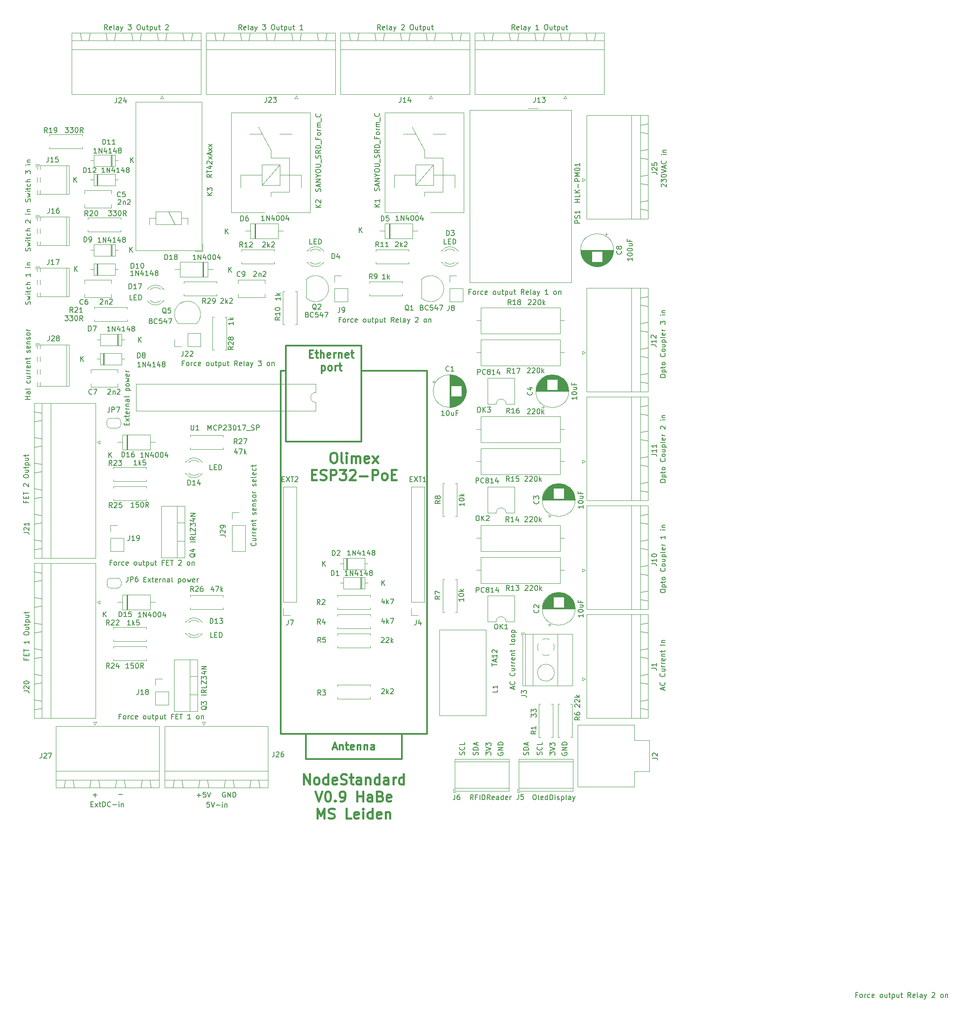
<source format=gbr>
%TF.GenerationSoftware,KiCad,Pcbnew,5.1.9-73d0e3b20d~88~ubuntu20.04.1*%
%TF.CreationDate,2021-02-20T21:13:30+01:00*%
%TF.ProjectId,NodeStandard,4e6f6465-5374-4616-9e64-6172642e6b69,V0.9*%
%TF.SameCoordinates,Original*%
%TF.FileFunction,Legend,Top*%
%TF.FilePolarity,Positive*%
%FSLAX46Y46*%
G04 Gerber Fmt 4.6, Leading zero omitted, Abs format (unit mm)*
G04 Created by KiCad (PCBNEW 5.1.9-73d0e3b20d~88~ubuntu20.04.1) date 2021-02-20 21:13:30*
%MOMM*%
%LPD*%
G01*
G04 APERTURE LIST*
%ADD10C,0.300000*%
%ADD11C,0.150000*%
%ADD12C,0.400000*%
%ADD13C,0.120000*%
%ADD14C,0.100000*%
G04 APERTURE END LIST*
D10*
X92357142Y-164750000D02*
X93071428Y-164750000D01*
X92214285Y-165178571D02*
X92714285Y-163678571D01*
X93214285Y-165178571D01*
X93714285Y-164178571D02*
X93714285Y-165178571D01*
X93714285Y-164321428D02*
X93785714Y-164250000D01*
X93928571Y-164178571D01*
X94142857Y-164178571D01*
X94285714Y-164250000D01*
X94357142Y-164392857D01*
X94357142Y-165178571D01*
X94857142Y-164178571D02*
X95428571Y-164178571D01*
X95071428Y-163678571D02*
X95071428Y-164964285D01*
X95142857Y-165107142D01*
X95285714Y-165178571D01*
X95428571Y-165178571D01*
X96500000Y-165107142D02*
X96357142Y-165178571D01*
X96071428Y-165178571D01*
X95928571Y-165107142D01*
X95857142Y-164964285D01*
X95857142Y-164392857D01*
X95928571Y-164250000D01*
X96071428Y-164178571D01*
X96357142Y-164178571D01*
X96500000Y-164250000D01*
X96571428Y-164392857D01*
X96571428Y-164535714D01*
X95857142Y-164678571D01*
X97214285Y-164178571D02*
X97214285Y-165178571D01*
X97214285Y-164321428D02*
X97285714Y-164250000D01*
X97428571Y-164178571D01*
X97642857Y-164178571D01*
X97785714Y-164250000D01*
X97857142Y-164392857D01*
X97857142Y-165178571D01*
X98571428Y-164178571D02*
X98571428Y-165178571D01*
X98571428Y-164321428D02*
X98642857Y-164250000D01*
X98785714Y-164178571D01*
X99000000Y-164178571D01*
X99142857Y-164250000D01*
X99214285Y-164392857D01*
X99214285Y-165178571D01*
X100571428Y-165178571D02*
X100571428Y-164392857D01*
X100500000Y-164250000D01*
X100357142Y-164178571D01*
X100071428Y-164178571D01*
X99928571Y-164250000D01*
X100571428Y-165107142D02*
X100428571Y-165178571D01*
X100071428Y-165178571D01*
X99928571Y-165107142D01*
X99857142Y-164964285D01*
X99857142Y-164821428D01*
X99928571Y-164678571D01*
X100071428Y-164607142D01*
X100428571Y-164607142D01*
X100571428Y-164535714D01*
X106000000Y-167000000D02*
X106000000Y-162000000D01*
X87000000Y-167000000D02*
X106000000Y-167000000D01*
X87000000Y-162000000D02*
X87000000Y-167000000D01*
X87714285Y-86617857D02*
X88214285Y-86617857D01*
X88428571Y-87403571D02*
X87714285Y-87403571D01*
X87714285Y-85903571D01*
X88428571Y-85903571D01*
X88857142Y-86403571D02*
X89428571Y-86403571D01*
X89071428Y-85903571D02*
X89071428Y-87189285D01*
X89142857Y-87332142D01*
X89285714Y-87403571D01*
X89428571Y-87403571D01*
X89928571Y-87403571D02*
X89928571Y-85903571D01*
X90571428Y-87403571D02*
X90571428Y-86617857D01*
X90500000Y-86475000D01*
X90357142Y-86403571D01*
X90142857Y-86403571D01*
X90000000Y-86475000D01*
X89928571Y-86546428D01*
X91857142Y-87332142D02*
X91714285Y-87403571D01*
X91428571Y-87403571D01*
X91285714Y-87332142D01*
X91214285Y-87189285D01*
X91214285Y-86617857D01*
X91285714Y-86475000D01*
X91428571Y-86403571D01*
X91714285Y-86403571D01*
X91857142Y-86475000D01*
X91928571Y-86617857D01*
X91928571Y-86760714D01*
X91214285Y-86903571D01*
X92571428Y-87403571D02*
X92571428Y-86403571D01*
X92571428Y-86689285D02*
X92642857Y-86546428D01*
X92714285Y-86475000D01*
X92857142Y-86403571D01*
X93000000Y-86403571D01*
X93500000Y-86403571D02*
X93500000Y-87403571D01*
X93500000Y-86546428D02*
X93571428Y-86475000D01*
X93714285Y-86403571D01*
X93928571Y-86403571D01*
X94071428Y-86475000D01*
X94142857Y-86617857D01*
X94142857Y-87403571D01*
X95428571Y-87332142D02*
X95285714Y-87403571D01*
X95000000Y-87403571D01*
X94857142Y-87332142D01*
X94785714Y-87189285D01*
X94785714Y-86617857D01*
X94857142Y-86475000D01*
X95000000Y-86403571D01*
X95285714Y-86403571D01*
X95428571Y-86475000D01*
X95500000Y-86617857D01*
X95500000Y-86760714D01*
X94785714Y-86903571D01*
X95928571Y-86403571D02*
X96500000Y-86403571D01*
X96142857Y-85903571D02*
X96142857Y-87189285D01*
X96214285Y-87332142D01*
X96357142Y-87403571D01*
X96500000Y-87403571D01*
X90107142Y-88953571D02*
X90107142Y-90453571D01*
X90107142Y-89025000D02*
X90250000Y-88953571D01*
X90535714Y-88953571D01*
X90678571Y-89025000D01*
X90750000Y-89096428D01*
X90821428Y-89239285D01*
X90821428Y-89667857D01*
X90750000Y-89810714D01*
X90678571Y-89882142D01*
X90535714Y-89953571D01*
X90250000Y-89953571D01*
X90107142Y-89882142D01*
X91678571Y-89953571D02*
X91535714Y-89882142D01*
X91464285Y-89810714D01*
X91392857Y-89667857D01*
X91392857Y-89239285D01*
X91464285Y-89096428D01*
X91535714Y-89025000D01*
X91678571Y-88953571D01*
X91892857Y-88953571D01*
X92035714Y-89025000D01*
X92107142Y-89096428D01*
X92178571Y-89239285D01*
X92178571Y-89667857D01*
X92107142Y-89810714D01*
X92035714Y-89882142D01*
X91892857Y-89953571D01*
X91678571Y-89953571D01*
X92821428Y-89953571D02*
X92821428Y-88953571D01*
X92821428Y-89239285D02*
X92892857Y-89096428D01*
X92964285Y-89025000D01*
X93107142Y-88953571D01*
X93250000Y-88953571D01*
X93535714Y-88953571D02*
X94107142Y-88953571D01*
X93750000Y-88453571D02*
X93750000Y-89739285D01*
X93821428Y-89882142D01*
X93964285Y-89953571D01*
X94107142Y-89953571D01*
X111000000Y-162000000D02*
X111000000Y-113000000D01*
X82000000Y-162000000D02*
X111000000Y-162000000D01*
X82000000Y-90000000D02*
X82000000Y-162000000D01*
X98000000Y-85000000D02*
X98000000Y-104000000D01*
X83000000Y-85000000D02*
X83000000Y-104000000D01*
X98000000Y-104000000D02*
X83000000Y-104000000D01*
X82000000Y-90000000D02*
X83000000Y-90000000D01*
X83000000Y-85000000D02*
X98000000Y-85000000D01*
X111000000Y-90000000D02*
X111000000Y-113000000D01*
X98000000Y-90000000D02*
X111000000Y-90000000D01*
D11*
X49784047Y-174061428D02*
X50545952Y-174061428D01*
X44767547Y-174124928D02*
X45529452Y-174124928D01*
X45148500Y-174505880D02*
X45148500Y-173743976D01*
X70993095Y-173617000D02*
X70897857Y-173569380D01*
X70755000Y-173569380D01*
X70612142Y-173617000D01*
X70516904Y-173712238D01*
X70469285Y-173807476D01*
X70421666Y-173997952D01*
X70421666Y-174140809D01*
X70469285Y-174331285D01*
X70516904Y-174426523D01*
X70612142Y-174521761D01*
X70755000Y-174569380D01*
X70850238Y-174569380D01*
X70993095Y-174521761D01*
X71040714Y-174474142D01*
X71040714Y-174140809D01*
X70850238Y-174140809D01*
X71469285Y-174569380D02*
X71469285Y-173569380D01*
X72040714Y-174569380D01*
X72040714Y-173569380D01*
X72516904Y-174569380D02*
X72516904Y-173569380D01*
X72755000Y-173569380D01*
X72897857Y-173617000D01*
X72993095Y-173712238D01*
X73040714Y-173807476D01*
X73088333Y-173997952D01*
X73088333Y-174140809D01*
X73040714Y-174331285D01*
X72993095Y-174426523D01*
X72897857Y-174521761D01*
X72755000Y-174569380D01*
X72516904Y-174569380D01*
X65389285Y-174188428D02*
X66151190Y-174188428D01*
X65770238Y-174569380D02*
X65770238Y-173807476D01*
X67103571Y-173569380D02*
X66627380Y-173569380D01*
X66579761Y-174045571D01*
X66627380Y-173997952D01*
X66722619Y-173950333D01*
X66960714Y-173950333D01*
X67055952Y-173997952D01*
X67103571Y-174045571D01*
X67151190Y-174140809D01*
X67151190Y-174378904D01*
X67103571Y-174474142D01*
X67055952Y-174521761D01*
X66960714Y-174569380D01*
X66722619Y-174569380D01*
X66627380Y-174521761D01*
X66579761Y-174474142D01*
X67436904Y-173569380D02*
X67770238Y-174569380D01*
X68103571Y-173569380D01*
D12*
X86595238Y-172004761D02*
X86595238Y-170004761D01*
X87738095Y-172004761D01*
X87738095Y-170004761D01*
X88976190Y-172004761D02*
X88785714Y-171909523D01*
X88690476Y-171814285D01*
X88595238Y-171623809D01*
X88595238Y-171052380D01*
X88690476Y-170861904D01*
X88785714Y-170766666D01*
X88976190Y-170671428D01*
X89261904Y-170671428D01*
X89452380Y-170766666D01*
X89547619Y-170861904D01*
X89642857Y-171052380D01*
X89642857Y-171623809D01*
X89547619Y-171814285D01*
X89452380Y-171909523D01*
X89261904Y-172004761D01*
X88976190Y-172004761D01*
X91357142Y-172004761D02*
X91357142Y-170004761D01*
X91357142Y-171909523D02*
X91166666Y-172004761D01*
X90785714Y-172004761D01*
X90595238Y-171909523D01*
X90499999Y-171814285D01*
X90404761Y-171623809D01*
X90404761Y-171052380D01*
X90499999Y-170861904D01*
X90595238Y-170766666D01*
X90785714Y-170671428D01*
X91166666Y-170671428D01*
X91357142Y-170766666D01*
X93071428Y-171909523D02*
X92880952Y-172004761D01*
X92499999Y-172004761D01*
X92309523Y-171909523D01*
X92214285Y-171719047D01*
X92214285Y-170957142D01*
X92309523Y-170766666D01*
X92499999Y-170671428D01*
X92880952Y-170671428D01*
X93071428Y-170766666D01*
X93166666Y-170957142D01*
X93166666Y-171147619D01*
X92214285Y-171338095D01*
X93928571Y-171909523D02*
X94214285Y-172004761D01*
X94690476Y-172004761D01*
X94880952Y-171909523D01*
X94976190Y-171814285D01*
X95071428Y-171623809D01*
X95071428Y-171433333D01*
X94976190Y-171242857D01*
X94880952Y-171147619D01*
X94690476Y-171052380D01*
X94309523Y-170957142D01*
X94119047Y-170861904D01*
X94023809Y-170766666D01*
X93928571Y-170576190D01*
X93928571Y-170385714D01*
X94023809Y-170195238D01*
X94119047Y-170100000D01*
X94309523Y-170004761D01*
X94785714Y-170004761D01*
X95071428Y-170100000D01*
X95642857Y-170671428D02*
X96404761Y-170671428D01*
X95928571Y-170004761D02*
X95928571Y-171719047D01*
X96023809Y-171909523D01*
X96214285Y-172004761D01*
X96404761Y-172004761D01*
X97928571Y-172004761D02*
X97928571Y-170957142D01*
X97833333Y-170766666D01*
X97642857Y-170671428D01*
X97261904Y-170671428D01*
X97071428Y-170766666D01*
X97928571Y-171909523D02*
X97738095Y-172004761D01*
X97261904Y-172004761D01*
X97071428Y-171909523D01*
X96976190Y-171719047D01*
X96976190Y-171528571D01*
X97071428Y-171338095D01*
X97261904Y-171242857D01*
X97738095Y-171242857D01*
X97928571Y-171147619D01*
X98880952Y-170671428D02*
X98880952Y-172004761D01*
X98880952Y-170861904D02*
X98976190Y-170766666D01*
X99166666Y-170671428D01*
X99452380Y-170671428D01*
X99642857Y-170766666D01*
X99738095Y-170957142D01*
X99738095Y-172004761D01*
X101547619Y-172004761D02*
X101547619Y-170004761D01*
X101547619Y-171909523D02*
X101357142Y-172004761D01*
X100976190Y-172004761D01*
X100785714Y-171909523D01*
X100690476Y-171814285D01*
X100595238Y-171623809D01*
X100595238Y-171052380D01*
X100690476Y-170861904D01*
X100785714Y-170766666D01*
X100976190Y-170671428D01*
X101357142Y-170671428D01*
X101547619Y-170766666D01*
X103357142Y-172004761D02*
X103357142Y-170957142D01*
X103261904Y-170766666D01*
X103071428Y-170671428D01*
X102690476Y-170671428D01*
X102499999Y-170766666D01*
X103357142Y-171909523D02*
X103166666Y-172004761D01*
X102690476Y-172004761D01*
X102499999Y-171909523D01*
X102404761Y-171719047D01*
X102404761Y-171528571D01*
X102499999Y-171338095D01*
X102690476Y-171242857D01*
X103166666Y-171242857D01*
X103357142Y-171147619D01*
X104309523Y-172004761D02*
X104309523Y-170671428D01*
X104309523Y-171052380D02*
X104404761Y-170861904D01*
X104500000Y-170766666D01*
X104690476Y-170671428D01*
X104880952Y-170671428D01*
X106404761Y-172004761D02*
X106404761Y-170004761D01*
X106404761Y-171909523D02*
X106214285Y-172004761D01*
X105833333Y-172004761D01*
X105642857Y-171909523D01*
X105547619Y-171814285D01*
X105452380Y-171623809D01*
X105452380Y-171052380D01*
X105547619Y-170861904D01*
X105642857Y-170766666D01*
X105833333Y-170671428D01*
X106214285Y-170671428D01*
X106404761Y-170766666D01*
X88880952Y-173404761D02*
X89547619Y-175404761D01*
X90214285Y-173404761D01*
X91261904Y-173404761D02*
X91452380Y-173404761D01*
X91642857Y-173500000D01*
X91738095Y-173595238D01*
X91833333Y-173785714D01*
X91928571Y-174166666D01*
X91928571Y-174642857D01*
X91833333Y-175023809D01*
X91738095Y-175214285D01*
X91642857Y-175309523D01*
X91452380Y-175404761D01*
X91261904Y-175404761D01*
X91071428Y-175309523D01*
X90976190Y-175214285D01*
X90880952Y-175023809D01*
X90785714Y-174642857D01*
X90785714Y-174166666D01*
X90880952Y-173785714D01*
X90976190Y-173595238D01*
X91071428Y-173500000D01*
X91261904Y-173404761D01*
X92785714Y-175214285D02*
X92880952Y-175309523D01*
X92785714Y-175404761D01*
X92690476Y-175309523D01*
X92785714Y-175214285D01*
X92785714Y-175404761D01*
X93833333Y-175404761D02*
X94214285Y-175404761D01*
X94404761Y-175309523D01*
X94500000Y-175214285D01*
X94690476Y-174928571D01*
X94785714Y-174547619D01*
X94785714Y-173785714D01*
X94690476Y-173595238D01*
X94595238Y-173500000D01*
X94404761Y-173404761D01*
X94023809Y-173404761D01*
X93833333Y-173500000D01*
X93738095Y-173595238D01*
X93642857Y-173785714D01*
X93642857Y-174261904D01*
X93738095Y-174452380D01*
X93833333Y-174547619D01*
X94023809Y-174642857D01*
X94404761Y-174642857D01*
X94595238Y-174547619D01*
X94690476Y-174452380D01*
X94785714Y-174261904D01*
X97166666Y-175404761D02*
X97166666Y-173404761D01*
X97166666Y-174357142D02*
X98309523Y-174357142D01*
X98309523Y-175404761D02*
X98309523Y-173404761D01*
X100119047Y-175404761D02*
X100119047Y-174357142D01*
X100023809Y-174166666D01*
X99833333Y-174071428D01*
X99452380Y-174071428D01*
X99261904Y-174166666D01*
X100119047Y-175309523D02*
X99928571Y-175404761D01*
X99452380Y-175404761D01*
X99261904Y-175309523D01*
X99166666Y-175119047D01*
X99166666Y-174928571D01*
X99261904Y-174738095D01*
X99452380Y-174642857D01*
X99928571Y-174642857D01*
X100119047Y-174547619D01*
X101738095Y-174357142D02*
X102023809Y-174452380D01*
X102119047Y-174547619D01*
X102214285Y-174738095D01*
X102214285Y-175023809D01*
X102119047Y-175214285D01*
X102023809Y-175309523D01*
X101833333Y-175404761D01*
X101071428Y-175404761D01*
X101071428Y-173404761D01*
X101738095Y-173404761D01*
X101928571Y-173500000D01*
X102023809Y-173595238D01*
X102119047Y-173785714D01*
X102119047Y-173976190D01*
X102023809Y-174166666D01*
X101928571Y-174261904D01*
X101738095Y-174357142D01*
X101071428Y-174357142D01*
X103833333Y-175309523D02*
X103642857Y-175404761D01*
X103261904Y-175404761D01*
X103071428Y-175309523D01*
X102976190Y-175119047D01*
X102976190Y-174357142D01*
X103071428Y-174166666D01*
X103261904Y-174071428D01*
X103642857Y-174071428D01*
X103833333Y-174166666D01*
X103928571Y-174357142D01*
X103928571Y-174547619D01*
X102976190Y-174738095D01*
X89309523Y-178804761D02*
X89309523Y-176804761D01*
X89976190Y-178233333D01*
X90642857Y-176804761D01*
X90642857Y-178804761D01*
X91500000Y-178709523D02*
X91785714Y-178804761D01*
X92261904Y-178804761D01*
X92452380Y-178709523D01*
X92547619Y-178614285D01*
X92642857Y-178423809D01*
X92642857Y-178233333D01*
X92547619Y-178042857D01*
X92452380Y-177947619D01*
X92261904Y-177852380D01*
X91880952Y-177757142D01*
X91690476Y-177661904D01*
X91595238Y-177566666D01*
X91500000Y-177376190D01*
X91500000Y-177185714D01*
X91595238Y-176995238D01*
X91690476Y-176900000D01*
X91880952Y-176804761D01*
X92357142Y-176804761D01*
X92642857Y-176900000D01*
X95976190Y-178804761D02*
X95023809Y-178804761D01*
X95023809Y-176804761D01*
X97404761Y-178709523D02*
X97214285Y-178804761D01*
X96833333Y-178804761D01*
X96642857Y-178709523D01*
X96547619Y-178519047D01*
X96547619Y-177757142D01*
X96642857Y-177566666D01*
X96833333Y-177471428D01*
X97214285Y-177471428D01*
X97404761Y-177566666D01*
X97500000Y-177757142D01*
X97500000Y-177947619D01*
X96547619Y-178138095D01*
X98357142Y-178804761D02*
X98357142Y-177471428D01*
X98357142Y-176804761D02*
X98261904Y-176900000D01*
X98357142Y-176995238D01*
X98452380Y-176900000D01*
X98357142Y-176804761D01*
X98357142Y-176995238D01*
X100166666Y-178804761D02*
X100166666Y-176804761D01*
X100166666Y-178709523D02*
X99976190Y-178804761D01*
X99595238Y-178804761D01*
X99404761Y-178709523D01*
X99309523Y-178614285D01*
X99214285Y-178423809D01*
X99214285Y-177852380D01*
X99309523Y-177661904D01*
X99404761Y-177566666D01*
X99595238Y-177471428D01*
X99976190Y-177471428D01*
X100166666Y-177566666D01*
X101880952Y-178709523D02*
X101690476Y-178804761D01*
X101309523Y-178804761D01*
X101119047Y-178709523D01*
X101023809Y-178519047D01*
X101023809Y-177757142D01*
X101119047Y-177566666D01*
X101309523Y-177471428D01*
X101690476Y-177471428D01*
X101880952Y-177566666D01*
X101976190Y-177757142D01*
X101976190Y-177947619D01*
X101023809Y-178138095D01*
X102833333Y-177471428D02*
X102833333Y-178804761D01*
X102833333Y-177661904D02*
X102928571Y-177566666D01*
X103119047Y-177471428D01*
X103404761Y-177471428D01*
X103595238Y-177566666D01*
X103690476Y-177757142D01*
X103690476Y-178804761D01*
D11*
X135405880Y-166211095D02*
X135405880Y-165592047D01*
X135786833Y-165925380D01*
X135786833Y-165782523D01*
X135834452Y-165687285D01*
X135882071Y-165639666D01*
X135977309Y-165592047D01*
X136215404Y-165592047D01*
X136310642Y-165639666D01*
X136358261Y-165687285D01*
X136405880Y-165782523D01*
X136405880Y-166068238D01*
X136358261Y-166163476D01*
X136310642Y-166211095D01*
X135405880Y-165306333D02*
X136405880Y-164973000D01*
X135405880Y-164639666D01*
X135405880Y-164401571D02*
X135405880Y-163782523D01*
X135786833Y-164115857D01*
X135786833Y-163973000D01*
X135834452Y-163877761D01*
X135882071Y-163830142D01*
X135977309Y-163782523D01*
X136215404Y-163782523D01*
X136310642Y-163830142D01*
X136358261Y-163877761D01*
X136405880Y-163973000D01*
X136405880Y-164258714D01*
X136358261Y-164353952D01*
X136310642Y-164401571D01*
X133818261Y-166163476D02*
X133865880Y-166020619D01*
X133865880Y-165782523D01*
X133818261Y-165687285D01*
X133770642Y-165639666D01*
X133675404Y-165592047D01*
X133580166Y-165592047D01*
X133484928Y-165639666D01*
X133437309Y-165687285D01*
X133389690Y-165782523D01*
X133342071Y-165973000D01*
X133294452Y-166068238D01*
X133246833Y-166115857D01*
X133151595Y-166163476D01*
X133056357Y-166163476D01*
X132961119Y-166115857D01*
X132913500Y-166068238D01*
X132865880Y-165973000D01*
X132865880Y-165734904D01*
X132913500Y-165592047D01*
X133770642Y-164592047D02*
X133818261Y-164639666D01*
X133865880Y-164782523D01*
X133865880Y-164877761D01*
X133818261Y-165020619D01*
X133723023Y-165115857D01*
X133627785Y-165163476D01*
X133437309Y-165211095D01*
X133294452Y-165211095D01*
X133103976Y-165163476D01*
X133008738Y-165115857D01*
X132913500Y-165020619D01*
X132865880Y-164877761D01*
X132865880Y-164782523D01*
X132913500Y-164639666D01*
X132961119Y-164592047D01*
X133865880Y-163687285D02*
X133865880Y-164163476D01*
X132865880Y-164163476D01*
X137866500Y-165734904D02*
X137818880Y-165830142D01*
X137818880Y-165973000D01*
X137866500Y-166115857D01*
X137961738Y-166211095D01*
X138056976Y-166258714D01*
X138247452Y-166306333D01*
X138390309Y-166306333D01*
X138580785Y-166258714D01*
X138676023Y-166211095D01*
X138771261Y-166115857D01*
X138818880Y-165973000D01*
X138818880Y-165877761D01*
X138771261Y-165734904D01*
X138723642Y-165687285D01*
X138390309Y-165687285D01*
X138390309Y-165877761D01*
X138818880Y-165258714D02*
X137818880Y-165258714D01*
X138818880Y-164687285D01*
X137818880Y-164687285D01*
X138818880Y-164211095D02*
X137818880Y-164211095D01*
X137818880Y-163973000D01*
X137866500Y-163830142D01*
X137961738Y-163734904D01*
X138056976Y-163687285D01*
X138247452Y-163639666D01*
X138390309Y-163639666D01*
X138580785Y-163687285D01*
X138676023Y-163734904D01*
X138771261Y-163830142D01*
X138818880Y-163973000D01*
X138818880Y-164211095D01*
X131151261Y-166187285D02*
X131198880Y-166044428D01*
X131198880Y-165806333D01*
X131151261Y-165711095D01*
X131103642Y-165663476D01*
X131008404Y-165615857D01*
X130913166Y-165615857D01*
X130817928Y-165663476D01*
X130770309Y-165711095D01*
X130722690Y-165806333D01*
X130675071Y-165996809D01*
X130627452Y-166092047D01*
X130579833Y-166139666D01*
X130484595Y-166187285D01*
X130389357Y-166187285D01*
X130294119Y-166139666D01*
X130246500Y-166092047D01*
X130198880Y-165996809D01*
X130198880Y-165758714D01*
X130246500Y-165615857D01*
X131198880Y-165187285D02*
X130198880Y-165187285D01*
X130198880Y-164949190D01*
X130246500Y-164806333D01*
X130341738Y-164711095D01*
X130436976Y-164663476D01*
X130627452Y-164615857D01*
X130770309Y-164615857D01*
X130960785Y-164663476D01*
X131056023Y-164711095D01*
X131151261Y-164806333D01*
X131198880Y-164949190D01*
X131198880Y-165187285D01*
X130913166Y-164234904D02*
X130913166Y-163758714D01*
X131198880Y-164330142D02*
X130198880Y-163996809D01*
X131198880Y-163663476D01*
X125166500Y-165734904D02*
X125118880Y-165830142D01*
X125118880Y-165973000D01*
X125166500Y-166115857D01*
X125261738Y-166211095D01*
X125356976Y-166258714D01*
X125547452Y-166306333D01*
X125690309Y-166306333D01*
X125880785Y-166258714D01*
X125976023Y-166211095D01*
X126071261Y-166115857D01*
X126118880Y-165973000D01*
X126118880Y-165877761D01*
X126071261Y-165734904D01*
X126023642Y-165687285D01*
X125690309Y-165687285D01*
X125690309Y-165877761D01*
X126118880Y-165258714D02*
X125118880Y-165258714D01*
X126118880Y-164687285D01*
X125118880Y-164687285D01*
X126118880Y-164211095D02*
X125118880Y-164211095D01*
X125118880Y-163973000D01*
X125166500Y-163830142D01*
X125261738Y-163734904D01*
X125356976Y-163687285D01*
X125547452Y-163639666D01*
X125690309Y-163639666D01*
X125880785Y-163687285D01*
X125976023Y-163734904D01*
X126071261Y-163830142D01*
X126118880Y-163973000D01*
X126118880Y-164211095D01*
X122705880Y-166211095D02*
X122705880Y-165592047D01*
X123086833Y-165925380D01*
X123086833Y-165782523D01*
X123134452Y-165687285D01*
X123182071Y-165639666D01*
X123277309Y-165592047D01*
X123515404Y-165592047D01*
X123610642Y-165639666D01*
X123658261Y-165687285D01*
X123705880Y-165782523D01*
X123705880Y-166068238D01*
X123658261Y-166163476D01*
X123610642Y-166211095D01*
X122705880Y-165306333D02*
X123705880Y-164973000D01*
X122705880Y-164639666D01*
X122705880Y-164401571D02*
X122705880Y-163782523D01*
X123086833Y-164115857D01*
X123086833Y-163973000D01*
X123134452Y-163877761D01*
X123182071Y-163830142D01*
X123277309Y-163782523D01*
X123515404Y-163782523D01*
X123610642Y-163830142D01*
X123658261Y-163877761D01*
X123705880Y-163973000D01*
X123705880Y-164258714D01*
X123658261Y-164353952D01*
X123610642Y-164401571D01*
X121118261Y-166187285D02*
X121165880Y-166044428D01*
X121165880Y-165806333D01*
X121118261Y-165711095D01*
X121070642Y-165663476D01*
X120975404Y-165615857D01*
X120880166Y-165615857D01*
X120784928Y-165663476D01*
X120737309Y-165711095D01*
X120689690Y-165806333D01*
X120642071Y-165996809D01*
X120594452Y-166092047D01*
X120546833Y-166139666D01*
X120451595Y-166187285D01*
X120356357Y-166187285D01*
X120261119Y-166139666D01*
X120213500Y-166092047D01*
X120165880Y-165996809D01*
X120165880Y-165758714D01*
X120213500Y-165615857D01*
X121165880Y-165187285D02*
X120165880Y-165187285D01*
X120165880Y-164949190D01*
X120213500Y-164806333D01*
X120308738Y-164711095D01*
X120403976Y-164663476D01*
X120594452Y-164615857D01*
X120737309Y-164615857D01*
X120927785Y-164663476D01*
X121023023Y-164711095D01*
X121118261Y-164806333D01*
X121165880Y-164949190D01*
X121165880Y-165187285D01*
X120880166Y-164234904D02*
X120880166Y-163758714D01*
X121165880Y-164330142D02*
X120165880Y-163996809D01*
X121165880Y-163663476D01*
X118451261Y-166163476D02*
X118498880Y-166020619D01*
X118498880Y-165782523D01*
X118451261Y-165687285D01*
X118403642Y-165639666D01*
X118308404Y-165592047D01*
X118213166Y-165592047D01*
X118117928Y-165639666D01*
X118070309Y-165687285D01*
X118022690Y-165782523D01*
X117975071Y-165973000D01*
X117927452Y-166068238D01*
X117879833Y-166115857D01*
X117784595Y-166163476D01*
X117689357Y-166163476D01*
X117594119Y-166115857D01*
X117546500Y-166068238D01*
X117498880Y-165973000D01*
X117498880Y-165734904D01*
X117546500Y-165592047D01*
X118403642Y-164592047D02*
X118451261Y-164639666D01*
X118498880Y-164782523D01*
X118498880Y-164877761D01*
X118451261Y-165020619D01*
X118356023Y-165115857D01*
X118260785Y-165163476D01*
X118070309Y-165211095D01*
X117927452Y-165211095D01*
X117736976Y-165163476D01*
X117641738Y-165115857D01*
X117546500Y-165020619D01*
X117498880Y-164877761D01*
X117498880Y-164782523D01*
X117546500Y-164639666D01*
X117594119Y-164592047D01*
X118498880Y-163687285D02*
X118498880Y-164163476D01*
X117498880Y-164163476D01*
D12*
X92309523Y-106204761D02*
X92690476Y-106204761D01*
X92880952Y-106300000D01*
X93071428Y-106490476D01*
X93166666Y-106871428D01*
X93166666Y-107538095D01*
X93071428Y-107919047D01*
X92880952Y-108109523D01*
X92690476Y-108204761D01*
X92309523Y-108204761D01*
X92119047Y-108109523D01*
X91928571Y-107919047D01*
X91833333Y-107538095D01*
X91833333Y-106871428D01*
X91928571Y-106490476D01*
X92119047Y-106300000D01*
X92309523Y-106204761D01*
X94309523Y-108204761D02*
X94119047Y-108109523D01*
X94023809Y-107919047D01*
X94023809Y-106204761D01*
X95071428Y-108204761D02*
X95071428Y-106871428D01*
X95071428Y-106204761D02*
X94976190Y-106300000D01*
X95071428Y-106395238D01*
X95166666Y-106300000D01*
X95071428Y-106204761D01*
X95071428Y-106395238D01*
X96023809Y-108204761D02*
X96023809Y-106871428D01*
X96023809Y-107061904D02*
X96119047Y-106966666D01*
X96309523Y-106871428D01*
X96595238Y-106871428D01*
X96785714Y-106966666D01*
X96880952Y-107157142D01*
X96880952Y-108204761D01*
X96880952Y-107157142D02*
X96976190Y-106966666D01*
X97166666Y-106871428D01*
X97452380Y-106871428D01*
X97642857Y-106966666D01*
X97738095Y-107157142D01*
X97738095Y-108204761D01*
X99452380Y-108109523D02*
X99261904Y-108204761D01*
X98880952Y-108204761D01*
X98690476Y-108109523D01*
X98595238Y-107919047D01*
X98595238Y-107157142D01*
X98690476Y-106966666D01*
X98880952Y-106871428D01*
X99261904Y-106871428D01*
X99452380Y-106966666D01*
X99547619Y-107157142D01*
X99547619Y-107347619D01*
X98595238Y-107538095D01*
X100214285Y-108204761D02*
X101261904Y-106871428D01*
X100214285Y-106871428D02*
X101261904Y-108204761D01*
X88166666Y-110557142D02*
X88833333Y-110557142D01*
X89119047Y-111604761D02*
X88166666Y-111604761D01*
X88166666Y-109604761D01*
X89119047Y-109604761D01*
X89880952Y-111509523D02*
X90166666Y-111604761D01*
X90642857Y-111604761D01*
X90833333Y-111509523D01*
X90928571Y-111414285D01*
X91023809Y-111223809D01*
X91023809Y-111033333D01*
X90928571Y-110842857D01*
X90833333Y-110747619D01*
X90642857Y-110652380D01*
X90261904Y-110557142D01*
X90071428Y-110461904D01*
X89976190Y-110366666D01*
X89880952Y-110176190D01*
X89880952Y-109985714D01*
X89976190Y-109795238D01*
X90071428Y-109700000D01*
X90261904Y-109604761D01*
X90738095Y-109604761D01*
X91023809Y-109700000D01*
X91880952Y-111604761D02*
X91880952Y-109604761D01*
X92642857Y-109604761D01*
X92833333Y-109700000D01*
X92928571Y-109795238D01*
X93023809Y-109985714D01*
X93023809Y-110271428D01*
X92928571Y-110461904D01*
X92833333Y-110557142D01*
X92642857Y-110652380D01*
X91880952Y-110652380D01*
X93690476Y-109604761D02*
X94928571Y-109604761D01*
X94261904Y-110366666D01*
X94547619Y-110366666D01*
X94738095Y-110461904D01*
X94833333Y-110557142D01*
X94928571Y-110747619D01*
X94928571Y-111223809D01*
X94833333Y-111414285D01*
X94738095Y-111509523D01*
X94547619Y-111604761D01*
X93976190Y-111604761D01*
X93785714Y-111509523D01*
X93690476Y-111414285D01*
X95690476Y-109795238D02*
X95785714Y-109700000D01*
X95976190Y-109604761D01*
X96452380Y-109604761D01*
X96642857Y-109700000D01*
X96738095Y-109795238D01*
X96833333Y-109985714D01*
X96833333Y-110176190D01*
X96738095Y-110461904D01*
X95595238Y-111604761D01*
X96833333Y-111604761D01*
X97690476Y-110842857D02*
X99214285Y-110842857D01*
X100166666Y-111604761D02*
X100166666Y-109604761D01*
X100928571Y-109604761D01*
X101119047Y-109700000D01*
X101214285Y-109795238D01*
X101309523Y-109985714D01*
X101309523Y-110271428D01*
X101214285Y-110461904D01*
X101119047Y-110557142D01*
X100928571Y-110652380D01*
X100166666Y-110652380D01*
X102452380Y-111604761D02*
X102261904Y-111509523D01*
X102166666Y-111414285D01*
X102071428Y-111223809D01*
X102071428Y-110652380D01*
X102166666Y-110461904D01*
X102261904Y-110366666D01*
X102452380Y-110271428D01*
X102738095Y-110271428D01*
X102928571Y-110366666D01*
X103023809Y-110461904D01*
X103119047Y-110652380D01*
X103119047Y-111223809D01*
X103023809Y-111414285D01*
X102928571Y-111509523D01*
X102738095Y-111604761D01*
X102452380Y-111604761D01*
X103976190Y-110557142D02*
X104642857Y-110557142D01*
X104928571Y-111604761D02*
X103976190Y-111604761D01*
X103976190Y-109604761D01*
X104928571Y-109604761D01*
D13*
%TO.C,J2*%
X155180000Y-163250000D02*
X155180000Y-169490000D01*
X155180000Y-169490000D02*
X152180000Y-169490000D01*
X152180000Y-169490000D02*
X152180000Y-172490000D01*
X152180000Y-172490000D02*
X140940000Y-172490000D01*
X140940000Y-172490000D02*
X140940000Y-160250000D01*
X140940000Y-160250000D02*
X152180000Y-160250000D01*
X152180000Y-160250000D02*
X152180000Y-163250000D01*
X152180000Y-163250000D02*
X155180000Y-163250000D01*
%TO.C,R3*%
X99790000Y-155040000D02*
X99790000Y-154710000D01*
X93250000Y-155040000D02*
X99790000Y-155040000D01*
X93250000Y-154710000D02*
X93250000Y-155040000D01*
X99790000Y-152300000D02*
X99790000Y-152630000D01*
X93250000Y-152300000D02*
X99790000Y-152300000D01*
X93250000Y-152630000D02*
X93250000Y-152300000D01*
%TO.C,D17*%
X55590000Y-76010000D02*
X55590000Y-76166000D01*
X55590000Y-73694000D02*
X55590000Y-73850000D01*
X58191130Y-76009837D02*
G75*
G02*
X56109039Y-76010000I-1041130J1079837D01*
G01*
X58191130Y-73850163D02*
G75*
G03*
X56109039Y-73850000I-1041130J-1079837D01*
G01*
X58822335Y-76008608D02*
G75*
G02*
X55590000Y-76165516I-1672335J1078608D01*
G01*
X58822335Y-73851392D02*
G75*
G03*
X55590000Y-73694484I-1672335J-1078608D01*
G01*
D14*
%TO.C,K3*%
X60960000Y-60960000D02*
X59690000Y-58420000D01*
D13*
X66300000Y-66050000D02*
X66300000Y-36650000D01*
X66300000Y-36650000D02*
X53200000Y-36650000D01*
X53200000Y-36650000D02*
X53200000Y-66050000D01*
X53200000Y-66050000D02*
X66300000Y-66050000D01*
X62230000Y-60960000D02*
X62230000Y-59690000D01*
X57150000Y-60960000D02*
X62230000Y-60960000D01*
X57150000Y-58420000D02*
X57150000Y-60960000D01*
X62230000Y-58420000D02*
X57150000Y-58420000D01*
X62230000Y-59690000D02*
X62230000Y-58420000D01*
X63500000Y-59690000D02*
X62230000Y-59690000D01*
X63500000Y-60960000D02*
X63500000Y-59690000D01*
X55880000Y-59690000D02*
X55880000Y-60960000D01*
X57150000Y-59690000D02*
X55880000Y-59690000D01*
X65000000Y-66250000D02*
X66500000Y-66250000D01*
X66500000Y-66250000D02*
X66500000Y-64750000D01*
%TO.C,J29*%
X72330000Y-118050000D02*
X73660000Y-118050000D01*
X72330000Y-119380000D02*
X72330000Y-118050000D01*
X72330000Y-120650000D02*
X74990000Y-120650000D01*
X74990000Y-120650000D02*
X74990000Y-125790000D01*
X72330000Y-120650000D02*
X72330000Y-125790000D01*
X72330000Y-125790000D02*
X74990000Y-125790000D01*
%TO.C,J28*%
X33430000Y-84560000D02*
X33430000Y-85060000D01*
X34170000Y-84560000D02*
X33430000Y-84560000D01*
X39990000Y-93000000D02*
X33670000Y-93000000D01*
X39990000Y-84800000D02*
X33670000Y-84800000D01*
X33670000Y-92230000D02*
X33670000Y-93000000D01*
X33670000Y-89690000D02*
X33670000Y-90650000D01*
X33670000Y-87150000D02*
X33670000Y-88110000D01*
X33670000Y-84800000D02*
X33670000Y-85570000D01*
X39990000Y-84800000D02*
X39990000Y-93000000D01*
X39530000Y-84800000D02*
X39530000Y-93000000D01*
X34230000Y-92230000D02*
X34230000Y-93000000D01*
X34230000Y-89690000D02*
X34230000Y-90650000D01*
X34230000Y-87150000D02*
X34230000Y-88110000D01*
X34230000Y-84800000D02*
X34230000Y-85570000D01*
%TO.C,J17*%
X34230000Y-69560000D02*
X34230000Y-70330000D01*
X34230000Y-71910000D02*
X34230000Y-72870000D01*
X34230000Y-74450000D02*
X34230000Y-75220000D01*
X39530000Y-69560000D02*
X39530000Y-75220000D01*
X39990000Y-69560000D02*
X39990000Y-75220000D01*
X33670000Y-69560000D02*
X33670000Y-70330000D01*
X33670000Y-71910000D02*
X33670000Y-72870000D01*
X33670000Y-74450000D02*
X33670000Y-75220000D01*
X39990000Y-69560000D02*
X33670000Y-69560000D01*
X39990000Y-75220000D02*
X33670000Y-75220000D01*
X34170000Y-69320000D02*
X33430000Y-69320000D01*
X33430000Y-69320000D02*
X33430000Y-69820000D01*
%TO.C,J16*%
X34230000Y-59400000D02*
X34230000Y-60170000D01*
X34230000Y-61750000D02*
X34230000Y-62710000D01*
X34230000Y-64290000D02*
X34230000Y-65060000D01*
X39530000Y-59400000D02*
X39530000Y-65060000D01*
X39990000Y-59400000D02*
X39990000Y-65060000D01*
X33670000Y-59400000D02*
X33670000Y-60170000D01*
X33670000Y-61750000D02*
X33670000Y-62710000D01*
X33670000Y-64290000D02*
X33670000Y-65060000D01*
X39990000Y-59400000D02*
X33670000Y-59400000D01*
X39990000Y-65060000D02*
X33670000Y-65060000D01*
X34170000Y-59160000D02*
X33430000Y-59160000D01*
X33430000Y-59160000D02*
X33430000Y-59660000D01*
%TO.C,J15*%
X34230000Y-49240000D02*
X34230000Y-50010000D01*
X34230000Y-51590000D02*
X34230000Y-52550000D01*
X34230000Y-54130000D02*
X34230000Y-54900000D01*
X39530000Y-49240000D02*
X39530000Y-54900000D01*
X39990000Y-49240000D02*
X39990000Y-54900000D01*
X33670000Y-49240000D02*
X33670000Y-50010000D01*
X33670000Y-51590000D02*
X33670000Y-52550000D01*
X33670000Y-54130000D02*
X33670000Y-54900000D01*
X39990000Y-49240000D02*
X33670000Y-49240000D01*
X39990000Y-54900000D02*
X33670000Y-54900000D01*
X34170000Y-49000000D02*
X33430000Y-49000000D01*
X33430000Y-49000000D02*
X33430000Y-49500000D01*
%TO.C,J6*%
X116550000Y-172780000D02*
X127290000Y-172780000D01*
X116550000Y-167480000D02*
X127290000Y-167480000D01*
X116550000Y-167020000D02*
X127290000Y-167020000D01*
X116550000Y-173340000D02*
X127290000Y-173340000D01*
X116550000Y-167020000D02*
X116550000Y-173340000D01*
X127290000Y-167020000D02*
X127290000Y-173340000D01*
X116310000Y-172840000D02*
X116310000Y-173580000D01*
X116310000Y-173580000D02*
X116810000Y-173580000D01*
%TO.C,J5*%
X129250000Y-172780000D02*
X139990000Y-172780000D01*
X129250000Y-167480000D02*
X139990000Y-167480000D01*
X129250000Y-167020000D02*
X139990000Y-167020000D01*
X129250000Y-173340000D02*
X139990000Y-173340000D01*
X129250000Y-167020000D02*
X129250000Y-173340000D01*
X139990000Y-167020000D02*
X139990000Y-173340000D01*
X129010000Y-172840000D02*
X129010000Y-173580000D01*
X129010000Y-173580000D02*
X129510000Y-173580000D01*
%TO.C,OK3*%
X126730000Y-96580000D02*
X128380000Y-96580000D01*
X128380000Y-96580000D02*
X128380000Y-91380000D01*
X128380000Y-91380000D02*
X123080000Y-91380000D01*
X123080000Y-91380000D02*
X123080000Y-96580000D01*
X123080000Y-96580000D02*
X124730000Y-96580000D01*
X124730000Y-96580000D02*
G75*
G02*
X126730000Y-96580000I1000000J0D01*
G01*
%TO.C,OK2*%
X126730000Y-118170000D02*
X128380000Y-118170000D01*
X128380000Y-118170000D02*
X128380000Y-112970000D01*
X128380000Y-112970000D02*
X123080000Y-112970000D01*
X123080000Y-112970000D02*
X123080000Y-118170000D01*
X123080000Y-118170000D02*
X124730000Y-118170000D01*
X124730000Y-118170000D02*
G75*
G02*
X126730000Y-118170000I1000000J0D01*
G01*
%TO.C,OK1*%
X126730000Y-139760000D02*
X128380000Y-139760000D01*
X128380000Y-139760000D02*
X128380000Y-134560000D01*
X128380000Y-134560000D02*
X123080000Y-134560000D01*
X123080000Y-134560000D02*
X123080000Y-139760000D01*
X123080000Y-139760000D02*
X124730000Y-139760000D01*
X124730000Y-139760000D02*
G75*
G02*
X126730000Y-139760000I1000000J0D01*
G01*
%TO.C,J3*%
X136300000Y-149860000D02*
G75*
G03*
X136300000Y-149860000I-1680000J0D01*
G01*
X130520000Y-142180000D02*
X130520000Y-152460000D01*
X132020000Y-142180000D02*
X132020000Y-152460000D01*
X136921000Y-142180000D02*
X136921000Y-152460000D01*
X139881000Y-142180000D02*
X139881000Y-152460000D01*
X129960000Y-142180000D02*
X129960000Y-152460000D01*
X139881000Y-142180000D02*
X129960000Y-142180000D01*
X139881000Y-152460000D02*
X129960000Y-152460000D01*
X135689000Y-151135000D02*
X135643000Y-151088000D01*
X133381000Y-148826000D02*
X133346000Y-148791000D01*
X135895000Y-150930000D02*
X135859000Y-150895000D01*
X133597000Y-148633000D02*
X133551000Y-148586000D01*
X130460000Y-141940000D02*
X129720000Y-141940000D01*
X129720000Y-141940000D02*
X129720000Y-142440000D01*
X132939747Y-144808805D02*
G75*
G02*
X133085000Y-144096000I1680253J28805D01*
G01*
X133936958Y-143244574D02*
G75*
G02*
X135304000Y-143245000I683042J-1535426D01*
G01*
X136155426Y-144096958D02*
G75*
G02*
X136155000Y-145464000I-1535426J-683042D01*
G01*
X135303042Y-146315426D02*
G75*
G02*
X133936000Y-146315000I-683042J1535426D01*
G01*
X133085244Y-145463318D02*
G75*
G02*
X132940000Y-144780000I1534756J683318D01*
G01*
%TO.C,U1*%
X88960000Y-97900000D02*
X88960000Y-96250000D01*
X53280000Y-97900000D02*
X88960000Y-97900000D01*
X53280000Y-92600000D02*
X53280000Y-97900000D01*
X88960000Y-92600000D02*
X53280000Y-92600000D01*
X88960000Y-94250000D02*
X88960000Y-92600000D01*
X88960000Y-96250000D02*
G75*
G02*
X88960000Y-94250000I0J1000000D01*
G01*
%TO.C,R29*%
X62770000Y-72290000D02*
X62770000Y-72620000D01*
X69310000Y-72290000D02*
X62770000Y-72290000D01*
X69310000Y-72620000D02*
X69310000Y-72290000D01*
X62770000Y-75030000D02*
X62770000Y-74700000D01*
X69310000Y-75030000D02*
X62770000Y-75030000D01*
X69310000Y-74700000D02*
X69310000Y-75030000D01*
%TO.C,R28*%
X68480000Y-85820000D02*
X68810000Y-85820000D01*
X68480000Y-79280000D02*
X68480000Y-85820000D01*
X68810000Y-79280000D02*
X68480000Y-79280000D01*
X71220000Y-85820000D02*
X70890000Y-85820000D01*
X71220000Y-79280000D02*
X71220000Y-85820000D01*
X70890000Y-79280000D02*
X71220000Y-79280000D01*
%TO.C,R8*%
X116940000Y-112300000D02*
X116610000Y-112300000D01*
X116940000Y-118840000D02*
X116940000Y-112300000D01*
X116610000Y-118840000D02*
X116940000Y-118840000D01*
X114200000Y-112300000D02*
X114530000Y-112300000D01*
X114200000Y-118840000D02*
X114200000Y-112300000D01*
X114530000Y-118840000D02*
X114200000Y-118840000D01*
%TO.C,R7*%
X114200000Y-137890000D02*
X114530000Y-137890000D01*
X114200000Y-131350000D02*
X114200000Y-137890000D01*
X114530000Y-131350000D02*
X114200000Y-131350000D01*
X116940000Y-137890000D02*
X116610000Y-137890000D01*
X116940000Y-131350000D02*
X116940000Y-137890000D01*
X116610000Y-131350000D02*
X116940000Y-131350000D01*
%TO.C,R27*%
X70580000Y-105510000D02*
X70580000Y-105180000D01*
X64040000Y-105510000D02*
X70580000Y-105510000D01*
X64040000Y-105180000D02*
X64040000Y-105510000D01*
X70580000Y-102770000D02*
X70580000Y-103100000D01*
X64040000Y-102770000D02*
X70580000Y-102770000D01*
X64040000Y-103100000D02*
X64040000Y-102770000D01*
%TO.C,R26*%
X70580000Y-137260000D02*
X70580000Y-136930000D01*
X64040000Y-137260000D02*
X70580000Y-137260000D01*
X64040000Y-136930000D02*
X64040000Y-137260000D01*
X70580000Y-134520000D02*
X70580000Y-134850000D01*
X64040000Y-134520000D02*
X70580000Y-134520000D01*
X64040000Y-134850000D02*
X64040000Y-134520000D01*
%TO.C,R25*%
X55340000Y-115670000D02*
X55340000Y-115340000D01*
X48800000Y-115670000D02*
X55340000Y-115670000D01*
X48800000Y-115340000D02*
X48800000Y-115670000D01*
X55340000Y-112930000D02*
X55340000Y-113260000D01*
X48800000Y-112930000D02*
X55340000Y-112930000D01*
X48800000Y-113260000D02*
X48800000Y-112930000D01*
%TO.C,R24*%
X48800000Y-144680000D02*
X48800000Y-145010000D01*
X55340000Y-144680000D02*
X48800000Y-144680000D01*
X55340000Y-145010000D02*
X55340000Y-144680000D01*
X48800000Y-147420000D02*
X48800000Y-147090000D01*
X55340000Y-147420000D02*
X48800000Y-147420000D01*
X55340000Y-147090000D02*
X55340000Y-147420000D01*
%TO.C,R19*%
X42640000Y-45820000D02*
X42640000Y-45490000D01*
X36100000Y-45820000D02*
X42640000Y-45820000D01*
X36100000Y-45490000D02*
X36100000Y-45820000D01*
X42640000Y-43080000D02*
X42640000Y-43410000D01*
X36100000Y-43080000D02*
X42640000Y-43080000D01*
X36100000Y-43410000D02*
X36100000Y-43080000D01*
%TO.C,R20*%
X50260000Y-62330000D02*
X50260000Y-62000000D01*
X43720000Y-62330000D02*
X50260000Y-62330000D01*
X43720000Y-62000000D02*
X43720000Y-62330000D01*
X50260000Y-59590000D02*
X50260000Y-59920000D01*
X43720000Y-59590000D02*
X50260000Y-59590000D01*
X43720000Y-59920000D02*
X43720000Y-59590000D01*
%TO.C,R23*%
X55340000Y-111860000D02*
X55340000Y-111530000D01*
X48800000Y-111860000D02*
X55340000Y-111860000D01*
X48800000Y-111530000D02*
X48800000Y-111860000D01*
X55340000Y-109120000D02*
X55340000Y-109450000D01*
X48800000Y-109120000D02*
X55340000Y-109120000D01*
X48800000Y-109450000D02*
X48800000Y-109120000D01*
%TO.C,R22*%
X55340000Y-143610000D02*
X55340000Y-143280000D01*
X48800000Y-143610000D02*
X55340000Y-143610000D01*
X48800000Y-143280000D02*
X48800000Y-143610000D01*
X55340000Y-140870000D02*
X55340000Y-141200000D01*
X48800000Y-140870000D02*
X55340000Y-140870000D01*
X48800000Y-141200000D02*
X48800000Y-140870000D01*
%TO.C,R18*%
X120820000Y-80010000D02*
X121670000Y-80010000D01*
X138260000Y-80010000D02*
X137410000Y-80010000D01*
X121670000Y-82630000D02*
X137410000Y-82630000D01*
X121670000Y-77390000D02*
X121670000Y-82630000D01*
X137410000Y-77390000D02*
X121670000Y-77390000D01*
X137410000Y-82630000D02*
X137410000Y-77390000D01*
%TO.C,R17*%
X120820000Y-86360000D02*
X121670000Y-86360000D01*
X138260000Y-86360000D02*
X137410000Y-86360000D01*
X121670000Y-88980000D02*
X137410000Y-88980000D01*
X121670000Y-83740000D02*
X121670000Y-88980000D01*
X137410000Y-83740000D02*
X121670000Y-83740000D01*
X137410000Y-88980000D02*
X137410000Y-83740000D01*
%TO.C,R12*%
X80740000Y-68680000D02*
X80740000Y-68350000D01*
X74200000Y-68680000D02*
X80740000Y-68680000D01*
X74200000Y-68350000D02*
X74200000Y-68680000D01*
X80740000Y-65940000D02*
X80740000Y-66270000D01*
X74200000Y-65940000D02*
X80740000Y-65940000D01*
X74200000Y-66270000D02*
X74200000Y-65940000D01*
%TO.C,R10*%
X82450000Y-80740000D02*
X82780000Y-80740000D01*
X82450000Y-74200000D02*
X82450000Y-80740000D01*
X82780000Y-74200000D02*
X82450000Y-74200000D01*
X85190000Y-80740000D02*
X84860000Y-80740000D01*
X85190000Y-74200000D02*
X85190000Y-80740000D01*
X84860000Y-74200000D02*
X85190000Y-74200000D01*
%TO.C,R6*%
X137060000Y-162655000D02*
X137390000Y-162655000D01*
X137060000Y-156115000D02*
X137060000Y-162655000D01*
X137390000Y-156115000D02*
X137060000Y-156115000D01*
X139800000Y-162655000D02*
X139470000Y-162655000D01*
X139800000Y-156115000D02*
X139800000Y-162655000D01*
X139470000Y-156115000D02*
X139800000Y-156115000D01*
%TO.C,R9*%
X99600000Y-72290000D02*
X99600000Y-72620000D01*
X106140000Y-72290000D02*
X99600000Y-72290000D01*
X106140000Y-72620000D02*
X106140000Y-72290000D01*
X99600000Y-75030000D02*
X99600000Y-74700000D01*
X106140000Y-75030000D02*
X99600000Y-75030000D01*
X106140000Y-74700000D02*
X106140000Y-75030000D01*
%TO.C,R11*%
X107410000Y-68680000D02*
X107410000Y-68350000D01*
X100870000Y-68680000D02*
X107410000Y-68680000D01*
X100870000Y-68350000D02*
X100870000Y-68680000D01*
X107410000Y-65940000D02*
X107410000Y-66270000D01*
X100870000Y-65940000D02*
X107410000Y-65940000D01*
X100870000Y-66270000D02*
X100870000Y-65940000D01*
%TO.C,R15*%
X120820000Y-107950000D02*
X121670000Y-107950000D01*
X138260000Y-107950000D02*
X137410000Y-107950000D01*
X121670000Y-110570000D02*
X137410000Y-110570000D01*
X121670000Y-105330000D02*
X121670000Y-110570000D01*
X137410000Y-105330000D02*
X121670000Y-105330000D01*
X137410000Y-110570000D02*
X137410000Y-105330000D01*
%TO.C,R16*%
X120820000Y-101600000D02*
X121670000Y-101600000D01*
X138260000Y-101600000D02*
X137410000Y-101600000D01*
X121670000Y-104220000D02*
X137410000Y-104220000D01*
X121670000Y-98980000D02*
X121670000Y-104220000D01*
X137410000Y-98980000D02*
X121670000Y-98980000D01*
X137410000Y-104220000D02*
X137410000Y-98980000D01*
%TO.C,R13*%
X120820000Y-129540000D02*
X121670000Y-129540000D01*
X138260000Y-129540000D02*
X137410000Y-129540000D01*
X121670000Y-132160000D02*
X137410000Y-132160000D01*
X121670000Y-126920000D02*
X121670000Y-132160000D01*
X137410000Y-126920000D02*
X121670000Y-126920000D01*
X137410000Y-132160000D02*
X137410000Y-126920000D01*
%TO.C,R14*%
X120820000Y-123190000D02*
X121670000Y-123190000D01*
X138260000Y-123190000D02*
X137410000Y-123190000D01*
X121670000Y-125810000D02*
X137410000Y-125810000D01*
X121670000Y-120570000D02*
X121670000Y-125810000D01*
X137410000Y-120570000D02*
X121670000Y-120570000D01*
X137410000Y-125810000D02*
X137410000Y-120570000D01*
%TO.C,R5*%
X99790000Y-144880000D02*
X99790000Y-144550000D01*
X93250000Y-144880000D02*
X99790000Y-144880000D01*
X93250000Y-144550000D02*
X93250000Y-144880000D01*
X99790000Y-142140000D02*
X99790000Y-142470000D01*
X93250000Y-142140000D02*
X99790000Y-142140000D01*
X93250000Y-142470000D02*
X93250000Y-142140000D01*
%TO.C,R4*%
X93250000Y-138330000D02*
X93250000Y-138660000D01*
X99790000Y-138330000D02*
X93250000Y-138330000D01*
X99790000Y-138660000D02*
X99790000Y-138330000D01*
X93250000Y-141070000D02*
X93250000Y-140740000D01*
X99790000Y-141070000D02*
X93250000Y-141070000D01*
X99790000Y-140740000D02*
X99790000Y-141070000D01*
%TO.C,R21*%
X51530000Y-80110000D02*
X51530000Y-79780000D01*
X44990000Y-80110000D02*
X51530000Y-80110000D01*
X44990000Y-79780000D02*
X44990000Y-80110000D01*
X51530000Y-77370000D02*
X51530000Y-77700000D01*
X44990000Y-77370000D02*
X51530000Y-77370000D01*
X44990000Y-77700000D02*
X44990000Y-77370000D01*
%TO.C,R2*%
X93250000Y-134520000D02*
X93250000Y-134850000D01*
X99790000Y-134520000D02*
X93250000Y-134520000D01*
X99790000Y-134850000D02*
X99790000Y-134520000D01*
X93250000Y-137260000D02*
X93250000Y-136930000D01*
X99790000Y-137260000D02*
X93250000Y-137260000D01*
X99790000Y-136930000D02*
X99790000Y-137260000D01*
%TO.C,R1*%
X133250000Y-162655000D02*
X133580000Y-162655000D01*
X133250000Y-156115000D02*
X133250000Y-162655000D01*
X133580000Y-156115000D02*
X133250000Y-156115000D01*
X135990000Y-162655000D02*
X135660000Y-162655000D01*
X135990000Y-156115000D02*
X135990000Y-162655000D01*
X135660000Y-156115000D02*
X135990000Y-156115000D01*
%TO.C,Q5*%
X61700000Y-80590000D02*
X65300000Y-80590000D01*
X65338478Y-80578478D02*
G75*
G03*
X63500000Y-76140000I-1838478J1838478D01*
G01*
X61661522Y-80578478D02*
G75*
G02*
X63500000Y-76140000I1838478J1838478D01*
G01*
%TO.C,Q4*%
X62960000Y-123771000D02*
X61450000Y-123771000D01*
X62960000Y-120070000D02*
X61450000Y-120070000D01*
X61450000Y-116800000D02*
X61450000Y-127040000D01*
X62960000Y-127040000D02*
X58319000Y-127040000D01*
X62960000Y-116800000D02*
X58319000Y-116800000D01*
X58319000Y-116800000D02*
X58319000Y-127040000D01*
X62960000Y-116800000D02*
X62960000Y-127040000D01*
%TO.C,Q3*%
X65500000Y-154251000D02*
X63990000Y-154251000D01*
X65500000Y-150550000D02*
X63990000Y-150550000D01*
X63990000Y-147280000D02*
X63990000Y-157520000D01*
X65500000Y-157520000D02*
X60859000Y-157520000D01*
X65500000Y-147280000D02*
X60859000Y-147280000D01*
X60859000Y-147280000D02*
X60859000Y-157520000D01*
X65500000Y-147280000D02*
X65500000Y-157520000D01*
%TO.C,Q1*%
X109910000Y-71860000D02*
X109910000Y-75460000D01*
X109921522Y-75498478D02*
G75*
G03*
X114360000Y-73660000I1838478J1838478D01*
G01*
X109921522Y-71821522D02*
G75*
G02*
X114360000Y-73660000I1838478J-1838478D01*
G01*
%TO.C,Q2*%
X87050000Y-71860000D02*
X87050000Y-75460000D01*
X87061522Y-75498478D02*
G75*
G03*
X91500000Y-73660000I1838478J1838478D01*
G01*
X87061522Y-71821522D02*
G75*
G02*
X91500000Y-73660000I1838478J-1838478D01*
G01*
%TO.C,PS1*%
X133080000Y-37850000D02*
X131070000Y-37850000D01*
X139680000Y-72440000D02*
X139680000Y-38240000D01*
X119480000Y-72440000D02*
X139680000Y-72440000D01*
X119480000Y-38240000D02*
X119480000Y-72440000D01*
X139680000Y-38240000D02*
X119480000Y-38240000D01*
%TO.C,L1*%
X113510000Y-158360000D02*
X122710000Y-158360000D01*
X122710000Y-158360000D02*
X122710000Y-141360000D01*
X122710000Y-141360000D02*
X113510000Y-141360000D01*
X113510000Y-141360000D02*
X113510000Y-158360000D01*
%TO.C,K2*%
X81860000Y-49100000D02*
X81860000Y-53100000D01*
X78260000Y-49100000D02*
X81860000Y-49100000D01*
X78260000Y-53100000D02*
X78260000Y-49100000D01*
X81860000Y-53100000D02*
X78260000Y-53100000D01*
X81860000Y-49100000D02*
X78260000Y-53100000D01*
X81860000Y-51100000D02*
X86060000Y-51100000D01*
X74060000Y-51100000D02*
X78260000Y-51100000D01*
X80060000Y-54500000D02*
X83660000Y-54500000D01*
X80060000Y-47700000D02*
X83660000Y-47700000D01*
X83660000Y-47700000D02*
X83660000Y-54500000D01*
X80060000Y-46200000D02*
X77560000Y-41600000D01*
X80060000Y-47700000D02*
X80060000Y-46200000D01*
X74060000Y-51100000D02*
X74060000Y-53600000D01*
X80060000Y-54500000D02*
X80060000Y-55300000D01*
X86060000Y-53600000D02*
X86060000Y-51100000D01*
X75810000Y-43000000D02*
X78310000Y-43000000D01*
X84210000Y-43000000D02*
X81760000Y-43000000D01*
X87810000Y-38750000D02*
X87810000Y-58550000D01*
X72210000Y-38750000D02*
X87810000Y-38750000D01*
X72210000Y-58550000D02*
X72210000Y-38750000D01*
X72210000Y-58550000D02*
X78810000Y-58550000D01*
X81210000Y-58550000D02*
X87810000Y-58550000D01*
%TO.C,K1*%
X112340000Y-49100000D02*
X112340000Y-53100000D01*
X108740000Y-49100000D02*
X112340000Y-49100000D01*
X108740000Y-53100000D02*
X108740000Y-49100000D01*
X112340000Y-53100000D02*
X108740000Y-53100000D01*
X112340000Y-49100000D02*
X108740000Y-53100000D01*
X112340000Y-51100000D02*
X116540000Y-51100000D01*
X104540000Y-51100000D02*
X108740000Y-51100000D01*
X110540000Y-54500000D02*
X114140000Y-54500000D01*
X110540000Y-47700000D02*
X114140000Y-47700000D01*
X114140000Y-47700000D02*
X114140000Y-54500000D01*
X110540000Y-46200000D02*
X108040000Y-41600000D01*
X110540000Y-47700000D02*
X110540000Y-46200000D01*
X104540000Y-51100000D02*
X104540000Y-53600000D01*
X110540000Y-54500000D02*
X110540000Y-55300000D01*
X116540000Y-53600000D02*
X116540000Y-51100000D01*
X106290000Y-43000000D02*
X108790000Y-43000000D01*
X114690000Y-43000000D02*
X112240000Y-43000000D01*
X118290000Y-38750000D02*
X118290000Y-58550000D01*
X102690000Y-38750000D02*
X118290000Y-38750000D01*
X102690000Y-58550000D02*
X102690000Y-38750000D01*
X102690000Y-58550000D02*
X109290000Y-58550000D01*
X111690000Y-58550000D02*
X118290000Y-58550000D01*
%TO.C,JP7*%
X49580000Y-101330000D02*
X48180000Y-101330000D01*
X47480000Y-100630000D02*
X47480000Y-100030000D01*
X48180000Y-99330000D02*
X49580000Y-99330000D01*
X50280000Y-100030000D02*
X50280000Y-100630000D01*
X50280000Y-100630000D02*
G75*
G02*
X49580000Y-101330000I-700000J0D01*
G01*
X49580000Y-99330000D02*
G75*
G02*
X50280000Y-100030000I0J-700000D01*
G01*
X47480000Y-100030000D02*
G75*
G02*
X48180000Y-99330000I700000J0D01*
G01*
X48180000Y-101330000D02*
G75*
G02*
X47480000Y-100630000I0J700000D01*
G01*
%TO.C,JP6*%
X49610000Y-133080000D02*
X48210000Y-133080000D01*
X47510000Y-132380000D02*
X47510000Y-131780000D01*
X48210000Y-131080000D02*
X49610000Y-131080000D01*
X50310000Y-131780000D02*
X50310000Y-132380000D01*
X50310000Y-132380000D02*
G75*
G02*
X49610000Y-133080000I-700000J0D01*
G01*
X49610000Y-131080000D02*
G75*
G02*
X50310000Y-131780000I0J-700000D01*
G01*
X47510000Y-131780000D02*
G75*
G02*
X48210000Y-131080000I700000J0D01*
G01*
X48210000Y-133080000D02*
G75*
G02*
X47510000Y-132380000I0J700000D01*
G01*
%TO.C,J24*%
X58720000Y-35930000D02*
X58120000Y-35930000D01*
X58420000Y-35330000D02*
X58720000Y-35930000D01*
X58120000Y-35930000D02*
X58420000Y-35330000D01*
X49010000Y-24410000D02*
X49260000Y-22910000D01*
X47510000Y-24410000D02*
X49010000Y-24410000D01*
X47260000Y-22910000D02*
X47510000Y-24410000D01*
X49260000Y-22910000D02*
X47260000Y-22910000D01*
X54090000Y-24410000D02*
X54340000Y-22910000D01*
X52590000Y-24410000D02*
X54090000Y-24410000D01*
X52340000Y-22910000D02*
X52590000Y-24410000D01*
X54340000Y-22910000D02*
X52340000Y-22910000D01*
X59170000Y-24410000D02*
X59420000Y-22910000D01*
X57670000Y-24410000D02*
X59170000Y-24410000D01*
X57420000Y-22910000D02*
X57670000Y-24410000D01*
X59420000Y-22910000D02*
X57420000Y-22910000D01*
X43930000Y-24410000D02*
X44180000Y-22910000D01*
X42430000Y-24410000D02*
X43930000Y-24410000D01*
X42180000Y-22910000D02*
X42430000Y-24410000D01*
X44180000Y-22910000D02*
X42180000Y-22910000D01*
X64250000Y-24410000D02*
X64500000Y-22910000D01*
X62750000Y-24410000D02*
X64250000Y-24410000D01*
X62500000Y-22910000D02*
X62750000Y-24410000D01*
X64500000Y-22910000D02*
X62500000Y-22910000D01*
X40530000Y-24410000D02*
X66150000Y-24410000D01*
X40530000Y-26210000D02*
X40530000Y-24410000D01*
X66150000Y-26210000D02*
X40530000Y-26210000D01*
X66150000Y-24410000D02*
X66150000Y-26210000D01*
X40530000Y-35130000D02*
X66150000Y-35130000D01*
X40530000Y-22910000D02*
X40530000Y-35130000D01*
X66150000Y-22910000D02*
X40530000Y-22910000D01*
X66150000Y-35130000D02*
X66150000Y-22910000D01*
%TO.C,J23*%
X85390000Y-35930000D02*
X84790000Y-35930000D01*
X85090000Y-35330000D02*
X85390000Y-35930000D01*
X84790000Y-35930000D02*
X85090000Y-35330000D01*
X75680000Y-24410000D02*
X75930000Y-22910000D01*
X74180000Y-24410000D02*
X75680000Y-24410000D01*
X73930000Y-22910000D02*
X74180000Y-24410000D01*
X75930000Y-22910000D02*
X73930000Y-22910000D01*
X80760000Y-24410000D02*
X81010000Y-22910000D01*
X79260000Y-24410000D02*
X80760000Y-24410000D01*
X79010000Y-22910000D02*
X79260000Y-24410000D01*
X81010000Y-22910000D02*
X79010000Y-22910000D01*
X85840000Y-24410000D02*
X86090000Y-22910000D01*
X84340000Y-24410000D02*
X85840000Y-24410000D01*
X84090000Y-22910000D02*
X84340000Y-24410000D01*
X86090000Y-22910000D02*
X84090000Y-22910000D01*
X70600000Y-24410000D02*
X70850000Y-22910000D01*
X69100000Y-24410000D02*
X70600000Y-24410000D01*
X68850000Y-22910000D02*
X69100000Y-24410000D01*
X70850000Y-22910000D02*
X68850000Y-22910000D01*
X90920000Y-24410000D02*
X91170000Y-22910000D01*
X89420000Y-24410000D02*
X90920000Y-24410000D01*
X89170000Y-22910000D02*
X89420000Y-24410000D01*
X91170000Y-22910000D02*
X89170000Y-22910000D01*
X67200000Y-24410000D02*
X92820000Y-24410000D01*
X67200000Y-26210000D02*
X67200000Y-24410000D01*
X92820000Y-26210000D02*
X67200000Y-26210000D01*
X92820000Y-24410000D02*
X92820000Y-26210000D01*
X67200000Y-35130000D02*
X92820000Y-35130000D01*
X67200000Y-22910000D02*
X67200000Y-35130000D01*
X92820000Y-22910000D02*
X67200000Y-22910000D01*
X92820000Y-35130000D02*
X92820000Y-22910000D01*
%TO.C,J22*%
X60900000Y-85150000D02*
X60900000Y-83820000D01*
X62230000Y-85150000D02*
X60900000Y-85150000D01*
X63500000Y-85150000D02*
X63500000Y-82490000D01*
X63500000Y-82490000D02*
X66100000Y-82490000D01*
X63500000Y-85150000D02*
X66100000Y-85150000D01*
X66100000Y-85150000D02*
X66100000Y-82490000D01*
%TO.C,J27*%
X44785000Y-159650000D02*
X45385000Y-159650000D01*
X45085000Y-160250000D02*
X44785000Y-159650000D01*
X45385000Y-159650000D02*
X45085000Y-160250000D01*
X49415000Y-171170000D02*
X49165000Y-172670000D01*
X50915000Y-171170000D02*
X49415000Y-171170000D01*
X51165000Y-172670000D02*
X50915000Y-171170000D01*
X49165000Y-172670000D02*
X51165000Y-172670000D01*
X44335000Y-171170000D02*
X44085000Y-172670000D01*
X45835000Y-171170000D02*
X44335000Y-171170000D01*
X46085000Y-172670000D02*
X45835000Y-171170000D01*
X44085000Y-172670000D02*
X46085000Y-172670000D01*
X54495000Y-171170000D02*
X54245000Y-172670000D01*
X55995000Y-171170000D02*
X54495000Y-171170000D01*
X56245000Y-172670000D02*
X55995000Y-171170000D01*
X54245000Y-172670000D02*
X56245000Y-172670000D01*
X39255000Y-171170000D02*
X39005000Y-172670000D01*
X40755000Y-171170000D02*
X39255000Y-171170000D01*
X41005000Y-172670000D02*
X40755000Y-171170000D01*
X39005000Y-172670000D02*
X41005000Y-172670000D01*
X57895000Y-171170000D02*
X37355000Y-171170000D01*
X57895000Y-169370000D02*
X57895000Y-171170000D01*
X37355000Y-169370000D02*
X57895000Y-169370000D01*
X37355000Y-171170000D02*
X37355000Y-169370000D01*
X57895000Y-160450000D02*
X37355000Y-160450000D01*
X57895000Y-172670000D02*
X57895000Y-160450000D01*
X37355000Y-172670000D02*
X57895000Y-172670000D01*
X37355000Y-160450000D02*
X37355000Y-172670000D01*
%TO.C,J26*%
X66375000Y-159650000D02*
X66975000Y-159650000D01*
X66675000Y-160250000D02*
X66375000Y-159650000D01*
X66975000Y-159650000D02*
X66675000Y-160250000D01*
X71005000Y-171170000D02*
X70755000Y-172670000D01*
X72505000Y-171170000D02*
X71005000Y-171170000D01*
X72755000Y-172670000D02*
X72505000Y-171170000D01*
X70755000Y-172670000D02*
X72755000Y-172670000D01*
X65925000Y-171170000D02*
X65675000Y-172670000D01*
X67425000Y-171170000D02*
X65925000Y-171170000D01*
X67675000Y-172670000D02*
X67425000Y-171170000D01*
X65675000Y-172670000D02*
X67675000Y-172670000D01*
X76085000Y-171170000D02*
X75835000Y-172670000D01*
X77585000Y-171170000D02*
X76085000Y-171170000D01*
X77835000Y-172670000D02*
X77585000Y-171170000D01*
X75835000Y-172670000D02*
X77835000Y-172670000D01*
X60845000Y-171170000D02*
X60595000Y-172670000D01*
X62345000Y-171170000D02*
X60845000Y-171170000D01*
X62595000Y-172670000D02*
X62345000Y-171170000D01*
X60595000Y-172670000D02*
X62595000Y-172670000D01*
X79485000Y-171170000D02*
X58945000Y-171170000D01*
X79485000Y-169370000D02*
X79485000Y-171170000D01*
X58945000Y-169370000D02*
X79485000Y-169370000D01*
X58945000Y-171170000D02*
X58945000Y-169370000D01*
X79485000Y-160450000D02*
X58945000Y-160450000D01*
X79485000Y-172670000D02*
X79485000Y-160450000D01*
X58945000Y-172670000D02*
X79485000Y-172670000D01*
X58945000Y-160450000D02*
X58945000Y-172670000D01*
%TO.C,J25*%
X141870000Y-52370000D02*
X141870000Y-51770000D01*
X142470000Y-52070000D02*
X141870000Y-52370000D01*
X141870000Y-51770000D02*
X142470000Y-52070000D01*
X153390000Y-47740000D02*
X154890000Y-47990000D01*
X153390000Y-46240000D02*
X153390000Y-47740000D01*
X154890000Y-45990000D02*
X153390000Y-46240000D01*
X154890000Y-47990000D02*
X154890000Y-45990000D01*
X153390000Y-52820000D02*
X154890000Y-53070000D01*
X153390000Y-51320000D02*
X153390000Y-52820000D01*
X154890000Y-51070000D02*
X153390000Y-51320000D01*
X154890000Y-53070000D02*
X154890000Y-51070000D01*
X153390000Y-42660000D02*
X154890000Y-42910000D01*
X153390000Y-41160000D02*
X153390000Y-42660000D01*
X154890000Y-40910000D02*
X153390000Y-41160000D01*
X154890000Y-42910000D02*
X154890000Y-40910000D01*
X153390000Y-57900000D02*
X154890000Y-58150000D01*
X153390000Y-56400000D02*
X153390000Y-57900000D01*
X154890000Y-56150000D02*
X153390000Y-56400000D01*
X154890000Y-58150000D02*
X154890000Y-56150000D01*
X153390000Y-39260000D02*
X153390000Y-59800000D01*
X151590000Y-39260000D02*
X153390000Y-39260000D01*
X151590000Y-59800000D02*
X151590000Y-39260000D01*
X153390000Y-59800000D02*
X151590000Y-59800000D01*
X142670000Y-39260000D02*
X142670000Y-59800000D01*
X154890000Y-39260000D02*
X142670000Y-39260000D01*
X154890000Y-59800000D02*
X154890000Y-39260000D01*
X142670000Y-59800000D02*
X154890000Y-59800000D01*
%TO.C,J21*%
X46090000Y-103840000D02*
X46090000Y-104440000D01*
X45490000Y-104140000D02*
X46090000Y-103840000D01*
X46090000Y-104440000D02*
X45490000Y-104140000D01*
X34570000Y-118630000D02*
X33070000Y-118380000D01*
X34570000Y-120130000D02*
X34570000Y-118630000D01*
X33070000Y-120380000D02*
X34570000Y-120130000D01*
X33070000Y-118380000D02*
X33070000Y-120380000D01*
X34570000Y-113550000D02*
X33070000Y-113300000D01*
X34570000Y-115050000D02*
X34570000Y-113550000D01*
X33070000Y-115300000D02*
X34570000Y-115050000D01*
X33070000Y-113300000D02*
X33070000Y-115300000D01*
X34570000Y-108470000D02*
X33070000Y-108220000D01*
X34570000Y-109970000D02*
X34570000Y-108470000D01*
X33070000Y-110220000D02*
X34570000Y-109970000D01*
X33070000Y-108220000D02*
X33070000Y-110220000D01*
X34570000Y-103390000D02*
X33070000Y-103140000D01*
X34570000Y-104890000D02*
X34570000Y-103390000D01*
X33070000Y-105140000D02*
X34570000Y-104890000D01*
X33070000Y-103140000D02*
X33070000Y-105140000D01*
X34570000Y-123710000D02*
X33070000Y-123460000D01*
X34570000Y-125210000D02*
X34570000Y-123710000D01*
X33070000Y-125460000D02*
X34570000Y-125210000D01*
X33070000Y-123460000D02*
X33070000Y-125460000D01*
X34570000Y-98310000D02*
X33070000Y-98060000D01*
X34570000Y-99810000D02*
X34570000Y-98310000D01*
X33070000Y-100060000D02*
X34570000Y-99810000D01*
X33070000Y-98060000D02*
X33070000Y-100060000D01*
X34570000Y-127110000D02*
X34570000Y-96410000D01*
X36370000Y-127110000D02*
X34570000Y-127110000D01*
X36370000Y-96410000D02*
X36370000Y-127110000D01*
X34570000Y-96410000D02*
X36370000Y-96410000D01*
X45290000Y-127110000D02*
X45290000Y-96410000D01*
X33070000Y-127110000D02*
X45290000Y-127110000D01*
X33070000Y-96410000D02*
X33070000Y-127110000D01*
X45290000Y-96410000D02*
X33070000Y-96410000D01*
%TO.C,J20*%
X46090000Y-135590000D02*
X46090000Y-136190000D01*
X45490000Y-135890000D02*
X46090000Y-135590000D01*
X46090000Y-136190000D02*
X45490000Y-135890000D01*
X34570000Y-150380000D02*
X33070000Y-150130000D01*
X34570000Y-151880000D02*
X34570000Y-150380000D01*
X33070000Y-152130000D02*
X34570000Y-151880000D01*
X33070000Y-150130000D02*
X33070000Y-152130000D01*
X34570000Y-145300000D02*
X33070000Y-145050000D01*
X34570000Y-146800000D02*
X34570000Y-145300000D01*
X33070000Y-147050000D02*
X34570000Y-146800000D01*
X33070000Y-145050000D02*
X33070000Y-147050000D01*
X34570000Y-140220000D02*
X33070000Y-139970000D01*
X34570000Y-141720000D02*
X34570000Y-140220000D01*
X33070000Y-141970000D02*
X34570000Y-141720000D01*
X33070000Y-139970000D02*
X33070000Y-141970000D01*
X34570000Y-135140000D02*
X33070000Y-134890000D01*
X34570000Y-136640000D02*
X34570000Y-135140000D01*
X33070000Y-136890000D02*
X34570000Y-136640000D01*
X33070000Y-134890000D02*
X33070000Y-136890000D01*
X34570000Y-155460000D02*
X33070000Y-155210000D01*
X34570000Y-156960000D02*
X34570000Y-155460000D01*
X33070000Y-157210000D02*
X34570000Y-156960000D01*
X33070000Y-155210000D02*
X33070000Y-157210000D01*
X34570000Y-130060000D02*
X33070000Y-129810000D01*
X34570000Y-131560000D02*
X34570000Y-130060000D01*
X33070000Y-131810000D02*
X34570000Y-131560000D01*
X33070000Y-129810000D02*
X33070000Y-131810000D01*
X34570000Y-158860000D02*
X34570000Y-128160000D01*
X36370000Y-158860000D02*
X34570000Y-158860000D01*
X36370000Y-128160000D02*
X36370000Y-158860000D01*
X34570000Y-128160000D02*
X36370000Y-128160000D01*
X45290000Y-158860000D02*
X45290000Y-128160000D01*
X33070000Y-158860000D02*
X45290000Y-158860000D01*
X33070000Y-128160000D02*
X33070000Y-158860000D01*
X45290000Y-128160000D02*
X33070000Y-128160000D01*
%TO.C,J19*%
X48200000Y-120590000D02*
X49530000Y-120590000D01*
X48200000Y-121920000D02*
X48200000Y-120590000D01*
X48200000Y-123190000D02*
X50860000Y-123190000D01*
X50860000Y-123190000D02*
X50860000Y-125790000D01*
X48200000Y-123190000D02*
X48200000Y-125790000D01*
X48200000Y-125790000D02*
X50860000Y-125790000D01*
%TO.C,J8*%
X115510000Y-71060000D02*
X116840000Y-71060000D01*
X115510000Y-72390000D02*
X115510000Y-71060000D01*
X115510000Y-73660000D02*
X118170000Y-73660000D01*
X118170000Y-73660000D02*
X118170000Y-76260000D01*
X115510000Y-73660000D02*
X115510000Y-76260000D01*
X115510000Y-76260000D02*
X118170000Y-76260000D01*
%TO.C,J18*%
X57090000Y-151070000D02*
X58420000Y-151070000D01*
X57090000Y-152400000D02*
X57090000Y-151070000D01*
X57090000Y-153670000D02*
X59750000Y-153670000D01*
X59750000Y-153670000D02*
X59750000Y-156270000D01*
X57090000Y-153670000D02*
X57090000Y-156270000D01*
X57090000Y-156270000D02*
X59750000Y-156270000D01*
%TO.C,J11*%
X141870000Y-108250000D02*
X141870000Y-107650000D01*
X142470000Y-107950000D02*
X141870000Y-108250000D01*
X141870000Y-107650000D02*
X142470000Y-107950000D01*
X153390000Y-103620000D02*
X154890000Y-103870000D01*
X153390000Y-102120000D02*
X153390000Y-103620000D01*
X154890000Y-101870000D02*
X153390000Y-102120000D01*
X154890000Y-103870000D02*
X154890000Y-101870000D01*
X153390000Y-108700000D02*
X154890000Y-108950000D01*
X153390000Y-107200000D02*
X153390000Y-108700000D01*
X154890000Y-106950000D02*
X153390000Y-107200000D01*
X154890000Y-108950000D02*
X154890000Y-106950000D01*
X153390000Y-98540000D02*
X154890000Y-98790000D01*
X153390000Y-97040000D02*
X153390000Y-98540000D01*
X154890000Y-96790000D02*
X153390000Y-97040000D01*
X154890000Y-98790000D02*
X154890000Y-96790000D01*
X153390000Y-113780000D02*
X154890000Y-114030000D01*
X153390000Y-112280000D02*
X153390000Y-113780000D01*
X154890000Y-112030000D02*
X153390000Y-112280000D01*
X154890000Y-114030000D02*
X154890000Y-112030000D01*
X153390000Y-95140000D02*
X153390000Y-115680000D01*
X151590000Y-95140000D02*
X153390000Y-95140000D01*
X151590000Y-115680000D02*
X151590000Y-95140000D01*
X153390000Y-115680000D02*
X151590000Y-115680000D01*
X142670000Y-95140000D02*
X142670000Y-115680000D01*
X154890000Y-95140000D02*
X142670000Y-95140000D01*
X154890000Y-115680000D02*
X154890000Y-95140000D01*
X142670000Y-115680000D02*
X154890000Y-115680000D01*
%TO.C,J10*%
X141870000Y-129840000D02*
X141870000Y-129240000D01*
X142470000Y-129540000D02*
X141870000Y-129840000D01*
X141870000Y-129240000D02*
X142470000Y-129540000D01*
X153390000Y-125210000D02*
X154890000Y-125460000D01*
X153390000Y-123710000D02*
X153390000Y-125210000D01*
X154890000Y-123460000D02*
X153390000Y-123710000D01*
X154890000Y-125460000D02*
X154890000Y-123460000D01*
X153390000Y-130290000D02*
X154890000Y-130540000D01*
X153390000Y-128790000D02*
X153390000Y-130290000D01*
X154890000Y-128540000D02*
X153390000Y-128790000D01*
X154890000Y-130540000D02*
X154890000Y-128540000D01*
X153390000Y-120130000D02*
X154890000Y-120380000D01*
X153390000Y-118630000D02*
X153390000Y-120130000D01*
X154890000Y-118380000D02*
X153390000Y-118630000D01*
X154890000Y-120380000D02*
X154890000Y-118380000D01*
X153390000Y-135370000D02*
X154890000Y-135620000D01*
X153390000Y-133870000D02*
X153390000Y-135370000D01*
X154890000Y-133620000D02*
X153390000Y-133870000D01*
X154890000Y-135620000D02*
X154890000Y-133620000D01*
X153390000Y-116730000D02*
X153390000Y-137270000D01*
X151590000Y-116730000D02*
X153390000Y-116730000D01*
X151590000Y-137270000D02*
X151590000Y-116730000D01*
X153390000Y-137270000D02*
X151590000Y-137270000D01*
X142670000Y-116730000D02*
X142670000Y-137270000D01*
X154890000Y-116730000D02*
X142670000Y-116730000D01*
X154890000Y-137270000D02*
X154890000Y-116730000D01*
X142670000Y-137270000D02*
X154890000Y-137270000D01*
%TO.C,J14*%
X112060000Y-35930000D02*
X111460000Y-35930000D01*
X111760000Y-35330000D02*
X112060000Y-35930000D01*
X111460000Y-35930000D02*
X111760000Y-35330000D01*
X102350000Y-24410000D02*
X102600000Y-22910000D01*
X100850000Y-24410000D02*
X102350000Y-24410000D01*
X100600000Y-22910000D02*
X100850000Y-24410000D01*
X102600000Y-22910000D02*
X100600000Y-22910000D01*
X107430000Y-24410000D02*
X107680000Y-22910000D01*
X105930000Y-24410000D02*
X107430000Y-24410000D01*
X105680000Y-22910000D02*
X105930000Y-24410000D01*
X107680000Y-22910000D02*
X105680000Y-22910000D01*
X112510000Y-24410000D02*
X112760000Y-22910000D01*
X111010000Y-24410000D02*
X112510000Y-24410000D01*
X110760000Y-22910000D02*
X111010000Y-24410000D01*
X112760000Y-22910000D02*
X110760000Y-22910000D01*
X97270000Y-24410000D02*
X97520000Y-22910000D01*
X95770000Y-24410000D02*
X97270000Y-24410000D01*
X95520000Y-22910000D02*
X95770000Y-24410000D01*
X97520000Y-22910000D02*
X95520000Y-22910000D01*
X117590000Y-24410000D02*
X117840000Y-22910000D01*
X116090000Y-24410000D02*
X117590000Y-24410000D01*
X115840000Y-22910000D02*
X116090000Y-24410000D01*
X117840000Y-22910000D02*
X115840000Y-22910000D01*
X93870000Y-24410000D02*
X119490000Y-24410000D01*
X93870000Y-26210000D02*
X93870000Y-24410000D01*
X119490000Y-26210000D02*
X93870000Y-26210000D01*
X119490000Y-24410000D02*
X119490000Y-26210000D01*
X93870000Y-35130000D02*
X119490000Y-35130000D01*
X93870000Y-22910000D02*
X93870000Y-35130000D01*
X119490000Y-22910000D02*
X93870000Y-22910000D01*
X119490000Y-35130000D02*
X119490000Y-22910000D01*
%TO.C,J13*%
X138730000Y-35930000D02*
X138130000Y-35930000D01*
X138430000Y-35330000D02*
X138730000Y-35930000D01*
X138130000Y-35930000D02*
X138430000Y-35330000D01*
X129020000Y-24410000D02*
X129270000Y-22910000D01*
X127520000Y-24410000D02*
X129020000Y-24410000D01*
X127270000Y-22910000D02*
X127520000Y-24410000D01*
X129270000Y-22910000D02*
X127270000Y-22910000D01*
X134100000Y-24410000D02*
X134350000Y-22910000D01*
X132600000Y-24410000D02*
X134100000Y-24410000D01*
X132350000Y-22910000D02*
X132600000Y-24410000D01*
X134350000Y-22910000D02*
X132350000Y-22910000D01*
X139180000Y-24410000D02*
X139430000Y-22910000D01*
X137680000Y-24410000D02*
X139180000Y-24410000D01*
X137430000Y-22910000D02*
X137680000Y-24410000D01*
X139430000Y-22910000D02*
X137430000Y-22910000D01*
X123940000Y-24410000D02*
X124190000Y-22910000D01*
X122440000Y-24410000D02*
X123940000Y-24410000D01*
X122190000Y-22910000D02*
X122440000Y-24410000D01*
X124190000Y-22910000D02*
X122190000Y-22910000D01*
X144260000Y-24410000D02*
X144510000Y-22910000D01*
X142760000Y-24410000D02*
X144260000Y-24410000D01*
X142510000Y-22910000D02*
X142760000Y-24410000D01*
X144510000Y-22910000D02*
X142510000Y-22910000D01*
X120540000Y-24410000D02*
X146160000Y-24410000D01*
X120540000Y-26210000D02*
X120540000Y-24410000D01*
X146160000Y-26210000D02*
X120540000Y-26210000D01*
X146160000Y-24410000D02*
X146160000Y-26210000D01*
X120540000Y-35130000D02*
X146160000Y-35130000D01*
X120540000Y-22910000D02*
X120540000Y-35130000D01*
X146160000Y-22910000D02*
X120540000Y-22910000D01*
X146160000Y-35130000D02*
X146160000Y-22910000D01*
%TO.C,J12*%
X141870000Y-86660000D02*
X141870000Y-86060000D01*
X142470000Y-86360000D02*
X141870000Y-86660000D01*
X141870000Y-86060000D02*
X142470000Y-86360000D01*
X153390000Y-82030000D02*
X154890000Y-82280000D01*
X153390000Y-80530000D02*
X153390000Y-82030000D01*
X154890000Y-80280000D02*
X153390000Y-80530000D01*
X154890000Y-82280000D02*
X154890000Y-80280000D01*
X153390000Y-87110000D02*
X154890000Y-87360000D01*
X153390000Y-85610000D02*
X153390000Y-87110000D01*
X154890000Y-85360000D02*
X153390000Y-85610000D01*
X154890000Y-87360000D02*
X154890000Y-85360000D01*
X153390000Y-76950000D02*
X154890000Y-77200000D01*
X153390000Y-75450000D02*
X153390000Y-76950000D01*
X154890000Y-75200000D02*
X153390000Y-75450000D01*
X154890000Y-77200000D02*
X154890000Y-75200000D01*
X153390000Y-92190000D02*
X154890000Y-92440000D01*
X153390000Y-90690000D02*
X153390000Y-92190000D01*
X154890000Y-90440000D02*
X153390000Y-90690000D01*
X154890000Y-92440000D02*
X154890000Y-90440000D01*
X153390000Y-73550000D02*
X153390000Y-94090000D01*
X151590000Y-73550000D02*
X153390000Y-73550000D01*
X151590000Y-94090000D02*
X151590000Y-73550000D01*
X153390000Y-94090000D02*
X151590000Y-94090000D01*
X142670000Y-73550000D02*
X142670000Y-94090000D01*
X154890000Y-73550000D02*
X142670000Y-73550000D01*
X154890000Y-94090000D02*
X154890000Y-73550000D01*
X142670000Y-94090000D02*
X154890000Y-94090000D01*
%TO.C,J9*%
X92650000Y-71060000D02*
X93980000Y-71060000D01*
X92650000Y-72390000D02*
X92650000Y-71060000D01*
X92650000Y-73660000D02*
X95310000Y-73660000D01*
X95310000Y-73660000D02*
X95310000Y-76260000D01*
X92650000Y-73660000D02*
X92650000Y-76260000D01*
X92650000Y-76260000D02*
X95310000Y-76260000D01*
%TO.C,J1*%
X141870000Y-151430000D02*
X141870000Y-150830000D01*
X142470000Y-151130000D02*
X141870000Y-151430000D01*
X141870000Y-150830000D02*
X142470000Y-151130000D01*
X153390000Y-146800000D02*
X154890000Y-147050000D01*
X153390000Y-145300000D02*
X153390000Y-146800000D01*
X154890000Y-145050000D02*
X153390000Y-145300000D01*
X154890000Y-147050000D02*
X154890000Y-145050000D01*
X153390000Y-151880000D02*
X154890000Y-152130000D01*
X153390000Y-150380000D02*
X153390000Y-151880000D01*
X154890000Y-150130000D02*
X153390000Y-150380000D01*
X154890000Y-152130000D02*
X154890000Y-150130000D01*
X153390000Y-141720000D02*
X154890000Y-141970000D01*
X153390000Y-140220000D02*
X153390000Y-141720000D01*
X154890000Y-139970000D02*
X153390000Y-140220000D01*
X154890000Y-141970000D02*
X154890000Y-139970000D01*
X153390000Y-156960000D02*
X154890000Y-157210000D01*
X153390000Y-155460000D02*
X153390000Y-156960000D01*
X154890000Y-155210000D02*
X153390000Y-155460000D01*
X154890000Y-157210000D02*
X154890000Y-155210000D01*
X153390000Y-138320000D02*
X153390000Y-158860000D01*
X151590000Y-138320000D02*
X153390000Y-138320000D01*
X151590000Y-158860000D02*
X151590000Y-138320000D01*
X153390000Y-158860000D02*
X151590000Y-158860000D01*
X142670000Y-138320000D02*
X142670000Y-158860000D01*
X154890000Y-138320000D02*
X142670000Y-138320000D01*
X154890000Y-158860000D02*
X154890000Y-138320000D01*
X142670000Y-158860000D02*
X154890000Y-158860000D01*
%TO.C,J7*%
X83820000Y-138490000D02*
X82490000Y-138490000D01*
X82490000Y-138490000D02*
X82490000Y-137160000D01*
X82490000Y-135890000D02*
X82490000Y-112970000D01*
X85150000Y-112970000D02*
X82490000Y-112970000D01*
X85150000Y-135890000D02*
X85150000Y-112970000D01*
X85150000Y-135890000D02*
X82490000Y-135890000D01*
%TO.C,J4*%
X109220000Y-138490000D02*
X107890000Y-138490000D01*
X107890000Y-138490000D02*
X107890000Y-137160000D01*
X107890000Y-135890000D02*
X107890000Y-112970000D01*
X110550000Y-112970000D02*
X107890000Y-112970000D01*
X110550000Y-135890000D02*
X110550000Y-112970000D01*
X110550000Y-135890000D02*
X107890000Y-135890000D01*
%TO.C,D18*%
X66710000Y-71320000D02*
X66710000Y-68380000D01*
X66470000Y-71320000D02*
X66470000Y-68380000D01*
X66590000Y-71320000D02*
X66590000Y-68380000D01*
X61030000Y-69850000D02*
X62050000Y-69850000D01*
X68510000Y-69850000D02*
X67490000Y-69850000D01*
X62050000Y-71320000D02*
X67490000Y-71320000D01*
X62050000Y-68380000D02*
X62050000Y-71320000D01*
X67490000Y-68380000D02*
X62050000Y-68380000D01*
X67490000Y-71320000D02*
X67490000Y-68380000D01*
%TO.C,D12*%
X45470000Y-50950000D02*
X45470000Y-53190000D01*
X45710000Y-50950000D02*
X45710000Y-53190000D01*
X45590000Y-50950000D02*
X45590000Y-53190000D01*
X49760000Y-52070000D02*
X49110000Y-52070000D01*
X44220000Y-52070000D02*
X44870000Y-52070000D01*
X49110000Y-50950000D02*
X44870000Y-50950000D01*
X49110000Y-53190000D02*
X49110000Y-50950000D01*
X44870000Y-53190000D02*
X49110000Y-53190000D01*
X44870000Y-50950000D02*
X44870000Y-53190000D01*
%TO.C,D11*%
X48510000Y-49380000D02*
X48510000Y-47140000D01*
X48270000Y-49380000D02*
X48270000Y-47140000D01*
X48390000Y-49380000D02*
X48390000Y-47140000D01*
X44220000Y-48260000D02*
X44870000Y-48260000D01*
X49760000Y-48260000D02*
X49110000Y-48260000D01*
X44870000Y-49380000D02*
X49110000Y-49380000D01*
X44870000Y-47140000D02*
X44870000Y-49380000D01*
X49110000Y-47140000D02*
X44870000Y-47140000D01*
X49110000Y-49380000D02*
X49110000Y-47140000D01*
%TO.C,D10*%
X45470000Y-68730000D02*
X45470000Y-70970000D01*
X45710000Y-68730000D02*
X45710000Y-70970000D01*
X45590000Y-68730000D02*
X45590000Y-70970000D01*
X49760000Y-69850000D02*
X49110000Y-69850000D01*
X44220000Y-69850000D02*
X44870000Y-69850000D01*
X49110000Y-68730000D02*
X44870000Y-68730000D01*
X49110000Y-70970000D02*
X49110000Y-68730000D01*
X44870000Y-70970000D02*
X49110000Y-70970000D01*
X44870000Y-68730000D02*
X44870000Y-70970000D01*
%TO.C,D9*%
X48510000Y-67160000D02*
X48510000Y-64920000D01*
X48270000Y-67160000D02*
X48270000Y-64920000D01*
X48390000Y-67160000D02*
X48390000Y-64920000D01*
X44220000Y-66040000D02*
X44870000Y-66040000D01*
X49760000Y-66040000D02*
X49110000Y-66040000D01*
X44870000Y-67160000D02*
X49110000Y-67160000D01*
X44870000Y-64920000D02*
X44870000Y-67160000D01*
X49110000Y-64920000D02*
X44870000Y-64920000D01*
X49110000Y-67160000D02*
X49110000Y-64920000D01*
%TO.C,D8*%
X46740000Y-86510000D02*
X46740000Y-88750000D01*
X46980000Y-86510000D02*
X46980000Y-88750000D01*
X46860000Y-86510000D02*
X46860000Y-88750000D01*
X51030000Y-87630000D02*
X50380000Y-87630000D01*
X45490000Y-87630000D02*
X46140000Y-87630000D01*
X50380000Y-86510000D02*
X46140000Y-86510000D01*
X50380000Y-88750000D02*
X50380000Y-86510000D01*
X46140000Y-88750000D02*
X50380000Y-88750000D01*
X46140000Y-86510000D02*
X46140000Y-88750000D01*
%TO.C,D7*%
X49780000Y-84940000D02*
X49780000Y-82700000D01*
X49540000Y-84940000D02*
X49540000Y-82700000D01*
X49660000Y-84940000D02*
X49660000Y-82700000D01*
X45490000Y-83820000D02*
X46140000Y-83820000D01*
X51030000Y-83820000D02*
X50380000Y-83820000D01*
X46140000Y-84940000D02*
X50380000Y-84940000D01*
X46140000Y-82700000D02*
X46140000Y-84940000D01*
X50380000Y-82700000D02*
X46140000Y-82700000D01*
X50380000Y-84940000D02*
X50380000Y-82700000D01*
%TO.C,D2*%
X95000000Y-127150000D02*
X95000000Y-129390000D01*
X95240000Y-127150000D02*
X95240000Y-129390000D01*
X95120000Y-127150000D02*
X95120000Y-129390000D01*
X99290000Y-128270000D02*
X98640000Y-128270000D01*
X93750000Y-128270000D02*
X94400000Y-128270000D01*
X98640000Y-127150000D02*
X94400000Y-127150000D01*
X98640000Y-129390000D02*
X98640000Y-127150000D01*
X94400000Y-129390000D02*
X98640000Y-129390000D01*
X94400000Y-127150000D02*
X94400000Y-129390000D01*
%TO.C,D1*%
X98040000Y-133200000D02*
X98040000Y-130960000D01*
X97800000Y-133200000D02*
X97800000Y-130960000D01*
X97920000Y-133200000D02*
X97920000Y-130960000D01*
X93750000Y-132080000D02*
X94400000Y-132080000D01*
X99290000Y-132080000D02*
X98640000Y-132080000D01*
X94400000Y-133200000D02*
X98640000Y-133200000D01*
X94400000Y-130960000D02*
X94400000Y-133200000D01*
X98640000Y-130960000D02*
X94400000Y-130960000D01*
X98640000Y-133200000D02*
X98640000Y-130960000D01*
%TO.C,D16*%
X51400000Y-102670000D02*
X51400000Y-105610000D01*
X51640000Y-102670000D02*
X51640000Y-105610000D01*
X51520000Y-102670000D02*
X51520000Y-105610000D01*
X57080000Y-104140000D02*
X56060000Y-104140000D01*
X49600000Y-104140000D02*
X50620000Y-104140000D01*
X56060000Y-102670000D02*
X50620000Y-102670000D01*
X56060000Y-105610000D02*
X56060000Y-102670000D01*
X50620000Y-105610000D02*
X56060000Y-105610000D01*
X50620000Y-102670000D02*
X50620000Y-105610000D01*
%TO.C,D15*%
X51400000Y-134420000D02*
X51400000Y-137360000D01*
X51640000Y-134420000D02*
X51640000Y-137360000D01*
X51520000Y-134420000D02*
X51520000Y-137360000D01*
X57080000Y-135890000D02*
X56060000Y-135890000D01*
X49600000Y-135890000D02*
X50620000Y-135890000D01*
X56060000Y-134420000D02*
X50620000Y-134420000D01*
X56060000Y-137360000D02*
X56060000Y-134420000D01*
X50620000Y-137360000D02*
X56060000Y-137360000D01*
X50620000Y-134420000D02*
X50620000Y-137360000D01*
%TO.C,D14*%
X66330000Y-108140000D02*
X66330000Y-107984000D01*
X66330000Y-110456000D02*
X66330000Y-110300000D01*
X63728870Y-108140163D02*
G75*
G02*
X65810961Y-108140000I1041130J-1079837D01*
G01*
X63728870Y-110299837D02*
G75*
G03*
X65810961Y-110300000I1041130J1079837D01*
G01*
X63097665Y-108141392D02*
G75*
G02*
X66330000Y-107984484I1672335J-1078608D01*
G01*
X63097665Y-110298608D02*
G75*
G03*
X66330000Y-110455516I1672335J1078608D01*
G01*
%TO.C,D13*%
X66330000Y-139890000D02*
X66330000Y-139734000D01*
X66330000Y-142206000D02*
X66330000Y-142050000D01*
X63728870Y-139890163D02*
G75*
G02*
X65810961Y-139890000I1041130J-1079837D01*
G01*
X63728870Y-142049837D02*
G75*
G03*
X65810961Y-142050000I1041130J1079837D01*
G01*
X63097665Y-139891392D02*
G75*
G02*
X66330000Y-139734484I1672335J-1078608D01*
G01*
X63097665Y-142048608D02*
G75*
G03*
X66330000Y-142205516I1672335J1078608D01*
G01*
%TO.C,D6*%
X76800000Y-60760000D02*
X76800000Y-63700000D01*
X77040000Y-60760000D02*
X77040000Y-63700000D01*
X76920000Y-60760000D02*
X76920000Y-63700000D01*
X82480000Y-62230000D02*
X81460000Y-62230000D01*
X75000000Y-62230000D02*
X76020000Y-62230000D01*
X81460000Y-60760000D02*
X76020000Y-60760000D01*
X81460000Y-63700000D02*
X81460000Y-60760000D01*
X76020000Y-63700000D02*
X81460000Y-63700000D01*
X76020000Y-60760000D02*
X76020000Y-63700000D01*
%TO.C,D3*%
X117130000Y-66230000D02*
X117130000Y-66074000D01*
X117130000Y-68546000D02*
X117130000Y-68390000D01*
X114528870Y-66230163D02*
G75*
G02*
X116610961Y-66230000I1041130J-1079837D01*
G01*
X114528870Y-68389837D02*
G75*
G03*
X116610961Y-68390000I1041130J1079837D01*
G01*
X113897665Y-66231392D02*
G75*
G02*
X117130000Y-66074484I1672335J-1078608D01*
G01*
X113897665Y-68388608D02*
G75*
G03*
X117130000Y-68545516I1672335J1078608D01*
G01*
%TO.C,D4*%
X90460000Y-66230000D02*
X90460000Y-66074000D01*
X90460000Y-68546000D02*
X90460000Y-68390000D01*
X87858870Y-66230163D02*
G75*
G02*
X89940961Y-66230000I1041130J-1079837D01*
G01*
X87858870Y-68389837D02*
G75*
G03*
X89940961Y-68390000I1041130J1079837D01*
G01*
X87227665Y-66231392D02*
G75*
G02*
X90460000Y-66074484I1672335J-1078608D01*
G01*
X87227665Y-68388608D02*
G75*
G03*
X90460000Y-68545516I1672335J1078608D01*
G01*
%TO.C,D5*%
X103470000Y-60760000D02*
X103470000Y-63700000D01*
X103710000Y-60760000D02*
X103710000Y-63700000D01*
X103590000Y-60760000D02*
X103590000Y-63700000D01*
X109150000Y-62230000D02*
X108130000Y-62230000D01*
X101670000Y-62230000D02*
X102690000Y-62230000D01*
X108130000Y-60760000D02*
X102690000Y-60760000D01*
X108130000Y-63700000D02*
X108130000Y-60760000D01*
X102690000Y-63700000D02*
X108130000Y-63700000D01*
X102690000Y-60760000D02*
X102690000Y-63700000D01*
%TO.C,C9*%
X78830000Y-74715000D02*
X78830000Y-75381000D01*
X78830000Y-71939000D02*
X78830000Y-72605000D01*
X73490000Y-74715000D02*
X73490000Y-75381000D01*
X73490000Y-71939000D02*
X73490000Y-72605000D01*
X73490000Y-75381000D02*
X78830000Y-75381000D01*
X73490000Y-71939000D02*
X78830000Y-71939000D01*
%TO.C,C8*%
X146934000Y-62834759D02*
X146304000Y-62834759D01*
X146619000Y-62519759D02*
X146619000Y-63149759D01*
X145182000Y-69261000D02*
X144378000Y-69261000D01*
X145413000Y-69221000D02*
X144147000Y-69221000D01*
X145582000Y-69181000D02*
X143978000Y-69181000D01*
X145720000Y-69141000D02*
X143840000Y-69141000D01*
X145839000Y-69101000D02*
X143721000Y-69101000D01*
X145945000Y-69061000D02*
X143615000Y-69061000D01*
X146042000Y-69021000D02*
X143518000Y-69021000D01*
X146130000Y-68981000D02*
X143430000Y-68981000D01*
X146212000Y-68941000D02*
X143348000Y-68941000D01*
X146289000Y-68901000D02*
X143271000Y-68901000D01*
X146361000Y-68861000D02*
X143199000Y-68861000D01*
X146430000Y-68821000D02*
X143130000Y-68821000D01*
X146494000Y-68781000D02*
X143066000Y-68781000D01*
X146556000Y-68741000D02*
X143004000Y-68741000D01*
X146614000Y-68701000D02*
X142946000Y-68701000D01*
X146670000Y-68661000D02*
X142890000Y-68661000D01*
X146724000Y-68621000D02*
X142836000Y-68621000D01*
X146775000Y-68581000D02*
X142785000Y-68581000D01*
X146824000Y-68541000D02*
X142736000Y-68541000D01*
X146872000Y-68501000D02*
X142688000Y-68501000D01*
X146917000Y-68461000D02*
X142643000Y-68461000D01*
X146962000Y-68421000D02*
X142598000Y-68421000D01*
X147004000Y-68381000D02*
X142556000Y-68381000D01*
X147045000Y-68341000D02*
X142515000Y-68341000D01*
X143740000Y-68301000D02*
X142475000Y-68301000D01*
X147085000Y-68301000D02*
X145820000Y-68301000D01*
X143740000Y-68261000D02*
X142437000Y-68261000D01*
X147123000Y-68261000D02*
X145820000Y-68261000D01*
X143740000Y-68221000D02*
X142400000Y-68221000D01*
X147160000Y-68221000D02*
X145820000Y-68221000D01*
X143740000Y-68181000D02*
X142364000Y-68181000D01*
X147196000Y-68181000D02*
X145820000Y-68181000D01*
X143740000Y-68141000D02*
X142330000Y-68141000D01*
X147230000Y-68141000D02*
X145820000Y-68141000D01*
X143740000Y-68101000D02*
X142296000Y-68101000D01*
X147264000Y-68101000D02*
X145820000Y-68101000D01*
X143740000Y-68061000D02*
X142264000Y-68061000D01*
X147296000Y-68061000D02*
X145820000Y-68061000D01*
X143740000Y-68021000D02*
X142232000Y-68021000D01*
X147328000Y-68021000D02*
X145820000Y-68021000D01*
X143740000Y-67981000D02*
X142202000Y-67981000D01*
X147358000Y-67981000D02*
X145820000Y-67981000D01*
X143740000Y-67941000D02*
X142173000Y-67941000D01*
X147387000Y-67941000D02*
X145820000Y-67941000D01*
X143740000Y-67901000D02*
X142144000Y-67901000D01*
X147416000Y-67901000D02*
X145820000Y-67901000D01*
X143740000Y-67861000D02*
X142116000Y-67861000D01*
X147444000Y-67861000D02*
X145820000Y-67861000D01*
X143740000Y-67821000D02*
X142090000Y-67821000D01*
X147470000Y-67821000D02*
X145820000Y-67821000D01*
X143740000Y-67781000D02*
X142064000Y-67781000D01*
X147496000Y-67781000D02*
X145820000Y-67781000D01*
X143740000Y-67741000D02*
X142038000Y-67741000D01*
X147522000Y-67741000D02*
X145820000Y-67741000D01*
X143740000Y-67701000D02*
X142014000Y-67701000D01*
X147546000Y-67701000D02*
X145820000Y-67701000D01*
X143740000Y-67661000D02*
X141990000Y-67661000D01*
X147570000Y-67661000D02*
X145820000Y-67661000D01*
X143740000Y-67621000D02*
X141968000Y-67621000D01*
X147592000Y-67621000D02*
X145820000Y-67621000D01*
X143740000Y-67581000D02*
X141946000Y-67581000D01*
X147614000Y-67581000D02*
X145820000Y-67581000D01*
X143740000Y-67541000D02*
X141924000Y-67541000D01*
X147636000Y-67541000D02*
X145820000Y-67541000D01*
X143740000Y-67501000D02*
X141904000Y-67501000D01*
X147656000Y-67501000D02*
X145820000Y-67501000D01*
X143740000Y-67461000D02*
X141884000Y-67461000D01*
X147676000Y-67461000D02*
X145820000Y-67461000D01*
X143740000Y-67421000D02*
X141864000Y-67421000D01*
X147696000Y-67421000D02*
X145820000Y-67421000D01*
X143740000Y-67381000D02*
X141846000Y-67381000D01*
X147714000Y-67381000D02*
X145820000Y-67381000D01*
X143740000Y-67341000D02*
X141828000Y-67341000D01*
X147732000Y-67341000D02*
X145820000Y-67341000D01*
X143740000Y-67301000D02*
X141810000Y-67301000D01*
X147750000Y-67301000D02*
X145820000Y-67301000D01*
X143740000Y-67261000D02*
X141794000Y-67261000D01*
X147766000Y-67261000D02*
X145820000Y-67261000D01*
X143740000Y-67221000D02*
X141778000Y-67221000D01*
X147782000Y-67221000D02*
X145820000Y-67221000D01*
X143740000Y-67181000D02*
X141762000Y-67181000D01*
X147798000Y-67181000D02*
X145820000Y-67181000D01*
X143740000Y-67141000D02*
X141747000Y-67141000D01*
X147813000Y-67141000D02*
X145820000Y-67141000D01*
X143740000Y-67101000D02*
X141733000Y-67101000D01*
X147827000Y-67101000D02*
X145820000Y-67101000D01*
X143740000Y-67061000D02*
X141719000Y-67061000D01*
X147841000Y-67061000D02*
X145820000Y-67061000D01*
X143740000Y-67021000D02*
X141706000Y-67021000D01*
X147854000Y-67021000D02*
X145820000Y-67021000D01*
X143740000Y-66981000D02*
X141694000Y-66981000D01*
X147866000Y-66981000D02*
X145820000Y-66981000D01*
X143740000Y-66941000D02*
X141682000Y-66941000D01*
X147878000Y-66941000D02*
X145820000Y-66941000D01*
X143740000Y-66901000D02*
X141670000Y-66901000D01*
X147890000Y-66901000D02*
X145820000Y-66901000D01*
X143740000Y-66861000D02*
X141659000Y-66861000D01*
X147901000Y-66861000D02*
X145820000Y-66861000D01*
X143740000Y-66821000D02*
X141649000Y-66821000D01*
X147911000Y-66821000D02*
X145820000Y-66821000D01*
X143740000Y-66781000D02*
X141639000Y-66781000D01*
X147921000Y-66781000D02*
X145820000Y-66781000D01*
X143740000Y-66741000D02*
X141630000Y-66741000D01*
X147930000Y-66741000D02*
X145820000Y-66741000D01*
X143740000Y-66700000D02*
X141621000Y-66700000D01*
X147939000Y-66700000D02*
X145820000Y-66700000D01*
X143740000Y-66660000D02*
X141613000Y-66660000D01*
X147947000Y-66660000D02*
X145820000Y-66660000D01*
X143740000Y-66620000D02*
X141605000Y-66620000D01*
X147955000Y-66620000D02*
X145820000Y-66620000D01*
X143740000Y-66580000D02*
X141598000Y-66580000D01*
X147962000Y-66580000D02*
X145820000Y-66580000D01*
X143740000Y-66540000D02*
X141591000Y-66540000D01*
X147969000Y-66540000D02*
X145820000Y-66540000D01*
X143740000Y-66500000D02*
X141585000Y-66500000D01*
X147975000Y-66500000D02*
X145820000Y-66500000D01*
X143740000Y-66460000D02*
X141579000Y-66460000D01*
X147981000Y-66460000D02*
X145820000Y-66460000D01*
X143740000Y-66420000D02*
X141574000Y-66420000D01*
X147986000Y-66420000D02*
X145820000Y-66420000D01*
X143740000Y-66380000D02*
X141569000Y-66380000D01*
X147991000Y-66380000D02*
X145820000Y-66380000D01*
X143740000Y-66340000D02*
X141565000Y-66340000D01*
X147995000Y-66340000D02*
X145820000Y-66340000D01*
X143740000Y-66300000D02*
X141562000Y-66300000D01*
X147998000Y-66300000D02*
X145820000Y-66300000D01*
X143740000Y-66260000D02*
X141558000Y-66260000D01*
X148002000Y-66260000D02*
X145820000Y-66260000D01*
X148004000Y-66220000D02*
X141556000Y-66220000D01*
X148007000Y-66180000D02*
X141553000Y-66180000D01*
X148008000Y-66140000D02*
X141552000Y-66140000D01*
X148010000Y-66100000D02*
X141550000Y-66100000D01*
X148010000Y-66060000D02*
X141550000Y-66060000D01*
X148010000Y-66020000D02*
X141550000Y-66020000D01*
X148050000Y-66020000D02*
G75*
G03*
X148050000Y-66020000I-3270000J0D01*
G01*
%TO.C,C4*%
X133736000Y-97185241D02*
X134366000Y-97185241D01*
X134051000Y-97500241D02*
X134051000Y-96870241D01*
X135488000Y-90759000D02*
X136292000Y-90759000D01*
X135257000Y-90799000D02*
X136523000Y-90799000D01*
X135088000Y-90839000D02*
X136692000Y-90839000D01*
X134950000Y-90879000D02*
X136830000Y-90879000D01*
X134831000Y-90919000D02*
X136949000Y-90919000D01*
X134725000Y-90959000D02*
X137055000Y-90959000D01*
X134628000Y-90999000D02*
X137152000Y-90999000D01*
X134540000Y-91039000D02*
X137240000Y-91039000D01*
X134458000Y-91079000D02*
X137322000Y-91079000D01*
X134381000Y-91119000D02*
X137399000Y-91119000D01*
X134309000Y-91159000D02*
X137471000Y-91159000D01*
X134240000Y-91199000D02*
X137540000Y-91199000D01*
X134176000Y-91239000D02*
X137604000Y-91239000D01*
X134114000Y-91279000D02*
X137666000Y-91279000D01*
X134056000Y-91319000D02*
X137724000Y-91319000D01*
X134000000Y-91359000D02*
X137780000Y-91359000D01*
X133946000Y-91399000D02*
X137834000Y-91399000D01*
X133895000Y-91439000D02*
X137885000Y-91439000D01*
X133846000Y-91479000D02*
X137934000Y-91479000D01*
X133798000Y-91519000D02*
X137982000Y-91519000D01*
X133753000Y-91559000D02*
X138027000Y-91559000D01*
X133708000Y-91599000D02*
X138072000Y-91599000D01*
X133666000Y-91639000D02*
X138114000Y-91639000D01*
X133625000Y-91679000D02*
X138155000Y-91679000D01*
X136930000Y-91719000D02*
X138195000Y-91719000D01*
X133585000Y-91719000D02*
X134850000Y-91719000D01*
X136930000Y-91759000D02*
X138233000Y-91759000D01*
X133547000Y-91759000D02*
X134850000Y-91759000D01*
X136930000Y-91799000D02*
X138270000Y-91799000D01*
X133510000Y-91799000D02*
X134850000Y-91799000D01*
X136930000Y-91839000D02*
X138306000Y-91839000D01*
X133474000Y-91839000D02*
X134850000Y-91839000D01*
X136930000Y-91879000D02*
X138340000Y-91879000D01*
X133440000Y-91879000D02*
X134850000Y-91879000D01*
X136930000Y-91919000D02*
X138374000Y-91919000D01*
X133406000Y-91919000D02*
X134850000Y-91919000D01*
X136930000Y-91959000D02*
X138406000Y-91959000D01*
X133374000Y-91959000D02*
X134850000Y-91959000D01*
X136930000Y-91999000D02*
X138438000Y-91999000D01*
X133342000Y-91999000D02*
X134850000Y-91999000D01*
X136930000Y-92039000D02*
X138468000Y-92039000D01*
X133312000Y-92039000D02*
X134850000Y-92039000D01*
X136930000Y-92079000D02*
X138497000Y-92079000D01*
X133283000Y-92079000D02*
X134850000Y-92079000D01*
X136930000Y-92119000D02*
X138526000Y-92119000D01*
X133254000Y-92119000D02*
X134850000Y-92119000D01*
X136930000Y-92159000D02*
X138554000Y-92159000D01*
X133226000Y-92159000D02*
X134850000Y-92159000D01*
X136930000Y-92199000D02*
X138580000Y-92199000D01*
X133200000Y-92199000D02*
X134850000Y-92199000D01*
X136930000Y-92239000D02*
X138606000Y-92239000D01*
X133174000Y-92239000D02*
X134850000Y-92239000D01*
X136930000Y-92279000D02*
X138632000Y-92279000D01*
X133148000Y-92279000D02*
X134850000Y-92279000D01*
X136930000Y-92319000D02*
X138656000Y-92319000D01*
X133124000Y-92319000D02*
X134850000Y-92319000D01*
X136930000Y-92359000D02*
X138680000Y-92359000D01*
X133100000Y-92359000D02*
X134850000Y-92359000D01*
X136930000Y-92399000D02*
X138702000Y-92399000D01*
X133078000Y-92399000D02*
X134850000Y-92399000D01*
X136930000Y-92439000D02*
X138724000Y-92439000D01*
X133056000Y-92439000D02*
X134850000Y-92439000D01*
X136930000Y-92479000D02*
X138746000Y-92479000D01*
X133034000Y-92479000D02*
X134850000Y-92479000D01*
X136930000Y-92519000D02*
X138766000Y-92519000D01*
X133014000Y-92519000D02*
X134850000Y-92519000D01*
X136930000Y-92559000D02*
X138786000Y-92559000D01*
X132994000Y-92559000D02*
X134850000Y-92559000D01*
X136930000Y-92599000D02*
X138806000Y-92599000D01*
X132974000Y-92599000D02*
X134850000Y-92599000D01*
X136930000Y-92639000D02*
X138824000Y-92639000D01*
X132956000Y-92639000D02*
X134850000Y-92639000D01*
X136930000Y-92679000D02*
X138842000Y-92679000D01*
X132938000Y-92679000D02*
X134850000Y-92679000D01*
X136930000Y-92719000D02*
X138860000Y-92719000D01*
X132920000Y-92719000D02*
X134850000Y-92719000D01*
X136930000Y-92759000D02*
X138876000Y-92759000D01*
X132904000Y-92759000D02*
X134850000Y-92759000D01*
X136930000Y-92799000D02*
X138892000Y-92799000D01*
X132888000Y-92799000D02*
X134850000Y-92799000D01*
X136930000Y-92839000D02*
X138908000Y-92839000D01*
X132872000Y-92839000D02*
X134850000Y-92839000D01*
X136930000Y-92879000D02*
X138923000Y-92879000D01*
X132857000Y-92879000D02*
X134850000Y-92879000D01*
X136930000Y-92919000D02*
X138937000Y-92919000D01*
X132843000Y-92919000D02*
X134850000Y-92919000D01*
X136930000Y-92959000D02*
X138951000Y-92959000D01*
X132829000Y-92959000D02*
X134850000Y-92959000D01*
X136930000Y-92999000D02*
X138964000Y-92999000D01*
X132816000Y-92999000D02*
X134850000Y-92999000D01*
X136930000Y-93039000D02*
X138976000Y-93039000D01*
X132804000Y-93039000D02*
X134850000Y-93039000D01*
X136930000Y-93079000D02*
X138988000Y-93079000D01*
X132792000Y-93079000D02*
X134850000Y-93079000D01*
X136930000Y-93119000D02*
X139000000Y-93119000D01*
X132780000Y-93119000D02*
X134850000Y-93119000D01*
X136930000Y-93159000D02*
X139011000Y-93159000D01*
X132769000Y-93159000D02*
X134850000Y-93159000D01*
X136930000Y-93199000D02*
X139021000Y-93199000D01*
X132759000Y-93199000D02*
X134850000Y-93199000D01*
X136930000Y-93239000D02*
X139031000Y-93239000D01*
X132749000Y-93239000D02*
X134850000Y-93239000D01*
X136930000Y-93279000D02*
X139040000Y-93279000D01*
X132740000Y-93279000D02*
X134850000Y-93279000D01*
X136930000Y-93320000D02*
X139049000Y-93320000D01*
X132731000Y-93320000D02*
X134850000Y-93320000D01*
X136930000Y-93360000D02*
X139057000Y-93360000D01*
X132723000Y-93360000D02*
X134850000Y-93360000D01*
X136930000Y-93400000D02*
X139065000Y-93400000D01*
X132715000Y-93400000D02*
X134850000Y-93400000D01*
X136930000Y-93440000D02*
X139072000Y-93440000D01*
X132708000Y-93440000D02*
X134850000Y-93440000D01*
X136930000Y-93480000D02*
X139079000Y-93480000D01*
X132701000Y-93480000D02*
X134850000Y-93480000D01*
X136930000Y-93520000D02*
X139085000Y-93520000D01*
X132695000Y-93520000D02*
X134850000Y-93520000D01*
X136930000Y-93560000D02*
X139091000Y-93560000D01*
X132689000Y-93560000D02*
X134850000Y-93560000D01*
X136930000Y-93600000D02*
X139096000Y-93600000D01*
X132684000Y-93600000D02*
X134850000Y-93600000D01*
X136930000Y-93640000D02*
X139101000Y-93640000D01*
X132679000Y-93640000D02*
X134850000Y-93640000D01*
X136930000Y-93680000D02*
X139105000Y-93680000D01*
X132675000Y-93680000D02*
X134850000Y-93680000D01*
X136930000Y-93720000D02*
X139108000Y-93720000D01*
X132672000Y-93720000D02*
X134850000Y-93720000D01*
X136930000Y-93760000D02*
X139112000Y-93760000D01*
X132668000Y-93760000D02*
X134850000Y-93760000D01*
X132666000Y-93800000D02*
X139114000Y-93800000D01*
X132663000Y-93840000D02*
X139117000Y-93840000D01*
X132662000Y-93880000D02*
X139118000Y-93880000D01*
X132660000Y-93920000D02*
X139120000Y-93920000D01*
X132660000Y-93960000D02*
X139120000Y-93960000D01*
X132660000Y-94000000D02*
X139120000Y-94000000D01*
X139160000Y-94000000D02*
G75*
G03*
X139160000Y-94000000I-3270000J0D01*
G01*
%TO.C,C3*%
X135006000Y-118775241D02*
X135636000Y-118775241D01*
X135321000Y-119090241D02*
X135321000Y-118460241D01*
X136758000Y-112349000D02*
X137562000Y-112349000D01*
X136527000Y-112389000D02*
X137793000Y-112389000D01*
X136358000Y-112429000D02*
X137962000Y-112429000D01*
X136220000Y-112469000D02*
X138100000Y-112469000D01*
X136101000Y-112509000D02*
X138219000Y-112509000D01*
X135995000Y-112549000D02*
X138325000Y-112549000D01*
X135898000Y-112589000D02*
X138422000Y-112589000D01*
X135810000Y-112629000D02*
X138510000Y-112629000D01*
X135728000Y-112669000D02*
X138592000Y-112669000D01*
X135651000Y-112709000D02*
X138669000Y-112709000D01*
X135579000Y-112749000D02*
X138741000Y-112749000D01*
X135510000Y-112789000D02*
X138810000Y-112789000D01*
X135446000Y-112829000D02*
X138874000Y-112829000D01*
X135384000Y-112869000D02*
X138936000Y-112869000D01*
X135326000Y-112909000D02*
X138994000Y-112909000D01*
X135270000Y-112949000D02*
X139050000Y-112949000D01*
X135216000Y-112989000D02*
X139104000Y-112989000D01*
X135165000Y-113029000D02*
X139155000Y-113029000D01*
X135116000Y-113069000D02*
X139204000Y-113069000D01*
X135068000Y-113109000D02*
X139252000Y-113109000D01*
X135023000Y-113149000D02*
X139297000Y-113149000D01*
X134978000Y-113189000D02*
X139342000Y-113189000D01*
X134936000Y-113229000D02*
X139384000Y-113229000D01*
X134895000Y-113269000D02*
X139425000Y-113269000D01*
X138200000Y-113309000D02*
X139465000Y-113309000D01*
X134855000Y-113309000D02*
X136120000Y-113309000D01*
X138200000Y-113349000D02*
X139503000Y-113349000D01*
X134817000Y-113349000D02*
X136120000Y-113349000D01*
X138200000Y-113389000D02*
X139540000Y-113389000D01*
X134780000Y-113389000D02*
X136120000Y-113389000D01*
X138200000Y-113429000D02*
X139576000Y-113429000D01*
X134744000Y-113429000D02*
X136120000Y-113429000D01*
X138200000Y-113469000D02*
X139610000Y-113469000D01*
X134710000Y-113469000D02*
X136120000Y-113469000D01*
X138200000Y-113509000D02*
X139644000Y-113509000D01*
X134676000Y-113509000D02*
X136120000Y-113509000D01*
X138200000Y-113549000D02*
X139676000Y-113549000D01*
X134644000Y-113549000D02*
X136120000Y-113549000D01*
X138200000Y-113589000D02*
X139708000Y-113589000D01*
X134612000Y-113589000D02*
X136120000Y-113589000D01*
X138200000Y-113629000D02*
X139738000Y-113629000D01*
X134582000Y-113629000D02*
X136120000Y-113629000D01*
X138200000Y-113669000D02*
X139767000Y-113669000D01*
X134553000Y-113669000D02*
X136120000Y-113669000D01*
X138200000Y-113709000D02*
X139796000Y-113709000D01*
X134524000Y-113709000D02*
X136120000Y-113709000D01*
X138200000Y-113749000D02*
X139824000Y-113749000D01*
X134496000Y-113749000D02*
X136120000Y-113749000D01*
X138200000Y-113789000D02*
X139850000Y-113789000D01*
X134470000Y-113789000D02*
X136120000Y-113789000D01*
X138200000Y-113829000D02*
X139876000Y-113829000D01*
X134444000Y-113829000D02*
X136120000Y-113829000D01*
X138200000Y-113869000D02*
X139902000Y-113869000D01*
X134418000Y-113869000D02*
X136120000Y-113869000D01*
X138200000Y-113909000D02*
X139926000Y-113909000D01*
X134394000Y-113909000D02*
X136120000Y-113909000D01*
X138200000Y-113949000D02*
X139950000Y-113949000D01*
X134370000Y-113949000D02*
X136120000Y-113949000D01*
X138200000Y-113989000D02*
X139972000Y-113989000D01*
X134348000Y-113989000D02*
X136120000Y-113989000D01*
X138200000Y-114029000D02*
X139994000Y-114029000D01*
X134326000Y-114029000D02*
X136120000Y-114029000D01*
X138200000Y-114069000D02*
X140016000Y-114069000D01*
X134304000Y-114069000D02*
X136120000Y-114069000D01*
X138200000Y-114109000D02*
X140036000Y-114109000D01*
X134284000Y-114109000D02*
X136120000Y-114109000D01*
X138200000Y-114149000D02*
X140056000Y-114149000D01*
X134264000Y-114149000D02*
X136120000Y-114149000D01*
X138200000Y-114189000D02*
X140076000Y-114189000D01*
X134244000Y-114189000D02*
X136120000Y-114189000D01*
X138200000Y-114229000D02*
X140094000Y-114229000D01*
X134226000Y-114229000D02*
X136120000Y-114229000D01*
X138200000Y-114269000D02*
X140112000Y-114269000D01*
X134208000Y-114269000D02*
X136120000Y-114269000D01*
X138200000Y-114309000D02*
X140130000Y-114309000D01*
X134190000Y-114309000D02*
X136120000Y-114309000D01*
X138200000Y-114349000D02*
X140146000Y-114349000D01*
X134174000Y-114349000D02*
X136120000Y-114349000D01*
X138200000Y-114389000D02*
X140162000Y-114389000D01*
X134158000Y-114389000D02*
X136120000Y-114389000D01*
X138200000Y-114429000D02*
X140178000Y-114429000D01*
X134142000Y-114429000D02*
X136120000Y-114429000D01*
X138200000Y-114469000D02*
X140193000Y-114469000D01*
X134127000Y-114469000D02*
X136120000Y-114469000D01*
X138200000Y-114509000D02*
X140207000Y-114509000D01*
X134113000Y-114509000D02*
X136120000Y-114509000D01*
X138200000Y-114549000D02*
X140221000Y-114549000D01*
X134099000Y-114549000D02*
X136120000Y-114549000D01*
X138200000Y-114589000D02*
X140234000Y-114589000D01*
X134086000Y-114589000D02*
X136120000Y-114589000D01*
X138200000Y-114629000D02*
X140246000Y-114629000D01*
X134074000Y-114629000D02*
X136120000Y-114629000D01*
X138200000Y-114669000D02*
X140258000Y-114669000D01*
X134062000Y-114669000D02*
X136120000Y-114669000D01*
X138200000Y-114709000D02*
X140270000Y-114709000D01*
X134050000Y-114709000D02*
X136120000Y-114709000D01*
X138200000Y-114749000D02*
X140281000Y-114749000D01*
X134039000Y-114749000D02*
X136120000Y-114749000D01*
X138200000Y-114789000D02*
X140291000Y-114789000D01*
X134029000Y-114789000D02*
X136120000Y-114789000D01*
X138200000Y-114829000D02*
X140301000Y-114829000D01*
X134019000Y-114829000D02*
X136120000Y-114829000D01*
X138200000Y-114869000D02*
X140310000Y-114869000D01*
X134010000Y-114869000D02*
X136120000Y-114869000D01*
X138200000Y-114910000D02*
X140319000Y-114910000D01*
X134001000Y-114910000D02*
X136120000Y-114910000D01*
X138200000Y-114950000D02*
X140327000Y-114950000D01*
X133993000Y-114950000D02*
X136120000Y-114950000D01*
X138200000Y-114990000D02*
X140335000Y-114990000D01*
X133985000Y-114990000D02*
X136120000Y-114990000D01*
X138200000Y-115030000D02*
X140342000Y-115030000D01*
X133978000Y-115030000D02*
X136120000Y-115030000D01*
X138200000Y-115070000D02*
X140349000Y-115070000D01*
X133971000Y-115070000D02*
X136120000Y-115070000D01*
X138200000Y-115110000D02*
X140355000Y-115110000D01*
X133965000Y-115110000D02*
X136120000Y-115110000D01*
X138200000Y-115150000D02*
X140361000Y-115150000D01*
X133959000Y-115150000D02*
X136120000Y-115150000D01*
X138200000Y-115190000D02*
X140366000Y-115190000D01*
X133954000Y-115190000D02*
X136120000Y-115190000D01*
X138200000Y-115230000D02*
X140371000Y-115230000D01*
X133949000Y-115230000D02*
X136120000Y-115230000D01*
X138200000Y-115270000D02*
X140375000Y-115270000D01*
X133945000Y-115270000D02*
X136120000Y-115270000D01*
X138200000Y-115310000D02*
X140378000Y-115310000D01*
X133942000Y-115310000D02*
X136120000Y-115310000D01*
X138200000Y-115350000D02*
X140382000Y-115350000D01*
X133938000Y-115350000D02*
X136120000Y-115350000D01*
X133936000Y-115390000D02*
X140384000Y-115390000D01*
X133933000Y-115430000D02*
X140387000Y-115430000D01*
X133932000Y-115470000D02*
X140388000Y-115470000D01*
X133930000Y-115510000D02*
X140390000Y-115510000D01*
X133930000Y-115550000D02*
X140390000Y-115550000D01*
X133930000Y-115590000D02*
X140390000Y-115590000D01*
X140430000Y-115590000D02*
G75*
G03*
X140430000Y-115590000I-3270000J0D01*
G01*
%TO.C,C2*%
X135006000Y-140365241D02*
X135636000Y-140365241D01*
X135321000Y-140680241D02*
X135321000Y-140050241D01*
X136758000Y-133939000D02*
X137562000Y-133939000D01*
X136527000Y-133979000D02*
X137793000Y-133979000D01*
X136358000Y-134019000D02*
X137962000Y-134019000D01*
X136220000Y-134059000D02*
X138100000Y-134059000D01*
X136101000Y-134099000D02*
X138219000Y-134099000D01*
X135995000Y-134139000D02*
X138325000Y-134139000D01*
X135898000Y-134179000D02*
X138422000Y-134179000D01*
X135810000Y-134219000D02*
X138510000Y-134219000D01*
X135728000Y-134259000D02*
X138592000Y-134259000D01*
X135651000Y-134299000D02*
X138669000Y-134299000D01*
X135579000Y-134339000D02*
X138741000Y-134339000D01*
X135510000Y-134379000D02*
X138810000Y-134379000D01*
X135446000Y-134419000D02*
X138874000Y-134419000D01*
X135384000Y-134459000D02*
X138936000Y-134459000D01*
X135326000Y-134499000D02*
X138994000Y-134499000D01*
X135270000Y-134539000D02*
X139050000Y-134539000D01*
X135216000Y-134579000D02*
X139104000Y-134579000D01*
X135165000Y-134619000D02*
X139155000Y-134619000D01*
X135116000Y-134659000D02*
X139204000Y-134659000D01*
X135068000Y-134699000D02*
X139252000Y-134699000D01*
X135023000Y-134739000D02*
X139297000Y-134739000D01*
X134978000Y-134779000D02*
X139342000Y-134779000D01*
X134936000Y-134819000D02*
X139384000Y-134819000D01*
X134895000Y-134859000D02*
X139425000Y-134859000D01*
X138200000Y-134899000D02*
X139465000Y-134899000D01*
X134855000Y-134899000D02*
X136120000Y-134899000D01*
X138200000Y-134939000D02*
X139503000Y-134939000D01*
X134817000Y-134939000D02*
X136120000Y-134939000D01*
X138200000Y-134979000D02*
X139540000Y-134979000D01*
X134780000Y-134979000D02*
X136120000Y-134979000D01*
X138200000Y-135019000D02*
X139576000Y-135019000D01*
X134744000Y-135019000D02*
X136120000Y-135019000D01*
X138200000Y-135059000D02*
X139610000Y-135059000D01*
X134710000Y-135059000D02*
X136120000Y-135059000D01*
X138200000Y-135099000D02*
X139644000Y-135099000D01*
X134676000Y-135099000D02*
X136120000Y-135099000D01*
X138200000Y-135139000D02*
X139676000Y-135139000D01*
X134644000Y-135139000D02*
X136120000Y-135139000D01*
X138200000Y-135179000D02*
X139708000Y-135179000D01*
X134612000Y-135179000D02*
X136120000Y-135179000D01*
X138200000Y-135219000D02*
X139738000Y-135219000D01*
X134582000Y-135219000D02*
X136120000Y-135219000D01*
X138200000Y-135259000D02*
X139767000Y-135259000D01*
X134553000Y-135259000D02*
X136120000Y-135259000D01*
X138200000Y-135299000D02*
X139796000Y-135299000D01*
X134524000Y-135299000D02*
X136120000Y-135299000D01*
X138200000Y-135339000D02*
X139824000Y-135339000D01*
X134496000Y-135339000D02*
X136120000Y-135339000D01*
X138200000Y-135379000D02*
X139850000Y-135379000D01*
X134470000Y-135379000D02*
X136120000Y-135379000D01*
X138200000Y-135419000D02*
X139876000Y-135419000D01*
X134444000Y-135419000D02*
X136120000Y-135419000D01*
X138200000Y-135459000D02*
X139902000Y-135459000D01*
X134418000Y-135459000D02*
X136120000Y-135459000D01*
X138200000Y-135499000D02*
X139926000Y-135499000D01*
X134394000Y-135499000D02*
X136120000Y-135499000D01*
X138200000Y-135539000D02*
X139950000Y-135539000D01*
X134370000Y-135539000D02*
X136120000Y-135539000D01*
X138200000Y-135579000D02*
X139972000Y-135579000D01*
X134348000Y-135579000D02*
X136120000Y-135579000D01*
X138200000Y-135619000D02*
X139994000Y-135619000D01*
X134326000Y-135619000D02*
X136120000Y-135619000D01*
X138200000Y-135659000D02*
X140016000Y-135659000D01*
X134304000Y-135659000D02*
X136120000Y-135659000D01*
X138200000Y-135699000D02*
X140036000Y-135699000D01*
X134284000Y-135699000D02*
X136120000Y-135699000D01*
X138200000Y-135739000D02*
X140056000Y-135739000D01*
X134264000Y-135739000D02*
X136120000Y-135739000D01*
X138200000Y-135779000D02*
X140076000Y-135779000D01*
X134244000Y-135779000D02*
X136120000Y-135779000D01*
X138200000Y-135819000D02*
X140094000Y-135819000D01*
X134226000Y-135819000D02*
X136120000Y-135819000D01*
X138200000Y-135859000D02*
X140112000Y-135859000D01*
X134208000Y-135859000D02*
X136120000Y-135859000D01*
X138200000Y-135899000D02*
X140130000Y-135899000D01*
X134190000Y-135899000D02*
X136120000Y-135899000D01*
X138200000Y-135939000D02*
X140146000Y-135939000D01*
X134174000Y-135939000D02*
X136120000Y-135939000D01*
X138200000Y-135979000D02*
X140162000Y-135979000D01*
X134158000Y-135979000D02*
X136120000Y-135979000D01*
X138200000Y-136019000D02*
X140178000Y-136019000D01*
X134142000Y-136019000D02*
X136120000Y-136019000D01*
X138200000Y-136059000D02*
X140193000Y-136059000D01*
X134127000Y-136059000D02*
X136120000Y-136059000D01*
X138200000Y-136099000D02*
X140207000Y-136099000D01*
X134113000Y-136099000D02*
X136120000Y-136099000D01*
X138200000Y-136139000D02*
X140221000Y-136139000D01*
X134099000Y-136139000D02*
X136120000Y-136139000D01*
X138200000Y-136179000D02*
X140234000Y-136179000D01*
X134086000Y-136179000D02*
X136120000Y-136179000D01*
X138200000Y-136219000D02*
X140246000Y-136219000D01*
X134074000Y-136219000D02*
X136120000Y-136219000D01*
X138200000Y-136259000D02*
X140258000Y-136259000D01*
X134062000Y-136259000D02*
X136120000Y-136259000D01*
X138200000Y-136299000D02*
X140270000Y-136299000D01*
X134050000Y-136299000D02*
X136120000Y-136299000D01*
X138200000Y-136339000D02*
X140281000Y-136339000D01*
X134039000Y-136339000D02*
X136120000Y-136339000D01*
X138200000Y-136379000D02*
X140291000Y-136379000D01*
X134029000Y-136379000D02*
X136120000Y-136379000D01*
X138200000Y-136419000D02*
X140301000Y-136419000D01*
X134019000Y-136419000D02*
X136120000Y-136419000D01*
X138200000Y-136459000D02*
X140310000Y-136459000D01*
X134010000Y-136459000D02*
X136120000Y-136459000D01*
X138200000Y-136500000D02*
X140319000Y-136500000D01*
X134001000Y-136500000D02*
X136120000Y-136500000D01*
X138200000Y-136540000D02*
X140327000Y-136540000D01*
X133993000Y-136540000D02*
X136120000Y-136540000D01*
X138200000Y-136580000D02*
X140335000Y-136580000D01*
X133985000Y-136580000D02*
X136120000Y-136580000D01*
X138200000Y-136620000D02*
X140342000Y-136620000D01*
X133978000Y-136620000D02*
X136120000Y-136620000D01*
X138200000Y-136660000D02*
X140349000Y-136660000D01*
X133971000Y-136660000D02*
X136120000Y-136660000D01*
X138200000Y-136700000D02*
X140355000Y-136700000D01*
X133965000Y-136700000D02*
X136120000Y-136700000D01*
X138200000Y-136740000D02*
X140361000Y-136740000D01*
X133959000Y-136740000D02*
X136120000Y-136740000D01*
X138200000Y-136780000D02*
X140366000Y-136780000D01*
X133954000Y-136780000D02*
X136120000Y-136780000D01*
X138200000Y-136820000D02*
X140371000Y-136820000D01*
X133949000Y-136820000D02*
X136120000Y-136820000D01*
X138200000Y-136860000D02*
X140375000Y-136860000D01*
X133945000Y-136860000D02*
X136120000Y-136860000D01*
X138200000Y-136900000D02*
X140378000Y-136900000D01*
X133942000Y-136900000D02*
X136120000Y-136900000D01*
X138200000Y-136940000D02*
X140382000Y-136940000D01*
X133938000Y-136940000D02*
X136120000Y-136940000D01*
X133936000Y-136980000D02*
X140384000Y-136980000D01*
X133933000Y-137020000D02*
X140387000Y-137020000D01*
X133932000Y-137060000D02*
X140388000Y-137060000D01*
X133930000Y-137100000D02*
X140390000Y-137100000D01*
X133930000Y-137140000D02*
X140390000Y-137140000D01*
X133930000Y-137180000D02*
X140390000Y-137180000D01*
X140430000Y-137180000D02*
G75*
G03*
X140430000Y-137180000I-3270000J0D01*
G01*
%TO.C,C5*%
X48350000Y-56935000D02*
X48350000Y-57601000D01*
X48350000Y-54159000D02*
X48350000Y-54825000D01*
X43010000Y-56935000D02*
X43010000Y-57601000D01*
X43010000Y-54159000D02*
X43010000Y-54825000D01*
X43010000Y-57601000D02*
X48350000Y-57601000D01*
X43010000Y-54159000D02*
X48350000Y-54159000D01*
%TO.C,C6*%
X48350000Y-74715000D02*
X48350000Y-75381000D01*
X48350000Y-71939000D02*
X48350000Y-72605000D01*
X43010000Y-74715000D02*
X43010000Y-75381000D01*
X43010000Y-71939000D02*
X43010000Y-72605000D01*
X43010000Y-75381000D02*
X48350000Y-75381000D01*
X43010000Y-71939000D02*
X48350000Y-71939000D01*
%TO.C,C1*%
X112364759Y-91826000D02*
X112364759Y-92456000D01*
X112049759Y-92141000D02*
X112679759Y-92141000D01*
X118791000Y-93578000D02*
X118791000Y-94382000D01*
X118751000Y-93347000D02*
X118751000Y-94613000D01*
X118711000Y-93178000D02*
X118711000Y-94782000D01*
X118671000Y-93040000D02*
X118671000Y-94920000D01*
X118631000Y-92921000D02*
X118631000Y-95039000D01*
X118591000Y-92815000D02*
X118591000Y-95145000D01*
X118551000Y-92718000D02*
X118551000Y-95242000D01*
X118511000Y-92630000D02*
X118511000Y-95330000D01*
X118471000Y-92548000D02*
X118471000Y-95412000D01*
X118431000Y-92471000D02*
X118431000Y-95489000D01*
X118391000Y-92399000D02*
X118391000Y-95561000D01*
X118351000Y-92330000D02*
X118351000Y-95630000D01*
X118311000Y-92266000D02*
X118311000Y-95694000D01*
X118271000Y-92204000D02*
X118271000Y-95756000D01*
X118231000Y-92146000D02*
X118231000Y-95814000D01*
X118191000Y-92090000D02*
X118191000Y-95870000D01*
X118151000Y-92036000D02*
X118151000Y-95924000D01*
X118111000Y-91985000D02*
X118111000Y-95975000D01*
X118071000Y-91936000D02*
X118071000Y-96024000D01*
X118031000Y-91888000D02*
X118031000Y-96072000D01*
X117991000Y-91843000D02*
X117991000Y-96117000D01*
X117951000Y-91798000D02*
X117951000Y-96162000D01*
X117911000Y-91756000D02*
X117911000Y-96204000D01*
X117871000Y-91715000D02*
X117871000Y-96245000D01*
X117831000Y-95020000D02*
X117831000Y-96285000D01*
X117831000Y-91675000D02*
X117831000Y-92940000D01*
X117791000Y-95020000D02*
X117791000Y-96323000D01*
X117791000Y-91637000D02*
X117791000Y-92940000D01*
X117751000Y-95020000D02*
X117751000Y-96360000D01*
X117751000Y-91600000D02*
X117751000Y-92940000D01*
X117711000Y-95020000D02*
X117711000Y-96396000D01*
X117711000Y-91564000D02*
X117711000Y-92940000D01*
X117671000Y-95020000D02*
X117671000Y-96430000D01*
X117671000Y-91530000D02*
X117671000Y-92940000D01*
X117631000Y-95020000D02*
X117631000Y-96464000D01*
X117631000Y-91496000D02*
X117631000Y-92940000D01*
X117591000Y-95020000D02*
X117591000Y-96496000D01*
X117591000Y-91464000D02*
X117591000Y-92940000D01*
X117551000Y-95020000D02*
X117551000Y-96528000D01*
X117551000Y-91432000D02*
X117551000Y-92940000D01*
X117511000Y-95020000D02*
X117511000Y-96558000D01*
X117511000Y-91402000D02*
X117511000Y-92940000D01*
X117471000Y-95020000D02*
X117471000Y-96587000D01*
X117471000Y-91373000D02*
X117471000Y-92940000D01*
X117431000Y-95020000D02*
X117431000Y-96616000D01*
X117431000Y-91344000D02*
X117431000Y-92940000D01*
X117391000Y-95020000D02*
X117391000Y-96644000D01*
X117391000Y-91316000D02*
X117391000Y-92940000D01*
X117351000Y-95020000D02*
X117351000Y-96670000D01*
X117351000Y-91290000D02*
X117351000Y-92940000D01*
X117311000Y-95020000D02*
X117311000Y-96696000D01*
X117311000Y-91264000D02*
X117311000Y-92940000D01*
X117271000Y-95020000D02*
X117271000Y-96722000D01*
X117271000Y-91238000D02*
X117271000Y-92940000D01*
X117231000Y-95020000D02*
X117231000Y-96746000D01*
X117231000Y-91214000D02*
X117231000Y-92940000D01*
X117191000Y-95020000D02*
X117191000Y-96770000D01*
X117191000Y-91190000D02*
X117191000Y-92940000D01*
X117151000Y-95020000D02*
X117151000Y-96792000D01*
X117151000Y-91168000D02*
X117151000Y-92940000D01*
X117111000Y-95020000D02*
X117111000Y-96814000D01*
X117111000Y-91146000D02*
X117111000Y-92940000D01*
X117071000Y-95020000D02*
X117071000Y-96836000D01*
X117071000Y-91124000D02*
X117071000Y-92940000D01*
X117031000Y-95020000D02*
X117031000Y-96856000D01*
X117031000Y-91104000D02*
X117031000Y-92940000D01*
X116991000Y-95020000D02*
X116991000Y-96876000D01*
X116991000Y-91084000D02*
X116991000Y-92940000D01*
X116951000Y-95020000D02*
X116951000Y-96896000D01*
X116951000Y-91064000D02*
X116951000Y-92940000D01*
X116911000Y-95020000D02*
X116911000Y-96914000D01*
X116911000Y-91046000D02*
X116911000Y-92940000D01*
X116871000Y-95020000D02*
X116871000Y-96932000D01*
X116871000Y-91028000D02*
X116871000Y-92940000D01*
X116831000Y-95020000D02*
X116831000Y-96950000D01*
X116831000Y-91010000D02*
X116831000Y-92940000D01*
X116791000Y-95020000D02*
X116791000Y-96966000D01*
X116791000Y-90994000D02*
X116791000Y-92940000D01*
X116751000Y-95020000D02*
X116751000Y-96982000D01*
X116751000Y-90978000D02*
X116751000Y-92940000D01*
X116711000Y-95020000D02*
X116711000Y-96998000D01*
X116711000Y-90962000D02*
X116711000Y-92940000D01*
X116671000Y-95020000D02*
X116671000Y-97013000D01*
X116671000Y-90947000D02*
X116671000Y-92940000D01*
X116631000Y-95020000D02*
X116631000Y-97027000D01*
X116631000Y-90933000D02*
X116631000Y-92940000D01*
X116591000Y-95020000D02*
X116591000Y-97041000D01*
X116591000Y-90919000D02*
X116591000Y-92940000D01*
X116551000Y-95020000D02*
X116551000Y-97054000D01*
X116551000Y-90906000D02*
X116551000Y-92940000D01*
X116511000Y-95020000D02*
X116511000Y-97066000D01*
X116511000Y-90894000D02*
X116511000Y-92940000D01*
X116471000Y-95020000D02*
X116471000Y-97078000D01*
X116471000Y-90882000D02*
X116471000Y-92940000D01*
X116431000Y-95020000D02*
X116431000Y-97090000D01*
X116431000Y-90870000D02*
X116431000Y-92940000D01*
X116391000Y-95020000D02*
X116391000Y-97101000D01*
X116391000Y-90859000D02*
X116391000Y-92940000D01*
X116351000Y-95020000D02*
X116351000Y-97111000D01*
X116351000Y-90849000D02*
X116351000Y-92940000D01*
X116311000Y-95020000D02*
X116311000Y-97121000D01*
X116311000Y-90839000D02*
X116311000Y-92940000D01*
X116271000Y-95020000D02*
X116271000Y-97130000D01*
X116271000Y-90830000D02*
X116271000Y-92940000D01*
X116230000Y-95020000D02*
X116230000Y-97139000D01*
X116230000Y-90821000D02*
X116230000Y-92940000D01*
X116190000Y-95020000D02*
X116190000Y-97147000D01*
X116190000Y-90813000D02*
X116190000Y-92940000D01*
X116150000Y-95020000D02*
X116150000Y-97155000D01*
X116150000Y-90805000D02*
X116150000Y-92940000D01*
X116110000Y-95020000D02*
X116110000Y-97162000D01*
X116110000Y-90798000D02*
X116110000Y-92940000D01*
X116070000Y-95020000D02*
X116070000Y-97169000D01*
X116070000Y-90791000D02*
X116070000Y-92940000D01*
X116030000Y-95020000D02*
X116030000Y-97175000D01*
X116030000Y-90785000D02*
X116030000Y-92940000D01*
X115990000Y-95020000D02*
X115990000Y-97181000D01*
X115990000Y-90779000D02*
X115990000Y-92940000D01*
X115950000Y-95020000D02*
X115950000Y-97186000D01*
X115950000Y-90774000D02*
X115950000Y-92940000D01*
X115910000Y-95020000D02*
X115910000Y-97191000D01*
X115910000Y-90769000D02*
X115910000Y-92940000D01*
X115870000Y-95020000D02*
X115870000Y-97195000D01*
X115870000Y-90765000D02*
X115870000Y-92940000D01*
X115830000Y-95020000D02*
X115830000Y-97198000D01*
X115830000Y-90762000D02*
X115830000Y-92940000D01*
X115790000Y-95020000D02*
X115790000Y-97202000D01*
X115790000Y-90758000D02*
X115790000Y-92940000D01*
X115750000Y-90756000D02*
X115750000Y-97204000D01*
X115710000Y-90753000D02*
X115710000Y-97207000D01*
X115670000Y-90752000D02*
X115670000Y-97208000D01*
X115630000Y-90750000D02*
X115630000Y-97210000D01*
X115590000Y-90750000D02*
X115590000Y-97210000D01*
X115550000Y-90750000D02*
X115550000Y-97210000D01*
X118820000Y-93980000D02*
G75*
G03*
X118820000Y-93980000I-3270000J0D01*
G01*
%TO.C,C7*%
X49620000Y-92495000D02*
X49620000Y-93161000D01*
X49620000Y-89719000D02*
X49620000Y-90385000D01*
X44280000Y-92495000D02*
X44280000Y-93161000D01*
X44280000Y-89719000D02*
X44280000Y-90385000D01*
X44280000Y-93161000D02*
X49620000Y-93161000D01*
X44280000Y-89719000D02*
X49620000Y-89719000D01*
%TO.C,*%
D11*
X196447785Y-213811571D02*
X196114452Y-213811571D01*
X196114452Y-214335380D02*
X196114452Y-213335380D01*
X196590642Y-213335380D01*
X197114452Y-214335380D02*
X197019214Y-214287761D01*
X196971595Y-214240142D01*
X196923976Y-214144904D01*
X196923976Y-213859190D01*
X196971595Y-213763952D01*
X197019214Y-213716333D01*
X197114452Y-213668714D01*
X197257309Y-213668714D01*
X197352547Y-213716333D01*
X197400166Y-213763952D01*
X197447785Y-213859190D01*
X197447785Y-214144904D01*
X197400166Y-214240142D01*
X197352547Y-214287761D01*
X197257309Y-214335380D01*
X197114452Y-214335380D01*
X197876357Y-214335380D02*
X197876357Y-213668714D01*
X197876357Y-213859190D02*
X197923976Y-213763952D01*
X197971595Y-213716333D01*
X198066833Y-213668714D01*
X198162071Y-213668714D01*
X198923976Y-214287761D02*
X198828738Y-214335380D01*
X198638261Y-214335380D01*
X198543023Y-214287761D01*
X198495404Y-214240142D01*
X198447785Y-214144904D01*
X198447785Y-213859190D01*
X198495404Y-213763952D01*
X198543023Y-213716333D01*
X198638261Y-213668714D01*
X198828738Y-213668714D01*
X198923976Y-213716333D01*
X199733500Y-214287761D02*
X199638261Y-214335380D01*
X199447785Y-214335380D01*
X199352547Y-214287761D01*
X199304928Y-214192523D01*
X199304928Y-213811571D01*
X199352547Y-213716333D01*
X199447785Y-213668714D01*
X199638261Y-213668714D01*
X199733500Y-213716333D01*
X199781119Y-213811571D01*
X199781119Y-213906809D01*
X199304928Y-214002047D01*
X201114452Y-214335380D02*
X201019214Y-214287761D01*
X200971595Y-214240142D01*
X200923976Y-214144904D01*
X200923976Y-213859190D01*
X200971595Y-213763952D01*
X201019214Y-213716333D01*
X201114452Y-213668714D01*
X201257309Y-213668714D01*
X201352547Y-213716333D01*
X201400166Y-213763952D01*
X201447785Y-213859190D01*
X201447785Y-214144904D01*
X201400166Y-214240142D01*
X201352547Y-214287761D01*
X201257309Y-214335380D01*
X201114452Y-214335380D01*
X202304928Y-213668714D02*
X202304928Y-214335380D01*
X201876357Y-213668714D02*
X201876357Y-214192523D01*
X201923976Y-214287761D01*
X202019214Y-214335380D01*
X202162071Y-214335380D01*
X202257309Y-214287761D01*
X202304928Y-214240142D01*
X202638261Y-213668714D02*
X203019214Y-213668714D01*
X202781119Y-213335380D02*
X202781119Y-214192523D01*
X202828738Y-214287761D01*
X202923976Y-214335380D01*
X203019214Y-214335380D01*
X203352547Y-213668714D02*
X203352547Y-214668714D01*
X203352547Y-213716333D02*
X203447785Y-213668714D01*
X203638261Y-213668714D01*
X203733500Y-213716333D01*
X203781119Y-213763952D01*
X203828738Y-213859190D01*
X203828738Y-214144904D01*
X203781119Y-214240142D01*
X203733500Y-214287761D01*
X203638261Y-214335380D01*
X203447785Y-214335380D01*
X203352547Y-214287761D01*
X204685880Y-213668714D02*
X204685880Y-214335380D01*
X204257309Y-213668714D02*
X204257309Y-214192523D01*
X204304928Y-214287761D01*
X204400166Y-214335380D01*
X204543023Y-214335380D01*
X204638261Y-214287761D01*
X204685880Y-214240142D01*
X205019214Y-213668714D02*
X205400166Y-213668714D01*
X205162071Y-213335380D02*
X205162071Y-214192523D01*
X205209690Y-214287761D01*
X205304928Y-214335380D01*
X205400166Y-214335380D01*
X207066833Y-214335380D02*
X206733500Y-213859190D01*
X206495404Y-214335380D02*
X206495404Y-213335380D01*
X206876357Y-213335380D01*
X206971595Y-213383000D01*
X207019214Y-213430619D01*
X207066833Y-213525857D01*
X207066833Y-213668714D01*
X207019214Y-213763952D01*
X206971595Y-213811571D01*
X206876357Y-213859190D01*
X206495404Y-213859190D01*
X207876357Y-214287761D02*
X207781119Y-214335380D01*
X207590642Y-214335380D01*
X207495404Y-214287761D01*
X207447785Y-214192523D01*
X207447785Y-213811571D01*
X207495404Y-213716333D01*
X207590642Y-213668714D01*
X207781119Y-213668714D01*
X207876357Y-213716333D01*
X207923976Y-213811571D01*
X207923976Y-213906809D01*
X207447785Y-214002047D01*
X208495404Y-214335380D02*
X208400166Y-214287761D01*
X208352547Y-214192523D01*
X208352547Y-213335380D01*
X209304928Y-214335380D02*
X209304928Y-213811571D01*
X209257309Y-213716333D01*
X209162071Y-213668714D01*
X208971595Y-213668714D01*
X208876357Y-213716333D01*
X209304928Y-214287761D02*
X209209690Y-214335380D01*
X208971595Y-214335380D01*
X208876357Y-214287761D01*
X208828738Y-214192523D01*
X208828738Y-214097285D01*
X208876357Y-214002047D01*
X208971595Y-213954428D01*
X209209690Y-213954428D01*
X209304928Y-213906809D01*
X209685880Y-213668714D02*
X209923976Y-214335380D01*
X210162071Y-213668714D02*
X209923976Y-214335380D01*
X209828738Y-214573476D01*
X209781119Y-214621095D01*
X209685880Y-214668714D01*
X211257309Y-213430619D02*
X211304928Y-213383000D01*
X211400166Y-213335380D01*
X211638261Y-213335380D01*
X211733500Y-213383000D01*
X211781119Y-213430619D01*
X211828738Y-213525857D01*
X211828738Y-213621095D01*
X211781119Y-213763952D01*
X211209690Y-214335380D01*
X211828738Y-214335380D01*
X213162071Y-214335380D02*
X213066833Y-214287761D01*
X213019214Y-214240142D01*
X212971595Y-214144904D01*
X212971595Y-213859190D01*
X213019214Y-213763952D01*
X213066833Y-213716333D01*
X213162071Y-213668714D01*
X213304928Y-213668714D01*
X213400166Y-213716333D01*
X213447785Y-213763952D01*
X213495404Y-213859190D01*
X213495404Y-214144904D01*
X213447785Y-214240142D01*
X213400166Y-214287761D01*
X213304928Y-214335380D01*
X213162071Y-214335380D01*
X213923976Y-213668714D02*
X213923976Y-214335380D01*
X213923976Y-213763952D02*
X213971595Y-213716333D01*
X214066833Y-213668714D01*
X214209690Y-213668714D01*
X214304928Y-213716333D01*
X214352547Y-213811571D01*
X214352547Y-214335380D01*
%TO.C,J2*%
X155762380Y-166803333D02*
X156476666Y-166803333D01*
X156619523Y-166850952D01*
X156714761Y-166946190D01*
X156762380Y-167089047D01*
X156762380Y-167184285D01*
X155857619Y-166374761D02*
X155810000Y-166327142D01*
X155762380Y-166231904D01*
X155762380Y-165993809D01*
X155810000Y-165898571D01*
X155857619Y-165850952D01*
X155952857Y-165803333D01*
X156048095Y-165803333D01*
X156190952Y-165850952D01*
X156762380Y-166422380D01*
X156762380Y-165803333D01*
%TO.C,R3*%
X89939833Y-154312880D02*
X89606500Y-153836690D01*
X89368404Y-154312880D02*
X89368404Y-153312880D01*
X89749357Y-153312880D01*
X89844595Y-153360500D01*
X89892214Y-153408119D01*
X89939833Y-153503357D01*
X89939833Y-153646214D01*
X89892214Y-153741452D01*
X89844595Y-153789071D01*
X89749357Y-153836690D01*
X89368404Y-153836690D01*
X90273166Y-153312880D02*
X90892214Y-153312880D01*
X90558880Y-153693833D01*
X90701738Y-153693833D01*
X90796976Y-153741452D01*
X90844595Y-153789071D01*
X90892214Y-153884309D01*
X90892214Y-154122404D01*
X90844595Y-154217642D01*
X90796976Y-154265261D01*
X90701738Y-154312880D01*
X90416023Y-154312880D01*
X90320785Y-154265261D01*
X90273166Y-154217642D01*
X102020833Y-153154119D02*
X102068452Y-153106500D01*
X102163690Y-153058880D01*
X102401785Y-153058880D01*
X102497023Y-153106500D01*
X102544642Y-153154119D01*
X102592261Y-153249357D01*
X102592261Y-153344595D01*
X102544642Y-153487452D01*
X101973214Y-154058880D01*
X102592261Y-154058880D01*
X103020833Y-154058880D02*
X103020833Y-153058880D01*
X103116071Y-153677928D02*
X103401785Y-154058880D01*
X103401785Y-153392214D02*
X103020833Y-153773166D01*
X103782738Y-153154119D02*
X103830357Y-153106500D01*
X103925595Y-153058880D01*
X104163690Y-153058880D01*
X104258928Y-153106500D01*
X104306547Y-153154119D01*
X104354166Y-153249357D01*
X104354166Y-153344595D01*
X104306547Y-153487452D01*
X103735119Y-154058880D01*
X104354166Y-154058880D01*
%TO.C,D17*%
X51871714Y-73667880D02*
X51871714Y-72667880D01*
X52109809Y-72667880D01*
X52252666Y-72715500D01*
X52347904Y-72810738D01*
X52395523Y-72905976D01*
X52443142Y-73096452D01*
X52443142Y-73239309D01*
X52395523Y-73429785D01*
X52347904Y-73525023D01*
X52252666Y-73620261D01*
X52109809Y-73667880D01*
X51871714Y-73667880D01*
X53395523Y-73667880D02*
X52824095Y-73667880D01*
X53109809Y-73667880D02*
X53109809Y-72667880D01*
X53014571Y-72810738D01*
X52919333Y-72905976D01*
X52824095Y-72953595D01*
X53728857Y-72667880D02*
X54395523Y-72667880D01*
X53966952Y-73667880D01*
X52570142Y-75890380D02*
X52093952Y-75890380D01*
X52093952Y-74890380D01*
X52903476Y-75366571D02*
X53236809Y-75366571D01*
X53379666Y-75890380D02*
X52903476Y-75890380D01*
X52903476Y-74890380D01*
X53379666Y-74890380D01*
X53808238Y-75890380D02*
X53808238Y-74890380D01*
X54046333Y-74890380D01*
X54189190Y-74938000D01*
X54284428Y-75033238D01*
X54332047Y-75128476D01*
X54379666Y-75318952D01*
X54379666Y-75461809D01*
X54332047Y-75652285D01*
X54284428Y-75747523D01*
X54189190Y-75842761D01*
X54046333Y-75890380D01*
X53808238Y-75890380D01*
%TO.C,K3*%
X68397380Y-55157595D02*
X67397380Y-55157595D01*
X68397380Y-54586166D02*
X67825952Y-55014738D01*
X67397380Y-54586166D02*
X67968809Y-55157595D01*
X67397380Y-54252833D02*
X67397380Y-53633785D01*
X67778333Y-53967119D01*
X67778333Y-53824261D01*
X67825952Y-53729023D01*
X67873571Y-53681404D01*
X67968809Y-53633785D01*
X68206904Y-53633785D01*
X68302142Y-53681404D01*
X68349761Y-53729023D01*
X68397380Y-53824261D01*
X68397380Y-54109976D01*
X68349761Y-54205214D01*
X68302142Y-54252833D01*
X68333880Y-50990166D02*
X67857690Y-51323500D01*
X68333880Y-51561595D02*
X67333880Y-51561595D01*
X67333880Y-51180642D01*
X67381500Y-51085404D01*
X67429119Y-51037785D01*
X67524357Y-50990166D01*
X67667214Y-50990166D01*
X67762452Y-51037785D01*
X67810071Y-51085404D01*
X67857690Y-51180642D01*
X67857690Y-51561595D01*
X67333880Y-50704452D02*
X67333880Y-50133023D01*
X68333880Y-50418738D02*
X67333880Y-50418738D01*
X67667214Y-49371119D02*
X68333880Y-49371119D01*
X67286261Y-49609214D02*
X68000547Y-49847309D01*
X68000547Y-49228261D01*
X67429119Y-48894928D02*
X67381500Y-48847309D01*
X67333880Y-48752071D01*
X67333880Y-48513976D01*
X67381500Y-48418738D01*
X67429119Y-48371119D01*
X67524357Y-48323500D01*
X67619595Y-48323500D01*
X67762452Y-48371119D01*
X68333880Y-48942547D01*
X68333880Y-48323500D01*
X68333880Y-47990166D02*
X67667214Y-47466357D01*
X67667214Y-47990166D02*
X68333880Y-47466357D01*
X68048166Y-47133023D02*
X68048166Y-46656833D01*
X68333880Y-47228261D02*
X67333880Y-46894928D01*
X68333880Y-46561595D01*
X68333880Y-46323500D02*
X67667214Y-45799690D01*
X67667214Y-46323500D02*
X68333880Y-45799690D01*
X68333880Y-45513976D02*
X67667214Y-44990166D01*
X67667214Y-45513976D02*
X68333880Y-44990166D01*
%TO.C,J29*%
X70000880Y-122539023D02*
X70715166Y-122539023D01*
X70858023Y-122586642D01*
X70953261Y-122681880D01*
X71000880Y-122824738D01*
X71000880Y-122919976D01*
X70096119Y-122110452D02*
X70048500Y-122062833D01*
X70000880Y-121967595D01*
X70000880Y-121729500D01*
X70048500Y-121634261D01*
X70096119Y-121586642D01*
X70191357Y-121539023D01*
X70286595Y-121539023D01*
X70429452Y-121586642D01*
X71000880Y-122158071D01*
X71000880Y-121539023D01*
X71000880Y-121062833D02*
X71000880Y-120872357D01*
X70953261Y-120777119D01*
X70905642Y-120729500D01*
X70762785Y-120634261D01*
X70572309Y-120586642D01*
X70191357Y-120586642D01*
X70096119Y-120634261D01*
X70048500Y-120681880D01*
X70000880Y-120777119D01*
X70000880Y-120967595D01*
X70048500Y-121062833D01*
X70096119Y-121110452D01*
X70191357Y-121158071D01*
X70429452Y-121158071D01*
X70524690Y-121110452D01*
X70572309Y-121062833D01*
X70619928Y-120967595D01*
X70619928Y-120777119D01*
X70572309Y-120681880D01*
X70524690Y-120634261D01*
X70429452Y-120586642D01*
X77001642Y-124093952D02*
X77049261Y-124141571D01*
X77096880Y-124284428D01*
X77096880Y-124379666D01*
X77049261Y-124522523D01*
X76954023Y-124617761D01*
X76858785Y-124665380D01*
X76668309Y-124713000D01*
X76525452Y-124713000D01*
X76334976Y-124665380D01*
X76239738Y-124617761D01*
X76144500Y-124522523D01*
X76096880Y-124379666D01*
X76096880Y-124284428D01*
X76144500Y-124141571D01*
X76192119Y-124093952D01*
X76430214Y-123236809D02*
X77096880Y-123236809D01*
X76430214Y-123665380D02*
X76954023Y-123665380D01*
X77049261Y-123617761D01*
X77096880Y-123522523D01*
X77096880Y-123379666D01*
X77049261Y-123284428D01*
X77001642Y-123236809D01*
X77096880Y-122760619D02*
X76430214Y-122760619D01*
X76620690Y-122760619D02*
X76525452Y-122713000D01*
X76477833Y-122665380D01*
X76430214Y-122570142D01*
X76430214Y-122474904D01*
X77096880Y-122141571D02*
X76430214Y-122141571D01*
X76620690Y-122141571D02*
X76525452Y-122093952D01*
X76477833Y-122046333D01*
X76430214Y-121951095D01*
X76430214Y-121855857D01*
X77049261Y-121141571D02*
X77096880Y-121236809D01*
X77096880Y-121427285D01*
X77049261Y-121522523D01*
X76954023Y-121570142D01*
X76573071Y-121570142D01*
X76477833Y-121522523D01*
X76430214Y-121427285D01*
X76430214Y-121236809D01*
X76477833Y-121141571D01*
X76573071Y-121093952D01*
X76668309Y-121093952D01*
X76763547Y-121570142D01*
X76430214Y-120665380D02*
X77096880Y-120665380D01*
X76525452Y-120665380D02*
X76477833Y-120617761D01*
X76430214Y-120522523D01*
X76430214Y-120379666D01*
X76477833Y-120284428D01*
X76573071Y-120236809D01*
X77096880Y-120236809D01*
X76430214Y-119903476D02*
X76430214Y-119522523D01*
X76096880Y-119760619D02*
X76954023Y-119760619D01*
X77049261Y-119713000D01*
X77096880Y-119617761D01*
X77096880Y-119522523D01*
X77049261Y-118474904D02*
X77096880Y-118379666D01*
X77096880Y-118189190D01*
X77049261Y-118093952D01*
X76954023Y-118046333D01*
X76906404Y-118046333D01*
X76811166Y-118093952D01*
X76763547Y-118189190D01*
X76763547Y-118332047D01*
X76715928Y-118427285D01*
X76620690Y-118474904D01*
X76573071Y-118474904D01*
X76477833Y-118427285D01*
X76430214Y-118332047D01*
X76430214Y-118189190D01*
X76477833Y-118093952D01*
X77049261Y-117236809D02*
X77096880Y-117332047D01*
X77096880Y-117522523D01*
X77049261Y-117617761D01*
X76954023Y-117665380D01*
X76573071Y-117665380D01*
X76477833Y-117617761D01*
X76430214Y-117522523D01*
X76430214Y-117332047D01*
X76477833Y-117236809D01*
X76573071Y-117189190D01*
X76668309Y-117189190D01*
X76763547Y-117665380D01*
X76430214Y-116760619D02*
X77096880Y-116760619D01*
X76525452Y-116760619D02*
X76477833Y-116713000D01*
X76430214Y-116617761D01*
X76430214Y-116474904D01*
X76477833Y-116379666D01*
X76573071Y-116332047D01*
X77096880Y-116332047D01*
X77049261Y-115903476D02*
X77096880Y-115808238D01*
X77096880Y-115617761D01*
X77049261Y-115522523D01*
X76954023Y-115474904D01*
X76906404Y-115474904D01*
X76811166Y-115522523D01*
X76763547Y-115617761D01*
X76763547Y-115760619D01*
X76715928Y-115855857D01*
X76620690Y-115903476D01*
X76573071Y-115903476D01*
X76477833Y-115855857D01*
X76430214Y-115760619D01*
X76430214Y-115617761D01*
X76477833Y-115522523D01*
X77096880Y-114903476D02*
X77049261Y-114998714D01*
X77001642Y-115046333D01*
X76906404Y-115093952D01*
X76620690Y-115093952D01*
X76525452Y-115046333D01*
X76477833Y-114998714D01*
X76430214Y-114903476D01*
X76430214Y-114760619D01*
X76477833Y-114665380D01*
X76525452Y-114617761D01*
X76620690Y-114570142D01*
X76906404Y-114570142D01*
X77001642Y-114617761D01*
X77049261Y-114665380D01*
X77096880Y-114760619D01*
X77096880Y-114903476D01*
X77096880Y-114141571D02*
X76430214Y-114141571D01*
X76620690Y-114141571D02*
X76525452Y-114093952D01*
X76477833Y-114046333D01*
X76430214Y-113951095D01*
X76430214Y-113855857D01*
X77049261Y-112808238D02*
X77096880Y-112713000D01*
X77096880Y-112522523D01*
X77049261Y-112427285D01*
X76954023Y-112379666D01*
X76906404Y-112379666D01*
X76811166Y-112427285D01*
X76763547Y-112522523D01*
X76763547Y-112665380D01*
X76715928Y-112760619D01*
X76620690Y-112808238D01*
X76573071Y-112808238D01*
X76477833Y-112760619D01*
X76430214Y-112665380D01*
X76430214Y-112522523D01*
X76477833Y-112427285D01*
X77049261Y-111570142D02*
X77096880Y-111665380D01*
X77096880Y-111855857D01*
X77049261Y-111951095D01*
X76954023Y-111998714D01*
X76573071Y-111998714D01*
X76477833Y-111951095D01*
X76430214Y-111855857D01*
X76430214Y-111665380D01*
X76477833Y-111570142D01*
X76573071Y-111522523D01*
X76668309Y-111522523D01*
X76763547Y-111998714D01*
X77096880Y-110951095D02*
X77049261Y-111046333D01*
X76954023Y-111093952D01*
X76096880Y-111093952D01*
X77049261Y-110189190D02*
X77096880Y-110284428D01*
X77096880Y-110474904D01*
X77049261Y-110570142D01*
X76954023Y-110617761D01*
X76573071Y-110617761D01*
X76477833Y-110570142D01*
X76430214Y-110474904D01*
X76430214Y-110284428D01*
X76477833Y-110189190D01*
X76573071Y-110141571D01*
X76668309Y-110141571D01*
X76763547Y-110617761D01*
X77049261Y-109284428D02*
X77096880Y-109379666D01*
X77096880Y-109570142D01*
X77049261Y-109665380D01*
X77001642Y-109713000D01*
X76906404Y-109760619D01*
X76620690Y-109760619D01*
X76525452Y-109713000D01*
X76477833Y-109665380D01*
X76430214Y-109570142D01*
X76430214Y-109379666D01*
X76477833Y-109284428D01*
X76430214Y-108998714D02*
X76430214Y-108617761D01*
X76096880Y-108855857D02*
X76954023Y-108855857D01*
X77049261Y-108808238D01*
X77096880Y-108713000D01*
X77096880Y-108617761D01*
%TO.C,J28*%
X36083976Y-83018380D02*
X36083976Y-83732666D01*
X36036357Y-83875523D01*
X35941119Y-83970761D01*
X35798261Y-84018380D01*
X35703023Y-84018380D01*
X36512547Y-83113619D02*
X36560166Y-83066000D01*
X36655404Y-83018380D01*
X36893500Y-83018380D01*
X36988738Y-83066000D01*
X37036357Y-83113619D01*
X37083976Y-83208857D01*
X37083976Y-83304095D01*
X37036357Y-83446952D01*
X36464928Y-84018380D01*
X37083976Y-84018380D01*
X37655404Y-83446952D02*
X37560166Y-83399333D01*
X37512547Y-83351714D01*
X37464928Y-83256476D01*
X37464928Y-83208857D01*
X37512547Y-83113619D01*
X37560166Y-83066000D01*
X37655404Y-83018380D01*
X37845880Y-83018380D01*
X37941119Y-83066000D01*
X37988738Y-83113619D01*
X38036357Y-83208857D01*
X38036357Y-83256476D01*
X37988738Y-83351714D01*
X37941119Y-83399333D01*
X37845880Y-83446952D01*
X37655404Y-83446952D01*
X37560166Y-83494571D01*
X37512547Y-83542190D01*
X37464928Y-83637428D01*
X37464928Y-83827904D01*
X37512547Y-83923142D01*
X37560166Y-83970761D01*
X37655404Y-84018380D01*
X37845880Y-84018380D01*
X37941119Y-83970761D01*
X37988738Y-83923142D01*
X38036357Y-83827904D01*
X38036357Y-83637428D01*
X37988738Y-83542190D01*
X37941119Y-83494571D01*
X37845880Y-83446952D01*
X32265880Y-95590452D02*
X31265880Y-95590452D01*
X31742071Y-95590452D02*
X31742071Y-95019023D01*
X32265880Y-95019023D02*
X31265880Y-95019023D01*
X32265880Y-94114261D02*
X31742071Y-94114261D01*
X31646833Y-94161880D01*
X31599214Y-94257119D01*
X31599214Y-94447595D01*
X31646833Y-94542833D01*
X32218261Y-94114261D02*
X32265880Y-94209500D01*
X32265880Y-94447595D01*
X32218261Y-94542833D01*
X32123023Y-94590452D01*
X32027785Y-94590452D01*
X31932547Y-94542833D01*
X31884928Y-94447595D01*
X31884928Y-94209500D01*
X31837309Y-94114261D01*
X32265880Y-93495214D02*
X32218261Y-93590452D01*
X32123023Y-93638071D01*
X31265880Y-93638071D01*
X32218261Y-91923785D02*
X32265880Y-92019023D01*
X32265880Y-92209500D01*
X32218261Y-92304738D01*
X32170642Y-92352357D01*
X32075404Y-92399976D01*
X31789690Y-92399976D01*
X31694452Y-92352357D01*
X31646833Y-92304738D01*
X31599214Y-92209500D01*
X31599214Y-92019023D01*
X31646833Y-91923785D01*
X31599214Y-91066642D02*
X32265880Y-91066642D01*
X31599214Y-91495214D02*
X32123023Y-91495214D01*
X32218261Y-91447595D01*
X32265880Y-91352357D01*
X32265880Y-91209500D01*
X32218261Y-91114261D01*
X32170642Y-91066642D01*
X32265880Y-90590452D02*
X31599214Y-90590452D01*
X31789690Y-90590452D02*
X31694452Y-90542833D01*
X31646833Y-90495214D01*
X31599214Y-90399976D01*
X31599214Y-90304738D01*
X32265880Y-89971404D02*
X31599214Y-89971404D01*
X31789690Y-89971404D02*
X31694452Y-89923785D01*
X31646833Y-89876166D01*
X31599214Y-89780928D01*
X31599214Y-89685690D01*
X32218261Y-88971404D02*
X32265880Y-89066642D01*
X32265880Y-89257119D01*
X32218261Y-89352357D01*
X32123023Y-89399976D01*
X31742071Y-89399976D01*
X31646833Y-89352357D01*
X31599214Y-89257119D01*
X31599214Y-89066642D01*
X31646833Y-88971404D01*
X31742071Y-88923785D01*
X31837309Y-88923785D01*
X31932547Y-89399976D01*
X31599214Y-88495214D02*
X32265880Y-88495214D01*
X31694452Y-88495214D02*
X31646833Y-88447595D01*
X31599214Y-88352357D01*
X31599214Y-88209500D01*
X31646833Y-88114261D01*
X31742071Y-88066642D01*
X32265880Y-88066642D01*
X31599214Y-87733309D02*
X31599214Y-87352357D01*
X31265880Y-87590452D02*
X32123023Y-87590452D01*
X32218261Y-87542833D01*
X32265880Y-87447595D01*
X32265880Y-87352357D01*
X32218261Y-86304738D02*
X32265880Y-86209500D01*
X32265880Y-86019023D01*
X32218261Y-85923785D01*
X32123023Y-85876166D01*
X32075404Y-85876166D01*
X31980166Y-85923785D01*
X31932547Y-86019023D01*
X31932547Y-86161880D01*
X31884928Y-86257119D01*
X31789690Y-86304738D01*
X31742071Y-86304738D01*
X31646833Y-86257119D01*
X31599214Y-86161880D01*
X31599214Y-86019023D01*
X31646833Y-85923785D01*
X32218261Y-85066642D02*
X32265880Y-85161880D01*
X32265880Y-85352357D01*
X32218261Y-85447595D01*
X32123023Y-85495214D01*
X31742071Y-85495214D01*
X31646833Y-85447595D01*
X31599214Y-85352357D01*
X31599214Y-85161880D01*
X31646833Y-85066642D01*
X31742071Y-85019023D01*
X31837309Y-85019023D01*
X31932547Y-85495214D01*
X31599214Y-84590452D02*
X32265880Y-84590452D01*
X31694452Y-84590452D02*
X31646833Y-84542833D01*
X31599214Y-84447595D01*
X31599214Y-84304738D01*
X31646833Y-84209500D01*
X31742071Y-84161880D01*
X32265880Y-84161880D01*
X32218261Y-83733309D02*
X32265880Y-83638071D01*
X32265880Y-83447595D01*
X32218261Y-83352357D01*
X32123023Y-83304738D01*
X32075404Y-83304738D01*
X31980166Y-83352357D01*
X31932547Y-83447595D01*
X31932547Y-83590452D01*
X31884928Y-83685690D01*
X31789690Y-83733309D01*
X31742071Y-83733309D01*
X31646833Y-83685690D01*
X31599214Y-83590452D01*
X31599214Y-83447595D01*
X31646833Y-83352357D01*
X32265880Y-82733309D02*
X32218261Y-82828547D01*
X32170642Y-82876166D01*
X32075404Y-82923785D01*
X31789690Y-82923785D01*
X31694452Y-82876166D01*
X31646833Y-82828547D01*
X31599214Y-82733309D01*
X31599214Y-82590452D01*
X31646833Y-82495214D01*
X31694452Y-82447595D01*
X31789690Y-82399976D01*
X32075404Y-82399976D01*
X32170642Y-82447595D01*
X32218261Y-82495214D01*
X32265880Y-82590452D01*
X32265880Y-82733309D01*
X32265880Y-81971404D02*
X31599214Y-81971404D01*
X31789690Y-81971404D02*
X31694452Y-81923785D01*
X31646833Y-81876166D01*
X31599214Y-81780928D01*
X31599214Y-81685690D01*
%TO.C,J17*%
X36020476Y-67841880D02*
X36020476Y-68556166D01*
X35972857Y-68699023D01*
X35877619Y-68794261D01*
X35734761Y-68841880D01*
X35639523Y-68841880D01*
X37020476Y-68841880D02*
X36449047Y-68841880D01*
X36734761Y-68841880D02*
X36734761Y-67841880D01*
X36639523Y-67984738D01*
X36544285Y-68079976D01*
X36449047Y-68127595D01*
X37353809Y-67841880D02*
X38020476Y-67841880D01*
X37591904Y-68841880D01*
X32281761Y-76786857D02*
X32329380Y-76644000D01*
X32329380Y-76405904D01*
X32281761Y-76310666D01*
X32234142Y-76263047D01*
X32138904Y-76215428D01*
X32043666Y-76215428D01*
X31948428Y-76263047D01*
X31900809Y-76310666D01*
X31853190Y-76405904D01*
X31805571Y-76596380D01*
X31757952Y-76691619D01*
X31710333Y-76739238D01*
X31615095Y-76786857D01*
X31519857Y-76786857D01*
X31424619Y-76739238D01*
X31377000Y-76691619D01*
X31329380Y-76596380D01*
X31329380Y-76358285D01*
X31377000Y-76215428D01*
X31662714Y-75882095D02*
X32329380Y-75691619D01*
X31853190Y-75501142D01*
X32329380Y-75310666D01*
X31662714Y-75120190D01*
X32329380Y-74739238D02*
X31662714Y-74739238D01*
X31329380Y-74739238D02*
X31377000Y-74786857D01*
X31424619Y-74739238D01*
X31377000Y-74691619D01*
X31329380Y-74739238D01*
X31424619Y-74739238D01*
X31662714Y-74405904D02*
X31662714Y-74024952D01*
X31329380Y-74263047D02*
X32186523Y-74263047D01*
X32281761Y-74215428D01*
X32329380Y-74120190D01*
X32329380Y-74024952D01*
X32281761Y-73263047D02*
X32329380Y-73358285D01*
X32329380Y-73548761D01*
X32281761Y-73644000D01*
X32234142Y-73691619D01*
X32138904Y-73739238D01*
X31853190Y-73739238D01*
X31757952Y-73691619D01*
X31710333Y-73644000D01*
X31662714Y-73548761D01*
X31662714Y-73358285D01*
X31710333Y-73263047D01*
X32329380Y-72834476D02*
X31329380Y-72834476D01*
X32329380Y-72405904D02*
X31805571Y-72405904D01*
X31710333Y-72453523D01*
X31662714Y-72548761D01*
X31662714Y-72691619D01*
X31710333Y-72786857D01*
X31757952Y-72834476D01*
X32329380Y-70644000D02*
X32329380Y-71215428D01*
X32329380Y-70929714D02*
X31329380Y-70929714D01*
X31472238Y-71024952D01*
X31567476Y-71120190D01*
X31615095Y-71215428D01*
X32329380Y-69453523D02*
X31662714Y-69453523D01*
X31329380Y-69453523D02*
X31377000Y-69501142D01*
X31424619Y-69453523D01*
X31377000Y-69405904D01*
X31329380Y-69453523D01*
X31424619Y-69453523D01*
X31662714Y-68977333D02*
X32329380Y-68977333D01*
X31757952Y-68977333D02*
X31710333Y-68929714D01*
X31662714Y-68834476D01*
X31662714Y-68691619D01*
X31710333Y-68596380D01*
X31805571Y-68548761D01*
X32329380Y-68548761D01*
%TO.C,J16*%
X36083976Y-57681880D02*
X36083976Y-58396166D01*
X36036357Y-58539023D01*
X35941119Y-58634261D01*
X35798261Y-58681880D01*
X35703023Y-58681880D01*
X37083976Y-58681880D02*
X36512547Y-58681880D01*
X36798261Y-58681880D02*
X36798261Y-57681880D01*
X36703023Y-57824738D01*
X36607785Y-57919976D01*
X36512547Y-57967595D01*
X37941119Y-57681880D02*
X37750642Y-57681880D01*
X37655404Y-57729500D01*
X37607785Y-57777119D01*
X37512547Y-57919976D01*
X37464928Y-58110452D01*
X37464928Y-58491404D01*
X37512547Y-58586642D01*
X37560166Y-58634261D01*
X37655404Y-58681880D01*
X37845880Y-58681880D01*
X37941119Y-58634261D01*
X37988738Y-58586642D01*
X38036357Y-58491404D01*
X38036357Y-58253309D01*
X37988738Y-58158071D01*
X37941119Y-58110452D01*
X37845880Y-58062833D01*
X37655404Y-58062833D01*
X37560166Y-58110452D01*
X37512547Y-58158071D01*
X37464928Y-58253309D01*
X32281761Y-66182357D02*
X32329380Y-66039500D01*
X32329380Y-65801404D01*
X32281761Y-65706166D01*
X32234142Y-65658547D01*
X32138904Y-65610928D01*
X32043666Y-65610928D01*
X31948428Y-65658547D01*
X31900809Y-65706166D01*
X31853190Y-65801404D01*
X31805571Y-65991880D01*
X31757952Y-66087119D01*
X31710333Y-66134738D01*
X31615095Y-66182357D01*
X31519857Y-66182357D01*
X31424619Y-66134738D01*
X31377000Y-66087119D01*
X31329380Y-65991880D01*
X31329380Y-65753785D01*
X31377000Y-65610928D01*
X31662714Y-65277595D02*
X32329380Y-65087119D01*
X31853190Y-64896642D01*
X32329380Y-64706166D01*
X31662714Y-64515690D01*
X32329380Y-64134738D02*
X31662714Y-64134738D01*
X31329380Y-64134738D02*
X31377000Y-64182357D01*
X31424619Y-64134738D01*
X31377000Y-64087119D01*
X31329380Y-64134738D01*
X31424619Y-64134738D01*
X31662714Y-63801404D02*
X31662714Y-63420452D01*
X31329380Y-63658547D02*
X32186523Y-63658547D01*
X32281761Y-63610928D01*
X32329380Y-63515690D01*
X32329380Y-63420452D01*
X32281761Y-62658547D02*
X32329380Y-62753785D01*
X32329380Y-62944261D01*
X32281761Y-63039500D01*
X32234142Y-63087119D01*
X32138904Y-63134738D01*
X31853190Y-63134738D01*
X31757952Y-63087119D01*
X31710333Y-63039500D01*
X31662714Y-62944261D01*
X31662714Y-62753785D01*
X31710333Y-62658547D01*
X32329380Y-62229976D02*
X31329380Y-62229976D01*
X32329380Y-61801404D02*
X31805571Y-61801404D01*
X31710333Y-61849023D01*
X31662714Y-61944261D01*
X31662714Y-62087119D01*
X31710333Y-62182357D01*
X31757952Y-62229976D01*
X31424619Y-60610928D02*
X31377000Y-60563309D01*
X31329380Y-60468071D01*
X31329380Y-60229976D01*
X31377000Y-60134738D01*
X31424619Y-60087119D01*
X31519857Y-60039500D01*
X31615095Y-60039500D01*
X31757952Y-60087119D01*
X32329380Y-60658547D01*
X32329380Y-60039500D01*
X32329380Y-58849023D02*
X31662714Y-58849023D01*
X31329380Y-58849023D02*
X31377000Y-58896642D01*
X31424619Y-58849023D01*
X31377000Y-58801404D01*
X31329380Y-58849023D01*
X31424619Y-58849023D01*
X31662714Y-58372833D02*
X32329380Y-58372833D01*
X31757952Y-58372833D02*
X31710333Y-58325214D01*
X31662714Y-58229976D01*
X31662714Y-58087119D01*
X31710333Y-57991880D01*
X31805571Y-57944261D01*
X32329380Y-57944261D01*
%TO.C,J15*%
X35893476Y-47521880D02*
X35893476Y-48236166D01*
X35845857Y-48379023D01*
X35750619Y-48474261D01*
X35607761Y-48521880D01*
X35512523Y-48521880D01*
X36893476Y-48521880D02*
X36322047Y-48521880D01*
X36607761Y-48521880D02*
X36607761Y-47521880D01*
X36512523Y-47664738D01*
X36417285Y-47759976D01*
X36322047Y-47807595D01*
X37798238Y-47521880D02*
X37322047Y-47521880D01*
X37274428Y-47998071D01*
X37322047Y-47950452D01*
X37417285Y-47902833D01*
X37655380Y-47902833D01*
X37750619Y-47950452D01*
X37798238Y-47998071D01*
X37845857Y-48093309D01*
X37845857Y-48331404D01*
X37798238Y-48426642D01*
X37750619Y-48474261D01*
X37655380Y-48521880D01*
X37417285Y-48521880D01*
X37322047Y-48474261D01*
X37274428Y-48426642D01*
X32281761Y-56403357D02*
X32329380Y-56260500D01*
X32329380Y-56022404D01*
X32281761Y-55927166D01*
X32234142Y-55879547D01*
X32138904Y-55831928D01*
X32043666Y-55831928D01*
X31948428Y-55879547D01*
X31900809Y-55927166D01*
X31853190Y-56022404D01*
X31805571Y-56212880D01*
X31757952Y-56308119D01*
X31710333Y-56355738D01*
X31615095Y-56403357D01*
X31519857Y-56403357D01*
X31424619Y-56355738D01*
X31377000Y-56308119D01*
X31329380Y-56212880D01*
X31329380Y-55974785D01*
X31377000Y-55831928D01*
X31662714Y-55498595D02*
X32329380Y-55308119D01*
X31853190Y-55117642D01*
X32329380Y-54927166D01*
X31662714Y-54736690D01*
X32329380Y-54355738D02*
X31662714Y-54355738D01*
X31329380Y-54355738D02*
X31377000Y-54403357D01*
X31424619Y-54355738D01*
X31377000Y-54308119D01*
X31329380Y-54355738D01*
X31424619Y-54355738D01*
X31662714Y-54022404D02*
X31662714Y-53641452D01*
X31329380Y-53879547D02*
X32186523Y-53879547D01*
X32281761Y-53831928D01*
X32329380Y-53736690D01*
X32329380Y-53641452D01*
X32281761Y-52879547D02*
X32329380Y-52974785D01*
X32329380Y-53165261D01*
X32281761Y-53260500D01*
X32234142Y-53308119D01*
X32138904Y-53355738D01*
X31853190Y-53355738D01*
X31757952Y-53308119D01*
X31710333Y-53260500D01*
X31662714Y-53165261D01*
X31662714Y-52974785D01*
X31710333Y-52879547D01*
X32329380Y-52450976D02*
X31329380Y-52450976D01*
X32329380Y-52022404D02*
X31805571Y-52022404D01*
X31710333Y-52070023D01*
X31662714Y-52165261D01*
X31662714Y-52308119D01*
X31710333Y-52403357D01*
X31757952Y-52450976D01*
X31329380Y-50879547D02*
X31329380Y-50260500D01*
X31710333Y-50593833D01*
X31710333Y-50450976D01*
X31757952Y-50355738D01*
X31805571Y-50308119D01*
X31900809Y-50260500D01*
X32138904Y-50260500D01*
X32234142Y-50308119D01*
X32281761Y-50355738D01*
X32329380Y-50450976D01*
X32329380Y-50736690D01*
X32281761Y-50831928D01*
X32234142Y-50879547D01*
X32329380Y-49070023D02*
X31662714Y-49070023D01*
X31329380Y-49070023D02*
X31377000Y-49117642D01*
X31424619Y-49070023D01*
X31377000Y-49022404D01*
X31329380Y-49070023D01*
X31424619Y-49070023D01*
X31662714Y-48593833D02*
X32329380Y-48593833D01*
X31757952Y-48593833D02*
X31710333Y-48546214D01*
X31662714Y-48450976D01*
X31662714Y-48308119D01*
X31710333Y-48212880D01*
X31805571Y-48165261D01*
X32329380Y-48165261D01*
%TO.C,J6*%
X116570166Y-174077380D02*
X116570166Y-174791666D01*
X116522547Y-174934523D01*
X116427309Y-175029761D01*
X116284452Y-175077380D01*
X116189214Y-175077380D01*
X117474928Y-174077380D02*
X117284452Y-174077380D01*
X117189214Y-174125000D01*
X117141595Y-174172619D01*
X117046357Y-174315476D01*
X116998738Y-174505952D01*
X116998738Y-174886904D01*
X117046357Y-174982142D01*
X117093976Y-175029761D01*
X117189214Y-175077380D01*
X117379690Y-175077380D01*
X117474928Y-175029761D01*
X117522547Y-174982142D01*
X117570166Y-174886904D01*
X117570166Y-174648809D01*
X117522547Y-174553571D01*
X117474928Y-174505952D01*
X117379690Y-174458333D01*
X117189214Y-174458333D01*
X117093976Y-174505952D01*
X117046357Y-174553571D01*
X116998738Y-174648809D01*
X120205928Y-175077380D02*
X119872595Y-174601190D01*
X119634500Y-175077380D02*
X119634500Y-174077380D01*
X120015452Y-174077380D01*
X120110690Y-174125000D01*
X120158309Y-174172619D01*
X120205928Y-174267857D01*
X120205928Y-174410714D01*
X120158309Y-174505952D01*
X120110690Y-174553571D01*
X120015452Y-174601190D01*
X119634500Y-174601190D01*
X120967833Y-174553571D02*
X120634500Y-174553571D01*
X120634500Y-175077380D02*
X120634500Y-174077380D01*
X121110690Y-174077380D01*
X121491642Y-175077380D02*
X121491642Y-174077380D01*
X121967833Y-175077380D02*
X121967833Y-174077380D01*
X122205928Y-174077380D01*
X122348785Y-174125000D01*
X122444023Y-174220238D01*
X122491642Y-174315476D01*
X122539261Y-174505952D01*
X122539261Y-174648809D01*
X122491642Y-174839285D01*
X122444023Y-174934523D01*
X122348785Y-175029761D01*
X122205928Y-175077380D01*
X121967833Y-175077380D01*
X123539261Y-175077380D02*
X123205928Y-174601190D01*
X122967833Y-175077380D02*
X122967833Y-174077380D01*
X123348785Y-174077380D01*
X123444023Y-174125000D01*
X123491642Y-174172619D01*
X123539261Y-174267857D01*
X123539261Y-174410714D01*
X123491642Y-174505952D01*
X123444023Y-174553571D01*
X123348785Y-174601190D01*
X122967833Y-174601190D01*
X124348785Y-175029761D02*
X124253547Y-175077380D01*
X124063071Y-175077380D01*
X123967833Y-175029761D01*
X123920214Y-174934523D01*
X123920214Y-174553571D01*
X123967833Y-174458333D01*
X124063071Y-174410714D01*
X124253547Y-174410714D01*
X124348785Y-174458333D01*
X124396404Y-174553571D01*
X124396404Y-174648809D01*
X123920214Y-174744047D01*
X125253547Y-175077380D02*
X125253547Y-174553571D01*
X125205928Y-174458333D01*
X125110690Y-174410714D01*
X124920214Y-174410714D01*
X124824976Y-174458333D01*
X125253547Y-175029761D02*
X125158309Y-175077380D01*
X124920214Y-175077380D01*
X124824976Y-175029761D01*
X124777357Y-174934523D01*
X124777357Y-174839285D01*
X124824976Y-174744047D01*
X124920214Y-174696428D01*
X125158309Y-174696428D01*
X125253547Y-174648809D01*
X126158309Y-175077380D02*
X126158309Y-174077380D01*
X126158309Y-175029761D02*
X126063071Y-175077380D01*
X125872595Y-175077380D01*
X125777357Y-175029761D01*
X125729738Y-174982142D01*
X125682119Y-174886904D01*
X125682119Y-174601190D01*
X125729738Y-174505952D01*
X125777357Y-174458333D01*
X125872595Y-174410714D01*
X126063071Y-174410714D01*
X126158309Y-174458333D01*
X127015452Y-175029761D02*
X126920214Y-175077380D01*
X126729738Y-175077380D01*
X126634500Y-175029761D01*
X126586880Y-174934523D01*
X126586880Y-174553571D01*
X126634500Y-174458333D01*
X126729738Y-174410714D01*
X126920214Y-174410714D01*
X127015452Y-174458333D01*
X127063071Y-174553571D01*
X127063071Y-174648809D01*
X126586880Y-174744047D01*
X127491642Y-175077380D02*
X127491642Y-174410714D01*
X127491642Y-174601190D02*
X127539261Y-174505952D01*
X127586880Y-174458333D01*
X127682119Y-174410714D01*
X127777357Y-174410714D01*
%TO.C,J5*%
X129206666Y-174013880D02*
X129206666Y-174728166D01*
X129159047Y-174871023D01*
X129063809Y-174966261D01*
X128920952Y-175013880D01*
X128825714Y-175013880D01*
X130159047Y-174013880D02*
X129682857Y-174013880D01*
X129635238Y-174490071D01*
X129682857Y-174442452D01*
X129778095Y-174394833D01*
X130016190Y-174394833D01*
X130111428Y-174442452D01*
X130159047Y-174490071D01*
X130206666Y-174585309D01*
X130206666Y-174823404D01*
X130159047Y-174918642D01*
X130111428Y-174966261D01*
X130016190Y-175013880D01*
X129778095Y-175013880D01*
X129682857Y-174966261D01*
X129635238Y-174918642D01*
X132278928Y-174077380D02*
X132469404Y-174077380D01*
X132564642Y-174125000D01*
X132659880Y-174220238D01*
X132707500Y-174410714D01*
X132707500Y-174744047D01*
X132659880Y-174934523D01*
X132564642Y-175029761D01*
X132469404Y-175077380D01*
X132278928Y-175077380D01*
X132183690Y-175029761D01*
X132088452Y-174934523D01*
X132040833Y-174744047D01*
X132040833Y-174410714D01*
X132088452Y-174220238D01*
X132183690Y-174125000D01*
X132278928Y-174077380D01*
X133278928Y-175077380D02*
X133183690Y-175029761D01*
X133136071Y-174934523D01*
X133136071Y-174077380D01*
X134040833Y-175029761D02*
X133945595Y-175077380D01*
X133755119Y-175077380D01*
X133659880Y-175029761D01*
X133612261Y-174934523D01*
X133612261Y-174553571D01*
X133659880Y-174458333D01*
X133755119Y-174410714D01*
X133945595Y-174410714D01*
X134040833Y-174458333D01*
X134088452Y-174553571D01*
X134088452Y-174648809D01*
X133612261Y-174744047D01*
X134945595Y-175077380D02*
X134945595Y-174077380D01*
X134945595Y-175029761D02*
X134850357Y-175077380D01*
X134659880Y-175077380D01*
X134564642Y-175029761D01*
X134517023Y-174982142D01*
X134469404Y-174886904D01*
X134469404Y-174601190D01*
X134517023Y-174505952D01*
X134564642Y-174458333D01*
X134659880Y-174410714D01*
X134850357Y-174410714D01*
X134945595Y-174458333D01*
X135421785Y-175077380D02*
X135421785Y-174077380D01*
X135659880Y-174077380D01*
X135802738Y-174125000D01*
X135897976Y-174220238D01*
X135945595Y-174315476D01*
X135993214Y-174505952D01*
X135993214Y-174648809D01*
X135945595Y-174839285D01*
X135897976Y-174934523D01*
X135802738Y-175029761D01*
X135659880Y-175077380D01*
X135421785Y-175077380D01*
X136421785Y-175077380D02*
X136421785Y-174410714D01*
X136421785Y-174077380D02*
X136374166Y-174125000D01*
X136421785Y-174172619D01*
X136469404Y-174125000D01*
X136421785Y-174077380D01*
X136421785Y-174172619D01*
X136850357Y-175029761D02*
X136945595Y-175077380D01*
X137136071Y-175077380D01*
X137231309Y-175029761D01*
X137278928Y-174934523D01*
X137278928Y-174886904D01*
X137231309Y-174791666D01*
X137136071Y-174744047D01*
X136993214Y-174744047D01*
X136897976Y-174696428D01*
X136850357Y-174601190D01*
X136850357Y-174553571D01*
X136897976Y-174458333D01*
X136993214Y-174410714D01*
X137136071Y-174410714D01*
X137231309Y-174458333D01*
X137707500Y-174410714D02*
X137707500Y-175410714D01*
X137707500Y-174458333D02*
X137802738Y-174410714D01*
X137993214Y-174410714D01*
X138088452Y-174458333D01*
X138136071Y-174505952D01*
X138183690Y-174601190D01*
X138183690Y-174886904D01*
X138136071Y-174982142D01*
X138088452Y-175029761D01*
X137993214Y-175077380D01*
X137802738Y-175077380D01*
X137707500Y-175029761D01*
X138755119Y-175077380D02*
X138659880Y-175029761D01*
X138612261Y-174934523D01*
X138612261Y-174077380D01*
X139564642Y-175077380D02*
X139564642Y-174553571D01*
X139517023Y-174458333D01*
X139421785Y-174410714D01*
X139231309Y-174410714D01*
X139136071Y-174458333D01*
X139564642Y-175029761D02*
X139469404Y-175077380D01*
X139231309Y-175077380D01*
X139136071Y-175029761D01*
X139088452Y-174934523D01*
X139088452Y-174839285D01*
X139136071Y-174744047D01*
X139231309Y-174696428D01*
X139469404Y-174696428D01*
X139564642Y-174648809D01*
X139945595Y-174410714D02*
X140183690Y-175077380D01*
X140421785Y-174410714D02*
X140183690Y-175077380D01*
X140088452Y-175315476D01*
X140040833Y-175363095D01*
X139945595Y-175410714D01*
%TO.C,OK3*%
X121229571Y-97178880D02*
X121420047Y-97178880D01*
X121515285Y-97226500D01*
X121610523Y-97321738D01*
X121658142Y-97512214D01*
X121658142Y-97845547D01*
X121610523Y-98036023D01*
X121515285Y-98131261D01*
X121420047Y-98178880D01*
X121229571Y-98178880D01*
X121134333Y-98131261D01*
X121039095Y-98036023D01*
X120991476Y-97845547D01*
X120991476Y-97512214D01*
X121039095Y-97321738D01*
X121134333Y-97226500D01*
X121229571Y-97178880D01*
X122086714Y-98178880D02*
X122086714Y-97178880D01*
X122658142Y-98178880D02*
X122229571Y-97607452D01*
X122658142Y-97178880D02*
X122086714Y-97750309D01*
X122991476Y-97178880D02*
X123610523Y-97178880D01*
X123277190Y-97559833D01*
X123420047Y-97559833D01*
X123515285Y-97607452D01*
X123562904Y-97655071D01*
X123610523Y-97750309D01*
X123610523Y-97988404D01*
X123562904Y-98083642D01*
X123515285Y-98131261D01*
X123420047Y-98178880D01*
X123134333Y-98178880D01*
X123039095Y-98131261D01*
X122991476Y-98083642D01*
X121063023Y-90685880D02*
X121063023Y-89685880D01*
X121443976Y-89685880D01*
X121539214Y-89733500D01*
X121586833Y-89781119D01*
X121634452Y-89876357D01*
X121634452Y-90019214D01*
X121586833Y-90114452D01*
X121539214Y-90162071D01*
X121443976Y-90209690D01*
X121063023Y-90209690D01*
X122634452Y-90590642D02*
X122586833Y-90638261D01*
X122443976Y-90685880D01*
X122348738Y-90685880D01*
X122205880Y-90638261D01*
X122110642Y-90543023D01*
X122063023Y-90447785D01*
X122015404Y-90257309D01*
X122015404Y-90114452D01*
X122063023Y-89923976D01*
X122110642Y-89828738D01*
X122205880Y-89733500D01*
X122348738Y-89685880D01*
X122443976Y-89685880D01*
X122586833Y-89733500D01*
X122634452Y-89781119D01*
X123205880Y-90114452D02*
X123110642Y-90066833D01*
X123063023Y-90019214D01*
X123015404Y-89923976D01*
X123015404Y-89876357D01*
X123063023Y-89781119D01*
X123110642Y-89733500D01*
X123205880Y-89685880D01*
X123396357Y-89685880D01*
X123491595Y-89733500D01*
X123539214Y-89781119D01*
X123586833Y-89876357D01*
X123586833Y-89923976D01*
X123539214Y-90019214D01*
X123491595Y-90066833D01*
X123396357Y-90114452D01*
X123205880Y-90114452D01*
X123110642Y-90162071D01*
X123063023Y-90209690D01*
X123015404Y-90304928D01*
X123015404Y-90495404D01*
X123063023Y-90590642D01*
X123110642Y-90638261D01*
X123205880Y-90685880D01*
X123396357Y-90685880D01*
X123491595Y-90638261D01*
X123539214Y-90590642D01*
X123586833Y-90495404D01*
X123586833Y-90304928D01*
X123539214Y-90209690D01*
X123491595Y-90162071D01*
X123396357Y-90114452D01*
X124539214Y-90685880D02*
X123967785Y-90685880D01*
X124253500Y-90685880D02*
X124253500Y-89685880D01*
X124158261Y-89828738D01*
X124063023Y-89923976D01*
X123967785Y-89971595D01*
X125396357Y-90019214D02*
X125396357Y-90685880D01*
X125158261Y-89638261D02*
X124920166Y-90352547D01*
X125539214Y-90352547D01*
%TO.C,OK2*%
X120975571Y-118705380D02*
X121166047Y-118705380D01*
X121261285Y-118753000D01*
X121356523Y-118848238D01*
X121404142Y-119038714D01*
X121404142Y-119372047D01*
X121356523Y-119562523D01*
X121261285Y-119657761D01*
X121166047Y-119705380D01*
X120975571Y-119705380D01*
X120880333Y-119657761D01*
X120785095Y-119562523D01*
X120737476Y-119372047D01*
X120737476Y-119038714D01*
X120785095Y-118848238D01*
X120880333Y-118753000D01*
X120975571Y-118705380D01*
X121832714Y-119705380D02*
X121832714Y-118705380D01*
X122404142Y-119705380D02*
X121975571Y-119133952D01*
X122404142Y-118705380D02*
X121832714Y-119276809D01*
X122785095Y-118800619D02*
X122832714Y-118753000D01*
X122927952Y-118705380D01*
X123166047Y-118705380D01*
X123261285Y-118753000D01*
X123308904Y-118800619D01*
X123356523Y-118895857D01*
X123356523Y-118991095D01*
X123308904Y-119133952D01*
X122737476Y-119705380D01*
X123356523Y-119705380D01*
X120745523Y-112212380D02*
X120745523Y-111212380D01*
X121126476Y-111212380D01*
X121221714Y-111260000D01*
X121269333Y-111307619D01*
X121316952Y-111402857D01*
X121316952Y-111545714D01*
X121269333Y-111640952D01*
X121221714Y-111688571D01*
X121126476Y-111736190D01*
X120745523Y-111736190D01*
X122316952Y-112117142D02*
X122269333Y-112164761D01*
X122126476Y-112212380D01*
X122031238Y-112212380D01*
X121888380Y-112164761D01*
X121793142Y-112069523D01*
X121745523Y-111974285D01*
X121697904Y-111783809D01*
X121697904Y-111640952D01*
X121745523Y-111450476D01*
X121793142Y-111355238D01*
X121888380Y-111260000D01*
X122031238Y-111212380D01*
X122126476Y-111212380D01*
X122269333Y-111260000D01*
X122316952Y-111307619D01*
X122888380Y-111640952D02*
X122793142Y-111593333D01*
X122745523Y-111545714D01*
X122697904Y-111450476D01*
X122697904Y-111402857D01*
X122745523Y-111307619D01*
X122793142Y-111260000D01*
X122888380Y-111212380D01*
X123078857Y-111212380D01*
X123174095Y-111260000D01*
X123221714Y-111307619D01*
X123269333Y-111402857D01*
X123269333Y-111450476D01*
X123221714Y-111545714D01*
X123174095Y-111593333D01*
X123078857Y-111640952D01*
X122888380Y-111640952D01*
X122793142Y-111688571D01*
X122745523Y-111736190D01*
X122697904Y-111831428D01*
X122697904Y-112021904D01*
X122745523Y-112117142D01*
X122793142Y-112164761D01*
X122888380Y-112212380D01*
X123078857Y-112212380D01*
X123174095Y-112164761D01*
X123221714Y-112117142D01*
X123269333Y-112021904D01*
X123269333Y-111831428D01*
X123221714Y-111736190D01*
X123174095Y-111688571D01*
X123078857Y-111640952D01*
X124221714Y-112212380D02*
X123650285Y-112212380D01*
X123936000Y-112212380D02*
X123936000Y-111212380D01*
X123840761Y-111355238D01*
X123745523Y-111450476D01*
X123650285Y-111498095D01*
X125078857Y-111545714D02*
X125078857Y-112212380D01*
X124840761Y-111164761D02*
X124602666Y-111879047D01*
X125221714Y-111879047D01*
%TO.C,OK1*%
X124658571Y-140212380D02*
X124849047Y-140212380D01*
X124944285Y-140260000D01*
X125039523Y-140355238D01*
X125087142Y-140545714D01*
X125087142Y-140879047D01*
X125039523Y-141069523D01*
X124944285Y-141164761D01*
X124849047Y-141212380D01*
X124658571Y-141212380D01*
X124563333Y-141164761D01*
X124468095Y-141069523D01*
X124420476Y-140879047D01*
X124420476Y-140545714D01*
X124468095Y-140355238D01*
X124563333Y-140260000D01*
X124658571Y-140212380D01*
X125515714Y-141212380D02*
X125515714Y-140212380D01*
X126087142Y-141212380D02*
X125658571Y-140640952D01*
X126087142Y-140212380D02*
X125515714Y-140783809D01*
X127039523Y-141212380D02*
X126468095Y-141212380D01*
X126753809Y-141212380D02*
X126753809Y-140212380D01*
X126658571Y-140355238D01*
X126563333Y-140450476D01*
X126468095Y-140498095D01*
X120809023Y-133929380D02*
X120809023Y-132929380D01*
X121189976Y-132929380D01*
X121285214Y-132977000D01*
X121332833Y-133024619D01*
X121380452Y-133119857D01*
X121380452Y-133262714D01*
X121332833Y-133357952D01*
X121285214Y-133405571D01*
X121189976Y-133453190D01*
X120809023Y-133453190D01*
X122380452Y-133834142D02*
X122332833Y-133881761D01*
X122189976Y-133929380D01*
X122094738Y-133929380D01*
X121951880Y-133881761D01*
X121856642Y-133786523D01*
X121809023Y-133691285D01*
X121761404Y-133500809D01*
X121761404Y-133357952D01*
X121809023Y-133167476D01*
X121856642Y-133072238D01*
X121951880Y-132977000D01*
X122094738Y-132929380D01*
X122189976Y-132929380D01*
X122332833Y-132977000D01*
X122380452Y-133024619D01*
X122951880Y-133357952D02*
X122856642Y-133310333D01*
X122809023Y-133262714D01*
X122761404Y-133167476D01*
X122761404Y-133119857D01*
X122809023Y-133024619D01*
X122856642Y-132977000D01*
X122951880Y-132929380D01*
X123142357Y-132929380D01*
X123237595Y-132977000D01*
X123285214Y-133024619D01*
X123332833Y-133119857D01*
X123332833Y-133167476D01*
X123285214Y-133262714D01*
X123237595Y-133310333D01*
X123142357Y-133357952D01*
X122951880Y-133357952D01*
X122856642Y-133405571D01*
X122809023Y-133453190D01*
X122761404Y-133548428D01*
X122761404Y-133738904D01*
X122809023Y-133834142D01*
X122856642Y-133881761D01*
X122951880Y-133929380D01*
X123142357Y-133929380D01*
X123237595Y-133881761D01*
X123285214Y-133834142D01*
X123332833Y-133738904D01*
X123332833Y-133548428D01*
X123285214Y-133453190D01*
X123237595Y-133405571D01*
X123142357Y-133357952D01*
X124285214Y-133929380D02*
X123713785Y-133929380D01*
X123999500Y-133929380D02*
X123999500Y-132929380D01*
X123904261Y-133072238D01*
X123809023Y-133167476D01*
X123713785Y-133215095D01*
X125142357Y-133262714D02*
X125142357Y-133929380D01*
X124904261Y-132881761D02*
X124666166Y-133596047D01*
X125285214Y-133596047D01*
%TO.C,J3*%
X129754380Y-154384333D02*
X130468666Y-154384333D01*
X130611523Y-154431952D01*
X130706761Y-154527190D01*
X130754380Y-154670047D01*
X130754380Y-154765285D01*
X129754380Y-154003380D02*
X129754380Y-153384333D01*
X130135333Y-153717666D01*
X130135333Y-153574809D01*
X130182952Y-153479571D01*
X130230571Y-153431952D01*
X130325809Y-153384333D01*
X130563904Y-153384333D01*
X130659142Y-153431952D01*
X130706761Y-153479571D01*
X130754380Y-153574809D01*
X130754380Y-153860523D01*
X130706761Y-153955761D01*
X130659142Y-154003380D01*
X128182666Y-153113642D02*
X128182666Y-152637452D01*
X128468380Y-153208880D02*
X127468380Y-152875547D01*
X128468380Y-152542214D01*
X128373142Y-151637452D02*
X128420761Y-151685071D01*
X128468380Y-151827928D01*
X128468380Y-151923166D01*
X128420761Y-152066023D01*
X128325523Y-152161261D01*
X128230285Y-152208880D01*
X128039809Y-152256500D01*
X127896952Y-152256500D01*
X127706476Y-152208880D01*
X127611238Y-152161261D01*
X127516000Y-152066023D01*
X127468380Y-151923166D01*
X127468380Y-151827928D01*
X127516000Y-151685071D01*
X127563619Y-151637452D01*
X128373142Y-149875547D02*
X128420761Y-149923166D01*
X128468380Y-150066023D01*
X128468380Y-150161261D01*
X128420761Y-150304119D01*
X128325523Y-150399357D01*
X128230285Y-150446976D01*
X128039809Y-150494595D01*
X127896952Y-150494595D01*
X127706476Y-150446976D01*
X127611238Y-150399357D01*
X127516000Y-150304119D01*
X127468380Y-150161261D01*
X127468380Y-150066023D01*
X127516000Y-149923166D01*
X127563619Y-149875547D01*
X127801714Y-149018404D02*
X128468380Y-149018404D01*
X127801714Y-149446976D02*
X128325523Y-149446976D01*
X128420761Y-149399357D01*
X128468380Y-149304119D01*
X128468380Y-149161261D01*
X128420761Y-149066023D01*
X128373142Y-149018404D01*
X128468380Y-148542214D02*
X127801714Y-148542214D01*
X127992190Y-148542214D02*
X127896952Y-148494595D01*
X127849333Y-148446976D01*
X127801714Y-148351738D01*
X127801714Y-148256500D01*
X128468380Y-147923166D02*
X127801714Y-147923166D01*
X127992190Y-147923166D02*
X127896952Y-147875547D01*
X127849333Y-147827928D01*
X127801714Y-147732690D01*
X127801714Y-147637452D01*
X128420761Y-146923166D02*
X128468380Y-147018404D01*
X128468380Y-147208880D01*
X128420761Y-147304119D01*
X128325523Y-147351738D01*
X127944571Y-147351738D01*
X127849333Y-147304119D01*
X127801714Y-147208880D01*
X127801714Y-147018404D01*
X127849333Y-146923166D01*
X127944571Y-146875547D01*
X128039809Y-146875547D01*
X128135047Y-147351738D01*
X127801714Y-146446976D02*
X128468380Y-146446976D01*
X127896952Y-146446976D02*
X127849333Y-146399357D01*
X127801714Y-146304119D01*
X127801714Y-146161261D01*
X127849333Y-146066023D01*
X127944571Y-146018404D01*
X128468380Y-146018404D01*
X127801714Y-145685071D02*
X127801714Y-145304119D01*
X127468380Y-145542214D02*
X128325523Y-145542214D01*
X128420761Y-145494595D01*
X128468380Y-145399357D01*
X128468380Y-145304119D01*
X128468380Y-144066023D02*
X128420761Y-144161261D01*
X128325523Y-144208880D01*
X127468380Y-144208880D01*
X128468380Y-143542214D02*
X128420761Y-143637452D01*
X128373142Y-143685071D01*
X128277904Y-143732690D01*
X127992190Y-143732690D01*
X127896952Y-143685071D01*
X127849333Y-143637452D01*
X127801714Y-143542214D01*
X127801714Y-143399357D01*
X127849333Y-143304119D01*
X127896952Y-143256500D01*
X127992190Y-143208880D01*
X128277904Y-143208880D01*
X128373142Y-143256500D01*
X128420761Y-143304119D01*
X128468380Y-143399357D01*
X128468380Y-143542214D01*
X128468380Y-142637452D02*
X128420761Y-142732690D01*
X128373142Y-142780309D01*
X128277904Y-142827928D01*
X127992190Y-142827928D01*
X127896952Y-142780309D01*
X127849333Y-142732690D01*
X127801714Y-142637452D01*
X127801714Y-142494595D01*
X127849333Y-142399357D01*
X127896952Y-142351738D01*
X127992190Y-142304119D01*
X128277904Y-142304119D01*
X128373142Y-142351738D01*
X128420761Y-142399357D01*
X128468380Y-142494595D01*
X128468380Y-142637452D01*
X127801714Y-141875547D02*
X128801714Y-141875547D01*
X127849333Y-141875547D02*
X127801714Y-141780309D01*
X127801714Y-141589833D01*
X127849333Y-141494595D01*
X127896952Y-141446976D01*
X127992190Y-141399357D01*
X128277904Y-141399357D01*
X128373142Y-141446976D01*
X128420761Y-141494595D01*
X128468380Y-141589833D01*
X128468380Y-141780309D01*
X128420761Y-141875547D01*
%TO.C,U1*%
X64184095Y-100734880D02*
X64184095Y-101544404D01*
X64231714Y-101639642D01*
X64279333Y-101687261D01*
X64374571Y-101734880D01*
X64565047Y-101734880D01*
X64660285Y-101687261D01*
X64707904Y-101639642D01*
X64755523Y-101544404D01*
X64755523Y-100734880D01*
X65755523Y-101734880D02*
X65184095Y-101734880D01*
X65469809Y-101734880D02*
X65469809Y-100734880D01*
X65374571Y-100877738D01*
X65279333Y-100972976D01*
X65184095Y-101020595D01*
X67558071Y-101734880D02*
X67558071Y-100734880D01*
X67891404Y-101449166D01*
X68224738Y-100734880D01*
X68224738Y-101734880D01*
X69272357Y-101639642D02*
X69224738Y-101687261D01*
X69081880Y-101734880D01*
X68986642Y-101734880D01*
X68843785Y-101687261D01*
X68748547Y-101592023D01*
X68700928Y-101496785D01*
X68653309Y-101306309D01*
X68653309Y-101163452D01*
X68700928Y-100972976D01*
X68748547Y-100877738D01*
X68843785Y-100782500D01*
X68986642Y-100734880D01*
X69081880Y-100734880D01*
X69224738Y-100782500D01*
X69272357Y-100830119D01*
X69700928Y-101734880D02*
X69700928Y-100734880D01*
X70081880Y-100734880D01*
X70177119Y-100782500D01*
X70224738Y-100830119D01*
X70272357Y-100925357D01*
X70272357Y-101068214D01*
X70224738Y-101163452D01*
X70177119Y-101211071D01*
X70081880Y-101258690D01*
X69700928Y-101258690D01*
X70653309Y-100830119D02*
X70700928Y-100782500D01*
X70796166Y-100734880D01*
X71034261Y-100734880D01*
X71129500Y-100782500D01*
X71177119Y-100830119D01*
X71224738Y-100925357D01*
X71224738Y-101020595D01*
X71177119Y-101163452D01*
X70605690Y-101734880D01*
X71224738Y-101734880D01*
X71558071Y-100734880D02*
X72177119Y-100734880D01*
X71843785Y-101115833D01*
X71986642Y-101115833D01*
X72081880Y-101163452D01*
X72129500Y-101211071D01*
X72177119Y-101306309D01*
X72177119Y-101544404D01*
X72129500Y-101639642D01*
X72081880Y-101687261D01*
X71986642Y-101734880D01*
X71700928Y-101734880D01*
X71605690Y-101687261D01*
X71558071Y-101639642D01*
X72796166Y-100734880D02*
X72891404Y-100734880D01*
X72986642Y-100782500D01*
X73034261Y-100830119D01*
X73081880Y-100925357D01*
X73129500Y-101115833D01*
X73129500Y-101353928D01*
X73081880Y-101544404D01*
X73034261Y-101639642D01*
X72986642Y-101687261D01*
X72891404Y-101734880D01*
X72796166Y-101734880D01*
X72700928Y-101687261D01*
X72653309Y-101639642D01*
X72605690Y-101544404D01*
X72558071Y-101353928D01*
X72558071Y-101115833D01*
X72605690Y-100925357D01*
X72653309Y-100830119D01*
X72700928Y-100782500D01*
X72796166Y-100734880D01*
X74081880Y-101734880D02*
X73510452Y-101734880D01*
X73796166Y-101734880D02*
X73796166Y-100734880D01*
X73700928Y-100877738D01*
X73605690Y-100972976D01*
X73510452Y-101020595D01*
X74415214Y-100734880D02*
X75081880Y-100734880D01*
X74653309Y-101734880D01*
X75224738Y-101830119D02*
X75986642Y-101830119D01*
X76177119Y-101687261D02*
X76319976Y-101734880D01*
X76558071Y-101734880D01*
X76653309Y-101687261D01*
X76700928Y-101639642D01*
X76748547Y-101544404D01*
X76748547Y-101449166D01*
X76700928Y-101353928D01*
X76653309Y-101306309D01*
X76558071Y-101258690D01*
X76367595Y-101211071D01*
X76272357Y-101163452D01*
X76224738Y-101115833D01*
X76177119Y-101020595D01*
X76177119Y-100925357D01*
X76224738Y-100830119D01*
X76272357Y-100782500D01*
X76367595Y-100734880D01*
X76605690Y-100734880D01*
X76748547Y-100782500D01*
X77177119Y-101734880D02*
X77177119Y-100734880D01*
X77558071Y-100734880D01*
X77653309Y-100782500D01*
X77700928Y-100830119D01*
X77748547Y-100925357D01*
X77748547Y-101068214D01*
X77700928Y-101163452D01*
X77653309Y-101211071D01*
X77558071Y-101258690D01*
X77177119Y-101258690D01*
%TO.C,R29*%
X67111642Y-76588880D02*
X66778309Y-76112690D01*
X66540214Y-76588880D02*
X66540214Y-75588880D01*
X66921166Y-75588880D01*
X67016404Y-75636500D01*
X67064023Y-75684119D01*
X67111642Y-75779357D01*
X67111642Y-75922214D01*
X67064023Y-76017452D01*
X67016404Y-76065071D01*
X66921166Y-76112690D01*
X66540214Y-76112690D01*
X67492595Y-75684119D02*
X67540214Y-75636500D01*
X67635452Y-75588880D01*
X67873547Y-75588880D01*
X67968785Y-75636500D01*
X68016404Y-75684119D01*
X68064023Y-75779357D01*
X68064023Y-75874595D01*
X68016404Y-76017452D01*
X67444976Y-76588880D01*
X68064023Y-76588880D01*
X68540214Y-76588880D02*
X68730690Y-76588880D01*
X68825928Y-76541261D01*
X68873547Y-76493642D01*
X68968785Y-76350785D01*
X69016404Y-76160309D01*
X69016404Y-75779357D01*
X68968785Y-75684119D01*
X68921166Y-75636500D01*
X68825928Y-75588880D01*
X68635452Y-75588880D01*
X68540214Y-75636500D01*
X68492595Y-75684119D01*
X68444976Y-75779357D01*
X68444976Y-76017452D01*
X68492595Y-76112690D01*
X68540214Y-76160309D01*
X68635452Y-76207928D01*
X68825928Y-76207928D01*
X68921166Y-76160309D01*
X68968785Y-76112690D01*
X69016404Y-76017452D01*
X70080333Y-75684119D02*
X70127952Y-75636500D01*
X70223190Y-75588880D01*
X70461285Y-75588880D01*
X70556523Y-75636500D01*
X70604142Y-75684119D01*
X70651761Y-75779357D01*
X70651761Y-75874595D01*
X70604142Y-76017452D01*
X70032714Y-76588880D01*
X70651761Y-76588880D01*
X71080333Y-76588880D02*
X71080333Y-75588880D01*
X71175571Y-76207928D02*
X71461285Y-76588880D01*
X71461285Y-75922214D02*
X71080333Y-76303166D01*
X71842238Y-75684119D02*
X71889857Y-75636500D01*
X71985095Y-75588880D01*
X72223190Y-75588880D01*
X72318428Y-75636500D01*
X72366047Y-75684119D01*
X72413666Y-75779357D01*
X72413666Y-75874595D01*
X72366047Y-76017452D01*
X71794619Y-76588880D01*
X72413666Y-76588880D01*
%TO.C,R28*%
X72588380Y-85161357D02*
X72112190Y-85494690D01*
X72588380Y-85732785D02*
X71588380Y-85732785D01*
X71588380Y-85351833D01*
X71636000Y-85256595D01*
X71683619Y-85208976D01*
X71778857Y-85161357D01*
X71921714Y-85161357D01*
X72016952Y-85208976D01*
X72064571Y-85256595D01*
X72112190Y-85351833D01*
X72112190Y-85732785D01*
X71683619Y-84780404D02*
X71636000Y-84732785D01*
X71588380Y-84637547D01*
X71588380Y-84399452D01*
X71636000Y-84304214D01*
X71683619Y-84256595D01*
X71778857Y-84208976D01*
X71874095Y-84208976D01*
X72016952Y-84256595D01*
X72588380Y-84828023D01*
X72588380Y-84208976D01*
X72016952Y-83637547D02*
X71969333Y-83732785D01*
X71921714Y-83780404D01*
X71826476Y-83828023D01*
X71778857Y-83828023D01*
X71683619Y-83780404D01*
X71636000Y-83732785D01*
X71588380Y-83637547D01*
X71588380Y-83447071D01*
X71636000Y-83351833D01*
X71683619Y-83304214D01*
X71778857Y-83256595D01*
X71826476Y-83256595D01*
X71921714Y-83304214D01*
X71969333Y-83351833D01*
X72016952Y-83447071D01*
X72016952Y-83637547D01*
X72064571Y-83732785D01*
X72112190Y-83780404D01*
X72207428Y-83828023D01*
X72397904Y-83828023D01*
X72493142Y-83780404D01*
X72540761Y-83732785D01*
X72588380Y-83637547D01*
X72588380Y-83447071D01*
X72540761Y-83351833D01*
X72493142Y-83304214D01*
X72397904Y-83256595D01*
X72207428Y-83256595D01*
X72112190Y-83304214D01*
X72064571Y-83351833D01*
X72016952Y-83447071D01*
X72588380Y-80256047D02*
X72588380Y-80827476D01*
X72588380Y-80541761D02*
X71588380Y-80541761D01*
X71731238Y-80637000D01*
X71826476Y-80732238D01*
X71874095Y-80827476D01*
X72588380Y-79827476D02*
X71588380Y-79827476D01*
X72207428Y-79732238D02*
X72588380Y-79446523D01*
X71921714Y-79446523D02*
X72302666Y-79827476D01*
%TO.C,R8*%
X113652380Y-115736666D02*
X113176190Y-116070000D01*
X113652380Y-116308095D02*
X112652380Y-116308095D01*
X112652380Y-115927142D01*
X112700000Y-115831904D01*
X112747619Y-115784285D01*
X112842857Y-115736666D01*
X112985714Y-115736666D01*
X113080952Y-115784285D01*
X113128571Y-115831904D01*
X113176190Y-115927142D01*
X113176190Y-116308095D01*
X113080952Y-115165238D02*
X113033333Y-115260476D01*
X112985714Y-115308095D01*
X112890476Y-115355714D01*
X112842857Y-115355714D01*
X112747619Y-115308095D01*
X112700000Y-115260476D01*
X112652380Y-115165238D01*
X112652380Y-114974761D01*
X112700000Y-114879523D01*
X112747619Y-114831904D01*
X112842857Y-114784285D01*
X112890476Y-114784285D01*
X112985714Y-114831904D01*
X113033333Y-114879523D01*
X113080952Y-114974761D01*
X113080952Y-115165238D01*
X113128571Y-115260476D01*
X113176190Y-115308095D01*
X113271428Y-115355714D01*
X113461904Y-115355714D01*
X113557142Y-115308095D01*
X113604761Y-115260476D01*
X113652380Y-115165238D01*
X113652380Y-114974761D01*
X113604761Y-114879523D01*
X113557142Y-114831904D01*
X113461904Y-114784285D01*
X113271428Y-114784285D01*
X113176190Y-114831904D01*
X113128571Y-114879523D01*
X113080952Y-114974761D01*
X118392380Y-116165238D02*
X118392380Y-116736666D01*
X118392380Y-116450952D02*
X117392380Y-116450952D01*
X117535238Y-116546190D01*
X117630476Y-116641428D01*
X117678095Y-116736666D01*
X117392380Y-115546190D02*
X117392380Y-115450952D01*
X117440000Y-115355714D01*
X117487619Y-115308095D01*
X117582857Y-115260476D01*
X117773333Y-115212857D01*
X118011428Y-115212857D01*
X118201904Y-115260476D01*
X118297142Y-115308095D01*
X118344761Y-115355714D01*
X118392380Y-115450952D01*
X118392380Y-115546190D01*
X118344761Y-115641428D01*
X118297142Y-115689047D01*
X118201904Y-115736666D01*
X118011428Y-115784285D01*
X117773333Y-115784285D01*
X117582857Y-115736666D01*
X117487619Y-115689047D01*
X117440000Y-115641428D01*
X117392380Y-115546190D01*
X118392380Y-114784285D02*
X117392380Y-114784285D01*
X118011428Y-114689047D02*
X118392380Y-114403333D01*
X117725714Y-114403333D02*
X118106666Y-114784285D01*
%TO.C,R7*%
X113609380Y-134659666D02*
X113133190Y-134993000D01*
X113609380Y-135231095D02*
X112609380Y-135231095D01*
X112609380Y-134850142D01*
X112657000Y-134754904D01*
X112704619Y-134707285D01*
X112799857Y-134659666D01*
X112942714Y-134659666D01*
X113037952Y-134707285D01*
X113085571Y-134754904D01*
X113133190Y-134850142D01*
X113133190Y-135231095D01*
X112609380Y-134326333D02*
X112609380Y-133659666D01*
X113609380Y-134088238D01*
X118308380Y-135088238D02*
X118308380Y-135659666D01*
X118308380Y-135373952D02*
X117308380Y-135373952D01*
X117451238Y-135469190D01*
X117546476Y-135564428D01*
X117594095Y-135659666D01*
X117308380Y-134469190D02*
X117308380Y-134373952D01*
X117356000Y-134278714D01*
X117403619Y-134231095D01*
X117498857Y-134183476D01*
X117689333Y-134135857D01*
X117927428Y-134135857D01*
X118117904Y-134183476D01*
X118213142Y-134231095D01*
X118260761Y-134278714D01*
X118308380Y-134373952D01*
X118308380Y-134469190D01*
X118260761Y-134564428D01*
X118213142Y-134612047D01*
X118117904Y-134659666D01*
X117927428Y-134707285D01*
X117689333Y-134707285D01*
X117498857Y-134659666D01*
X117403619Y-134612047D01*
X117356000Y-134564428D01*
X117308380Y-134469190D01*
X118308380Y-133707285D02*
X117308380Y-133707285D01*
X117927428Y-133612047D02*
X118308380Y-133326333D01*
X117641714Y-133326333D02*
X118022666Y-133707285D01*
%TO.C,R27*%
X73357142Y-104452380D02*
X73023809Y-103976190D01*
X72785714Y-104452380D02*
X72785714Y-103452380D01*
X73166666Y-103452380D01*
X73261904Y-103500000D01*
X73309523Y-103547619D01*
X73357142Y-103642857D01*
X73357142Y-103785714D01*
X73309523Y-103880952D01*
X73261904Y-103928571D01*
X73166666Y-103976190D01*
X72785714Y-103976190D01*
X73738095Y-103547619D02*
X73785714Y-103500000D01*
X73880952Y-103452380D01*
X74119047Y-103452380D01*
X74214285Y-103500000D01*
X74261904Y-103547619D01*
X74309523Y-103642857D01*
X74309523Y-103738095D01*
X74261904Y-103880952D01*
X73690476Y-104452380D01*
X74309523Y-104452380D01*
X74642857Y-103452380D02*
X75309523Y-103452380D01*
X74880952Y-104452380D01*
X73309523Y-105785714D02*
X73309523Y-106452380D01*
X73071428Y-105404761D02*
X72833333Y-106119047D01*
X73452380Y-106119047D01*
X73738095Y-105452380D02*
X74404761Y-105452380D01*
X73976190Y-106452380D01*
X74785714Y-106452380D02*
X74785714Y-105452380D01*
X74880952Y-106071428D02*
X75166666Y-106452380D01*
X75166666Y-105785714D02*
X74785714Y-106166666D01*
%TO.C,R26*%
X64698642Y-133738880D02*
X64365309Y-133262690D01*
X64127214Y-133738880D02*
X64127214Y-132738880D01*
X64508166Y-132738880D01*
X64603404Y-132786500D01*
X64651023Y-132834119D01*
X64698642Y-132929357D01*
X64698642Y-133072214D01*
X64651023Y-133167452D01*
X64603404Y-133215071D01*
X64508166Y-133262690D01*
X64127214Y-133262690D01*
X65079595Y-132834119D02*
X65127214Y-132786500D01*
X65222452Y-132738880D01*
X65460547Y-132738880D01*
X65555785Y-132786500D01*
X65603404Y-132834119D01*
X65651023Y-132929357D01*
X65651023Y-133024595D01*
X65603404Y-133167452D01*
X65031976Y-133738880D01*
X65651023Y-133738880D01*
X66508166Y-132738880D02*
X66317690Y-132738880D01*
X66222452Y-132786500D01*
X66174833Y-132834119D01*
X66079595Y-132976976D01*
X66031976Y-133167452D01*
X66031976Y-133548404D01*
X66079595Y-133643642D01*
X66127214Y-133691261D01*
X66222452Y-133738880D01*
X66412928Y-133738880D01*
X66508166Y-133691261D01*
X66555785Y-133643642D01*
X66603404Y-133548404D01*
X66603404Y-133310309D01*
X66555785Y-133215071D01*
X66508166Y-133167452D01*
X66412928Y-133119833D01*
X66222452Y-133119833D01*
X66127214Y-133167452D01*
X66079595Y-133215071D01*
X66031976Y-133310309D01*
X68651523Y-133072214D02*
X68651523Y-133738880D01*
X68413428Y-132691261D02*
X68175333Y-133405547D01*
X68794380Y-133405547D01*
X69080095Y-132738880D02*
X69746761Y-132738880D01*
X69318190Y-133738880D01*
X70127714Y-133738880D02*
X70127714Y-132738880D01*
X70222952Y-133357928D02*
X70508666Y-133738880D01*
X70508666Y-133072214D02*
X70127714Y-133453166D01*
%TO.C,R25*%
X48569642Y-117101880D02*
X48236309Y-116625690D01*
X47998214Y-117101880D02*
X47998214Y-116101880D01*
X48379166Y-116101880D01*
X48474404Y-116149500D01*
X48522023Y-116197119D01*
X48569642Y-116292357D01*
X48569642Y-116435214D01*
X48522023Y-116530452D01*
X48474404Y-116578071D01*
X48379166Y-116625690D01*
X47998214Y-116625690D01*
X48950595Y-116197119D02*
X48998214Y-116149500D01*
X49093452Y-116101880D01*
X49331547Y-116101880D01*
X49426785Y-116149500D01*
X49474404Y-116197119D01*
X49522023Y-116292357D01*
X49522023Y-116387595D01*
X49474404Y-116530452D01*
X48902976Y-117101880D01*
X49522023Y-117101880D01*
X50426785Y-116101880D02*
X49950595Y-116101880D01*
X49902976Y-116578071D01*
X49950595Y-116530452D01*
X50045833Y-116482833D01*
X50283928Y-116482833D01*
X50379166Y-116530452D01*
X50426785Y-116578071D01*
X50474404Y-116673309D01*
X50474404Y-116911404D01*
X50426785Y-117006642D01*
X50379166Y-117054261D01*
X50283928Y-117101880D01*
X50045833Y-117101880D01*
X49950595Y-117054261D01*
X49902976Y-117006642D01*
X52871833Y-117038380D02*
X52300404Y-117038380D01*
X52586119Y-117038380D02*
X52586119Y-116038380D01*
X52490880Y-116181238D01*
X52395642Y-116276476D01*
X52300404Y-116324095D01*
X53776595Y-116038380D02*
X53300404Y-116038380D01*
X53252785Y-116514571D01*
X53300404Y-116466952D01*
X53395642Y-116419333D01*
X53633738Y-116419333D01*
X53728976Y-116466952D01*
X53776595Y-116514571D01*
X53824214Y-116609809D01*
X53824214Y-116847904D01*
X53776595Y-116943142D01*
X53728976Y-116990761D01*
X53633738Y-117038380D01*
X53395642Y-117038380D01*
X53300404Y-116990761D01*
X53252785Y-116943142D01*
X54443261Y-116038380D02*
X54538500Y-116038380D01*
X54633738Y-116086000D01*
X54681357Y-116133619D01*
X54728976Y-116228857D01*
X54776595Y-116419333D01*
X54776595Y-116657428D01*
X54728976Y-116847904D01*
X54681357Y-116943142D01*
X54633738Y-116990761D01*
X54538500Y-117038380D01*
X54443261Y-117038380D01*
X54348023Y-116990761D01*
X54300404Y-116943142D01*
X54252785Y-116847904D01*
X54205166Y-116657428D01*
X54205166Y-116419333D01*
X54252785Y-116228857D01*
X54300404Y-116133619D01*
X54348023Y-116086000D01*
X54443261Y-116038380D01*
X55776595Y-117038380D02*
X55443261Y-116562190D01*
X55205166Y-117038380D02*
X55205166Y-116038380D01*
X55586119Y-116038380D01*
X55681357Y-116086000D01*
X55728976Y-116133619D01*
X55776595Y-116228857D01*
X55776595Y-116371714D01*
X55728976Y-116466952D01*
X55681357Y-116514571D01*
X55586119Y-116562190D01*
X55205166Y-116562190D01*
%TO.C,R24*%
X47998142Y-148978880D02*
X47664809Y-148502690D01*
X47426714Y-148978880D02*
X47426714Y-147978880D01*
X47807666Y-147978880D01*
X47902904Y-148026500D01*
X47950523Y-148074119D01*
X47998142Y-148169357D01*
X47998142Y-148312214D01*
X47950523Y-148407452D01*
X47902904Y-148455071D01*
X47807666Y-148502690D01*
X47426714Y-148502690D01*
X48379095Y-148074119D02*
X48426714Y-148026500D01*
X48521952Y-147978880D01*
X48760047Y-147978880D01*
X48855285Y-148026500D01*
X48902904Y-148074119D01*
X48950523Y-148169357D01*
X48950523Y-148264595D01*
X48902904Y-148407452D01*
X48331476Y-148978880D01*
X48950523Y-148978880D01*
X49807666Y-148312214D02*
X49807666Y-148978880D01*
X49569571Y-147931261D02*
X49331476Y-148645547D01*
X49950523Y-148645547D01*
X51855833Y-148978880D02*
X51284404Y-148978880D01*
X51570119Y-148978880D02*
X51570119Y-147978880D01*
X51474880Y-148121738D01*
X51379642Y-148216976D01*
X51284404Y-148264595D01*
X52760595Y-147978880D02*
X52284404Y-147978880D01*
X52236785Y-148455071D01*
X52284404Y-148407452D01*
X52379642Y-148359833D01*
X52617738Y-148359833D01*
X52712976Y-148407452D01*
X52760595Y-148455071D01*
X52808214Y-148550309D01*
X52808214Y-148788404D01*
X52760595Y-148883642D01*
X52712976Y-148931261D01*
X52617738Y-148978880D01*
X52379642Y-148978880D01*
X52284404Y-148931261D01*
X52236785Y-148883642D01*
X53427261Y-147978880D02*
X53522500Y-147978880D01*
X53617738Y-148026500D01*
X53665357Y-148074119D01*
X53712976Y-148169357D01*
X53760595Y-148359833D01*
X53760595Y-148597928D01*
X53712976Y-148788404D01*
X53665357Y-148883642D01*
X53617738Y-148931261D01*
X53522500Y-148978880D01*
X53427261Y-148978880D01*
X53332023Y-148931261D01*
X53284404Y-148883642D01*
X53236785Y-148788404D01*
X53189166Y-148597928D01*
X53189166Y-148359833D01*
X53236785Y-148169357D01*
X53284404Y-148074119D01*
X53332023Y-148026500D01*
X53427261Y-147978880D01*
X54760595Y-148978880D02*
X54427261Y-148502690D01*
X54189166Y-148978880D02*
X54189166Y-147978880D01*
X54570119Y-147978880D01*
X54665357Y-148026500D01*
X54712976Y-148074119D01*
X54760595Y-148169357D01*
X54760595Y-148312214D01*
X54712976Y-148407452D01*
X54665357Y-148455071D01*
X54570119Y-148502690D01*
X54189166Y-148502690D01*
%TO.C,R19*%
X35679142Y-42679880D02*
X35345809Y-42203690D01*
X35107714Y-42679880D02*
X35107714Y-41679880D01*
X35488666Y-41679880D01*
X35583904Y-41727500D01*
X35631523Y-41775119D01*
X35679142Y-41870357D01*
X35679142Y-42013214D01*
X35631523Y-42108452D01*
X35583904Y-42156071D01*
X35488666Y-42203690D01*
X35107714Y-42203690D01*
X36631523Y-42679880D02*
X36060095Y-42679880D01*
X36345809Y-42679880D02*
X36345809Y-41679880D01*
X36250571Y-41822738D01*
X36155333Y-41917976D01*
X36060095Y-41965595D01*
X37107714Y-42679880D02*
X37298190Y-42679880D01*
X37393428Y-42632261D01*
X37441047Y-42584642D01*
X37536285Y-42441785D01*
X37583904Y-42251309D01*
X37583904Y-41870357D01*
X37536285Y-41775119D01*
X37488666Y-41727500D01*
X37393428Y-41679880D01*
X37202952Y-41679880D01*
X37107714Y-41727500D01*
X37060095Y-41775119D01*
X37012476Y-41870357D01*
X37012476Y-42108452D01*
X37060095Y-42203690D01*
X37107714Y-42251309D01*
X37202952Y-42298928D01*
X37393428Y-42298928D01*
X37488666Y-42251309D01*
X37536285Y-42203690D01*
X37583904Y-42108452D01*
X39235285Y-41679880D02*
X39854333Y-41679880D01*
X39521000Y-42060833D01*
X39663857Y-42060833D01*
X39759095Y-42108452D01*
X39806714Y-42156071D01*
X39854333Y-42251309D01*
X39854333Y-42489404D01*
X39806714Y-42584642D01*
X39759095Y-42632261D01*
X39663857Y-42679880D01*
X39378142Y-42679880D01*
X39282904Y-42632261D01*
X39235285Y-42584642D01*
X40187666Y-41679880D02*
X40806714Y-41679880D01*
X40473380Y-42060833D01*
X40616238Y-42060833D01*
X40711476Y-42108452D01*
X40759095Y-42156071D01*
X40806714Y-42251309D01*
X40806714Y-42489404D01*
X40759095Y-42584642D01*
X40711476Y-42632261D01*
X40616238Y-42679880D01*
X40330523Y-42679880D01*
X40235285Y-42632261D01*
X40187666Y-42584642D01*
X41425761Y-41679880D02*
X41521000Y-41679880D01*
X41616238Y-41727500D01*
X41663857Y-41775119D01*
X41711476Y-41870357D01*
X41759095Y-42060833D01*
X41759095Y-42298928D01*
X41711476Y-42489404D01*
X41663857Y-42584642D01*
X41616238Y-42632261D01*
X41521000Y-42679880D01*
X41425761Y-42679880D01*
X41330523Y-42632261D01*
X41282904Y-42584642D01*
X41235285Y-42489404D01*
X41187666Y-42298928D01*
X41187666Y-42060833D01*
X41235285Y-41870357D01*
X41282904Y-41775119D01*
X41330523Y-41727500D01*
X41425761Y-41679880D01*
X42759095Y-42679880D02*
X42425761Y-42203690D01*
X42187666Y-42679880D02*
X42187666Y-41679880D01*
X42568619Y-41679880D01*
X42663857Y-41727500D01*
X42711476Y-41775119D01*
X42759095Y-41870357D01*
X42759095Y-42013214D01*
X42711476Y-42108452D01*
X42663857Y-42156071D01*
X42568619Y-42203690D01*
X42187666Y-42203690D01*
%TO.C,R20*%
X43743642Y-59189880D02*
X43410309Y-58713690D01*
X43172214Y-59189880D02*
X43172214Y-58189880D01*
X43553166Y-58189880D01*
X43648404Y-58237500D01*
X43696023Y-58285119D01*
X43743642Y-58380357D01*
X43743642Y-58523214D01*
X43696023Y-58618452D01*
X43648404Y-58666071D01*
X43553166Y-58713690D01*
X43172214Y-58713690D01*
X44124595Y-58285119D02*
X44172214Y-58237500D01*
X44267452Y-58189880D01*
X44505547Y-58189880D01*
X44600785Y-58237500D01*
X44648404Y-58285119D01*
X44696023Y-58380357D01*
X44696023Y-58475595D01*
X44648404Y-58618452D01*
X44076976Y-59189880D01*
X44696023Y-59189880D01*
X45315071Y-58189880D02*
X45410309Y-58189880D01*
X45505547Y-58237500D01*
X45553166Y-58285119D01*
X45600785Y-58380357D01*
X45648404Y-58570833D01*
X45648404Y-58808928D01*
X45600785Y-58999404D01*
X45553166Y-59094642D01*
X45505547Y-59142261D01*
X45410309Y-59189880D01*
X45315071Y-59189880D01*
X45219833Y-59142261D01*
X45172214Y-59094642D01*
X45124595Y-58999404D01*
X45076976Y-58808928D01*
X45076976Y-58570833D01*
X45124595Y-58380357D01*
X45172214Y-58285119D01*
X45219833Y-58237500D01*
X45315071Y-58189880D01*
X47807785Y-58189880D02*
X48426833Y-58189880D01*
X48093500Y-58570833D01*
X48236357Y-58570833D01*
X48331595Y-58618452D01*
X48379214Y-58666071D01*
X48426833Y-58761309D01*
X48426833Y-58999404D01*
X48379214Y-59094642D01*
X48331595Y-59142261D01*
X48236357Y-59189880D01*
X47950642Y-59189880D01*
X47855404Y-59142261D01*
X47807785Y-59094642D01*
X48760166Y-58189880D02*
X49379214Y-58189880D01*
X49045880Y-58570833D01*
X49188738Y-58570833D01*
X49283976Y-58618452D01*
X49331595Y-58666071D01*
X49379214Y-58761309D01*
X49379214Y-58999404D01*
X49331595Y-59094642D01*
X49283976Y-59142261D01*
X49188738Y-59189880D01*
X48903023Y-59189880D01*
X48807785Y-59142261D01*
X48760166Y-59094642D01*
X49998261Y-58189880D02*
X50093500Y-58189880D01*
X50188738Y-58237500D01*
X50236357Y-58285119D01*
X50283976Y-58380357D01*
X50331595Y-58570833D01*
X50331595Y-58808928D01*
X50283976Y-58999404D01*
X50236357Y-59094642D01*
X50188738Y-59142261D01*
X50093500Y-59189880D01*
X49998261Y-59189880D01*
X49903023Y-59142261D01*
X49855404Y-59094642D01*
X49807785Y-58999404D01*
X49760166Y-58808928D01*
X49760166Y-58570833D01*
X49807785Y-58380357D01*
X49855404Y-58285119D01*
X49903023Y-58237500D01*
X49998261Y-58189880D01*
X51331595Y-59189880D02*
X50998261Y-58713690D01*
X50760166Y-59189880D02*
X50760166Y-58189880D01*
X51141119Y-58189880D01*
X51236357Y-58237500D01*
X51283976Y-58285119D01*
X51331595Y-58380357D01*
X51331595Y-58523214D01*
X51283976Y-58618452D01*
X51236357Y-58666071D01*
X51141119Y-58713690D01*
X50760166Y-58713690D01*
%TO.C,R23*%
X48506142Y-108719880D02*
X48172809Y-108243690D01*
X47934714Y-108719880D02*
X47934714Y-107719880D01*
X48315666Y-107719880D01*
X48410904Y-107767500D01*
X48458523Y-107815119D01*
X48506142Y-107910357D01*
X48506142Y-108053214D01*
X48458523Y-108148452D01*
X48410904Y-108196071D01*
X48315666Y-108243690D01*
X47934714Y-108243690D01*
X48887095Y-107815119D02*
X48934714Y-107767500D01*
X49029952Y-107719880D01*
X49268047Y-107719880D01*
X49363285Y-107767500D01*
X49410904Y-107815119D01*
X49458523Y-107910357D01*
X49458523Y-108005595D01*
X49410904Y-108148452D01*
X48839476Y-108719880D01*
X49458523Y-108719880D01*
X49791857Y-107719880D02*
X50410904Y-107719880D01*
X50077571Y-108100833D01*
X50220428Y-108100833D01*
X50315666Y-108148452D01*
X50363285Y-108196071D01*
X50410904Y-108291309D01*
X50410904Y-108529404D01*
X50363285Y-108624642D01*
X50315666Y-108672261D01*
X50220428Y-108719880D01*
X49934714Y-108719880D01*
X49839476Y-108672261D01*
X49791857Y-108624642D01*
X53443261Y-108656380D02*
X52871833Y-108656380D01*
X53157547Y-108656380D02*
X53157547Y-107656380D01*
X53062309Y-107799238D01*
X52967071Y-107894476D01*
X52871833Y-107942095D01*
X53871833Y-108656380D02*
X53871833Y-107656380D01*
X53967071Y-108275428D02*
X54252785Y-108656380D01*
X54252785Y-107989714D02*
X53871833Y-108370666D01*
X55157547Y-107656380D02*
X54681357Y-107656380D01*
X54633738Y-108132571D01*
X54681357Y-108084952D01*
X54776595Y-108037333D01*
X55014690Y-108037333D01*
X55109928Y-108084952D01*
X55157547Y-108132571D01*
X55205166Y-108227809D01*
X55205166Y-108465904D01*
X55157547Y-108561142D01*
X55109928Y-108608761D01*
X55014690Y-108656380D01*
X54776595Y-108656380D01*
X54681357Y-108608761D01*
X54633738Y-108561142D01*
%TO.C,R22*%
X47998142Y-140406380D02*
X47664809Y-139930190D01*
X47426714Y-140406380D02*
X47426714Y-139406380D01*
X47807666Y-139406380D01*
X47902904Y-139454000D01*
X47950523Y-139501619D01*
X47998142Y-139596857D01*
X47998142Y-139739714D01*
X47950523Y-139834952D01*
X47902904Y-139882571D01*
X47807666Y-139930190D01*
X47426714Y-139930190D01*
X48379095Y-139501619D02*
X48426714Y-139454000D01*
X48521952Y-139406380D01*
X48760047Y-139406380D01*
X48855285Y-139454000D01*
X48902904Y-139501619D01*
X48950523Y-139596857D01*
X48950523Y-139692095D01*
X48902904Y-139834952D01*
X48331476Y-140406380D01*
X48950523Y-140406380D01*
X49331476Y-139501619D02*
X49379095Y-139454000D01*
X49474333Y-139406380D01*
X49712428Y-139406380D01*
X49807666Y-139454000D01*
X49855285Y-139501619D01*
X49902904Y-139596857D01*
X49902904Y-139692095D01*
X49855285Y-139834952D01*
X49283857Y-140406380D01*
X49902904Y-140406380D01*
X52173261Y-140406380D02*
X51601833Y-140406380D01*
X51887547Y-140406380D02*
X51887547Y-139406380D01*
X51792309Y-139549238D01*
X51697071Y-139644476D01*
X51601833Y-139692095D01*
X52601833Y-140406380D02*
X52601833Y-139406380D01*
X52697071Y-140025428D02*
X52982785Y-140406380D01*
X52982785Y-139739714D02*
X52601833Y-140120666D01*
X53887547Y-139406380D02*
X53411357Y-139406380D01*
X53363738Y-139882571D01*
X53411357Y-139834952D01*
X53506595Y-139787333D01*
X53744690Y-139787333D01*
X53839928Y-139834952D01*
X53887547Y-139882571D01*
X53935166Y-139977809D01*
X53935166Y-140215904D01*
X53887547Y-140311142D01*
X53839928Y-140358761D01*
X53744690Y-140406380D01*
X53506595Y-140406380D01*
X53411357Y-140358761D01*
X53363738Y-140311142D01*
%TO.C,R18*%
X127690642Y-76842880D02*
X127357309Y-76366690D01*
X127119214Y-76842880D02*
X127119214Y-75842880D01*
X127500166Y-75842880D01*
X127595404Y-75890500D01*
X127643023Y-75938119D01*
X127690642Y-76033357D01*
X127690642Y-76176214D01*
X127643023Y-76271452D01*
X127595404Y-76319071D01*
X127500166Y-76366690D01*
X127119214Y-76366690D01*
X128643023Y-76842880D02*
X128071595Y-76842880D01*
X128357309Y-76842880D02*
X128357309Y-75842880D01*
X128262071Y-75985738D01*
X128166833Y-76080976D01*
X128071595Y-76128595D01*
X129214452Y-76271452D02*
X129119214Y-76223833D01*
X129071595Y-76176214D01*
X129023976Y-76080976D01*
X129023976Y-76033357D01*
X129071595Y-75938119D01*
X129119214Y-75890500D01*
X129214452Y-75842880D01*
X129404928Y-75842880D01*
X129500166Y-75890500D01*
X129547785Y-75938119D01*
X129595404Y-76033357D01*
X129595404Y-76080976D01*
X129547785Y-76176214D01*
X129500166Y-76223833D01*
X129404928Y-76271452D01*
X129214452Y-76271452D01*
X129119214Y-76319071D01*
X129071595Y-76366690D01*
X129023976Y-76461928D01*
X129023976Y-76652404D01*
X129071595Y-76747642D01*
X129119214Y-76795261D01*
X129214452Y-76842880D01*
X129404928Y-76842880D01*
X129500166Y-76795261D01*
X129547785Y-76747642D01*
X129595404Y-76652404D01*
X129595404Y-76461928D01*
X129547785Y-76366690D01*
X129500166Y-76319071D01*
X129404928Y-76271452D01*
X131135642Y-75938119D02*
X131183261Y-75890500D01*
X131278500Y-75842880D01*
X131516595Y-75842880D01*
X131611833Y-75890500D01*
X131659452Y-75938119D01*
X131707071Y-76033357D01*
X131707071Y-76128595D01*
X131659452Y-76271452D01*
X131088023Y-76842880D01*
X131707071Y-76842880D01*
X132088023Y-75938119D02*
X132135642Y-75890500D01*
X132230880Y-75842880D01*
X132468976Y-75842880D01*
X132564214Y-75890500D01*
X132611833Y-75938119D01*
X132659452Y-76033357D01*
X132659452Y-76128595D01*
X132611833Y-76271452D01*
X132040404Y-76842880D01*
X132659452Y-76842880D01*
X133278500Y-75842880D02*
X133373738Y-75842880D01*
X133468976Y-75890500D01*
X133516595Y-75938119D01*
X133564214Y-76033357D01*
X133611833Y-76223833D01*
X133611833Y-76461928D01*
X133564214Y-76652404D01*
X133516595Y-76747642D01*
X133468976Y-76795261D01*
X133373738Y-76842880D01*
X133278500Y-76842880D01*
X133183261Y-76795261D01*
X133135642Y-76747642D01*
X133088023Y-76652404D01*
X133040404Y-76461928D01*
X133040404Y-76223833D01*
X133088023Y-76033357D01*
X133135642Y-75938119D01*
X133183261Y-75890500D01*
X133278500Y-75842880D01*
X134040404Y-76842880D02*
X134040404Y-75842880D01*
X134135642Y-76461928D02*
X134421357Y-76842880D01*
X134421357Y-76176214D02*
X134040404Y-76557166D01*
%TO.C,R17*%
X127563642Y-90432380D02*
X127230309Y-89956190D01*
X126992214Y-90432380D02*
X126992214Y-89432380D01*
X127373166Y-89432380D01*
X127468404Y-89480000D01*
X127516023Y-89527619D01*
X127563642Y-89622857D01*
X127563642Y-89765714D01*
X127516023Y-89860952D01*
X127468404Y-89908571D01*
X127373166Y-89956190D01*
X126992214Y-89956190D01*
X128516023Y-90432380D02*
X127944595Y-90432380D01*
X128230309Y-90432380D02*
X128230309Y-89432380D01*
X128135071Y-89575238D01*
X128039833Y-89670476D01*
X127944595Y-89718095D01*
X128849357Y-89432380D02*
X129516023Y-89432380D01*
X129087452Y-90432380D01*
X130945142Y-89463619D02*
X130992761Y-89416000D01*
X131088000Y-89368380D01*
X131326095Y-89368380D01*
X131421333Y-89416000D01*
X131468952Y-89463619D01*
X131516571Y-89558857D01*
X131516571Y-89654095D01*
X131468952Y-89796952D01*
X130897523Y-90368380D01*
X131516571Y-90368380D01*
X131897523Y-89463619D02*
X131945142Y-89416000D01*
X132040380Y-89368380D01*
X132278476Y-89368380D01*
X132373714Y-89416000D01*
X132421333Y-89463619D01*
X132468952Y-89558857D01*
X132468952Y-89654095D01*
X132421333Y-89796952D01*
X131849904Y-90368380D01*
X132468952Y-90368380D01*
X133088000Y-89368380D02*
X133183238Y-89368380D01*
X133278476Y-89416000D01*
X133326095Y-89463619D01*
X133373714Y-89558857D01*
X133421333Y-89749333D01*
X133421333Y-89987428D01*
X133373714Y-90177904D01*
X133326095Y-90273142D01*
X133278476Y-90320761D01*
X133183238Y-90368380D01*
X133088000Y-90368380D01*
X132992761Y-90320761D01*
X132945142Y-90273142D01*
X132897523Y-90177904D01*
X132849904Y-89987428D01*
X132849904Y-89749333D01*
X132897523Y-89558857D01*
X132945142Y-89463619D01*
X132992761Y-89416000D01*
X133088000Y-89368380D01*
X133849904Y-90368380D02*
X133849904Y-89368380D01*
X133945142Y-89987428D02*
X134230857Y-90368380D01*
X134230857Y-89701714D02*
X133849904Y-90082666D01*
%TO.C,R12*%
X74477642Y-65412880D02*
X74144309Y-64936690D01*
X73906214Y-65412880D02*
X73906214Y-64412880D01*
X74287166Y-64412880D01*
X74382404Y-64460500D01*
X74430023Y-64508119D01*
X74477642Y-64603357D01*
X74477642Y-64746214D01*
X74430023Y-64841452D01*
X74382404Y-64889071D01*
X74287166Y-64936690D01*
X73906214Y-64936690D01*
X75430023Y-65412880D02*
X74858595Y-65412880D01*
X75144309Y-65412880D02*
X75144309Y-64412880D01*
X75049071Y-64555738D01*
X74953833Y-64650976D01*
X74858595Y-64698595D01*
X75810976Y-64508119D02*
X75858595Y-64460500D01*
X75953833Y-64412880D01*
X76191928Y-64412880D01*
X76287166Y-64460500D01*
X76334785Y-64508119D01*
X76382404Y-64603357D01*
X76382404Y-64698595D01*
X76334785Y-64841452D01*
X75763357Y-65412880D01*
X76382404Y-65412880D01*
X78398833Y-64508119D02*
X78446452Y-64460500D01*
X78541690Y-64412880D01*
X78779785Y-64412880D01*
X78875023Y-64460500D01*
X78922642Y-64508119D01*
X78970261Y-64603357D01*
X78970261Y-64698595D01*
X78922642Y-64841452D01*
X78351214Y-65412880D01*
X78970261Y-65412880D01*
X79398833Y-65412880D02*
X79398833Y-64412880D01*
X79494071Y-65031928D02*
X79779785Y-65412880D01*
X79779785Y-64746214D02*
X79398833Y-65127166D01*
X80160738Y-64508119D02*
X80208357Y-64460500D01*
X80303595Y-64412880D01*
X80541690Y-64412880D01*
X80636928Y-64460500D01*
X80684547Y-64508119D01*
X80732166Y-64603357D01*
X80732166Y-64698595D01*
X80684547Y-64841452D01*
X80113119Y-65412880D01*
X80732166Y-65412880D01*
%TO.C,R10*%
X81859380Y-79319357D02*
X81383190Y-79652690D01*
X81859380Y-79890785D02*
X80859380Y-79890785D01*
X80859380Y-79509833D01*
X80907000Y-79414595D01*
X80954619Y-79366976D01*
X81049857Y-79319357D01*
X81192714Y-79319357D01*
X81287952Y-79366976D01*
X81335571Y-79414595D01*
X81383190Y-79509833D01*
X81383190Y-79890785D01*
X81859380Y-78366976D02*
X81859380Y-78938404D01*
X81859380Y-78652690D02*
X80859380Y-78652690D01*
X81002238Y-78747928D01*
X81097476Y-78843166D01*
X81145095Y-78938404D01*
X80859380Y-77747928D02*
X80859380Y-77652690D01*
X80907000Y-77557452D01*
X80954619Y-77509833D01*
X81049857Y-77462214D01*
X81240333Y-77414595D01*
X81478428Y-77414595D01*
X81668904Y-77462214D01*
X81764142Y-77509833D01*
X81811761Y-77557452D01*
X81859380Y-77652690D01*
X81859380Y-77747928D01*
X81811761Y-77843166D01*
X81764142Y-77890785D01*
X81668904Y-77938404D01*
X81478428Y-77986023D01*
X81240333Y-77986023D01*
X81049857Y-77938404D01*
X80954619Y-77890785D01*
X80907000Y-77843166D01*
X80859380Y-77747928D01*
X81922880Y-75366547D02*
X81922880Y-75937976D01*
X81922880Y-75652261D02*
X80922880Y-75652261D01*
X81065738Y-75747500D01*
X81160976Y-75842738D01*
X81208595Y-75937976D01*
X81922880Y-74937976D02*
X80922880Y-74937976D01*
X81541928Y-74842738D02*
X81922880Y-74557023D01*
X81256214Y-74557023D02*
X81637166Y-74937976D01*
%TO.C,R6*%
X141358880Y-158662666D02*
X140882690Y-158996000D01*
X141358880Y-159234095D02*
X140358880Y-159234095D01*
X140358880Y-158853142D01*
X140406500Y-158757904D01*
X140454119Y-158710285D01*
X140549357Y-158662666D01*
X140692214Y-158662666D01*
X140787452Y-158710285D01*
X140835071Y-158757904D01*
X140882690Y-158853142D01*
X140882690Y-159234095D01*
X140358880Y-157805523D02*
X140358880Y-157996000D01*
X140406500Y-158091238D01*
X140454119Y-158138857D01*
X140596976Y-158234095D01*
X140787452Y-158281714D01*
X141168404Y-158281714D01*
X141263642Y-158234095D01*
X141311261Y-158186476D01*
X141358880Y-158091238D01*
X141358880Y-157900761D01*
X141311261Y-157805523D01*
X141263642Y-157757904D01*
X141168404Y-157710285D01*
X140930309Y-157710285D01*
X140835071Y-157757904D01*
X140787452Y-157805523D01*
X140739833Y-157900761D01*
X140739833Y-158091238D01*
X140787452Y-158186476D01*
X140835071Y-158234095D01*
X140930309Y-158281714D01*
X140454119Y-156678166D02*
X140406500Y-156630547D01*
X140358880Y-156535309D01*
X140358880Y-156297214D01*
X140406500Y-156201976D01*
X140454119Y-156154357D01*
X140549357Y-156106738D01*
X140644595Y-156106738D01*
X140787452Y-156154357D01*
X141358880Y-156725785D01*
X141358880Y-156106738D01*
X140454119Y-155725785D02*
X140406500Y-155678166D01*
X140358880Y-155582928D01*
X140358880Y-155344833D01*
X140406500Y-155249595D01*
X140454119Y-155201976D01*
X140549357Y-155154357D01*
X140644595Y-155154357D01*
X140787452Y-155201976D01*
X141358880Y-155773404D01*
X141358880Y-155154357D01*
X141358880Y-154725785D02*
X140358880Y-154725785D01*
X140977928Y-154630547D02*
X141358880Y-154344833D01*
X140692214Y-154344833D02*
X141073166Y-154725785D01*
%TO.C,R9*%
X100163333Y-71699380D02*
X99830000Y-71223190D01*
X99591904Y-71699380D02*
X99591904Y-70699380D01*
X99972857Y-70699380D01*
X100068095Y-70747000D01*
X100115714Y-70794619D01*
X100163333Y-70889857D01*
X100163333Y-71032714D01*
X100115714Y-71127952D01*
X100068095Y-71175571D01*
X99972857Y-71223190D01*
X99591904Y-71223190D01*
X100639523Y-71699380D02*
X100830000Y-71699380D01*
X100925238Y-71651761D01*
X100972857Y-71604142D01*
X101068095Y-71461285D01*
X101115714Y-71270809D01*
X101115714Y-70889857D01*
X101068095Y-70794619D01*
X101020476Y-70747000D01*
X100925238Y-70699380D01*
X100734761Y-70699380D01*
X100639523Y-70747000D01*
X100591904Y-70794619D01*
X100544285Y-70889857D01*
X100544285Y-71127952D01*
X100591904Y-71223190D01*
X100639523Y-71270809D01*
X100734761Y-71318428D01*
X100925238Y-71318428D01*
X101020476Y-71270809D01*
X101068095Y-71223190D01*
X101115714Y-71127952D01*
X102750952Y-71742380D02*
X102179523Y-71742380D01*
X102465238Y-71742380D02*
X102465238Y-70742380D01*
X102370000Y-70885238D01*
X102274761Y-70980476D01*
X102179523Y-71028095D01*
X103179523Y-71742380D02*
X103179523Y-70742380D01*
X103274761Y-71361428D02*
X103560476Y-71742380D01*
X103560476Y-71075714D02*
X103179523Y-71456666D01*
%TO.C,R11*%
X101465142Y-65349380D02*
X101131809Y-64873190D01*
X100893714Y-6
... [175732 chars truncated]
</source>
